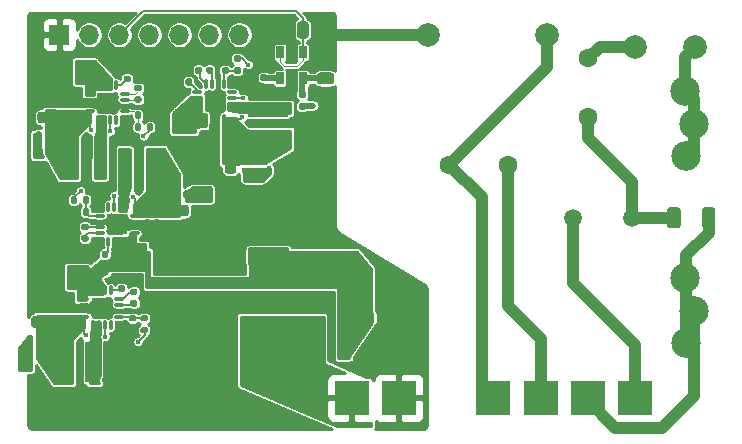
<source format=gbr>
%TF.GenerationSoftware,KiCad,Pcbnew,5.1.10-1.fc33*%
%TF.CreationDate,2021-08-28T17:16:11-07:00*%
%TF.ProjectId,hardware,68617264-7761-4726-952e-6b696361645f,rev?*%
%TF.SameCoordinates,Original*%
%TF.FileFunction,Copper,L1,Top*%
%TF.FilePolarity,Positive*%
%FSLAX46Y46*%
G04 Gerber Fmt 4.6, Leading zero omitted, Abs format (unit mm)*
G04 Created by KiCad (PCBNEW 5.1.10-1.fc33) date 2021-08-28 17:16:11*
%MOMM*%
%LPD*%
G01*
G04 APERTURE LIST*
%TA.AperFunction,ComponentPad*%
%ADD10R,3.000000X3.000000*%
%TD*%
%TA.AperFunction,SMDPad,CuDef*%
%ADD11R,2.300000X2.500000*%
%TD*%
%TA.AperFunction,ComponentPad*%
%ADD12C,2.000000*%
%TD*%
%TA.AperFunction,ComponentPad*%
%ADD13C,2.500000*%
%TD*%
%TA.AperFunction,SMDPad,CuDef*%
%ADD14R,0.980000X3.400000*%
%TD*%
%TA.AperFunction,ComponentPad*%
%ADD15C,1.600000*%
%TD*%
%TA.AperFunction,ComponentPad*%
%ADD16O,1.700000X1.700000*%
%TD*%
%TA.AperFunction,ComponentPad*%
%ADD17R,1.700000X1.700000*%
%TD*%
%TA.AperFunction,ComponentPad*%
%ADD18C,1.500000*%
%TD*%
%TA.AperFunction,SMDPad,CuDef*%
%ADD19R,0.650000X1.060000*%
%TD*%
%TA.AperFunction,ComponentPad*%
%ADD20C,0.450000*%
%TD*%
%TA.AperFunction,SMDPad,CuDef*%
%ADD21R,1.700000X1.700000*%
%TD*%
%TA.AperFunction,SMDPad,CuDef*%
%ADD22O,0.280000X0.850000*%
%TD*%
%TA.AperFunction,SMDPad,CuDef*%
%ADD23O,0.850000X0.280000*%
%TD*%
%TA.AperFunction,SMDPad,CuDef*%
%ADD24R,3.400000X0.980000*%
%TD*%
%TA.AperFunction,ViaPad*%
%ADD25C,0.400000*%
%TD*%
%TA.AperFunction,ViaPad*%
%ADD26C,1.000000*%
%TD*%
%TA.AperFunction,Conductor*%
%ADD27C,0.100000*%
%TD*%
%TA.AperFunction,Conductor*%
%ADD28C,1.000000*%
%TD*%
%TA.AperFunction,Conductor*%
%ADD29C,0.150000*%
%TD*%
%TA.AperFunction,Conductor*%
%ADD30C,0.500000*%
%TD*%
%TA.AperFunction,Conductor*%
%ADD31C,0.254000*%
%TD*%
G04 APERTURE END LIST*
D10*
%TO.P,PS1,5*%
%TO.N,GND*%
X118750000Y-126750000D03*
%TO.P,PS1,4*%
%TO.N,Net-(C2-Pad2)*%
X126750000Y-126750000D03*
%TO.P,PS1,3*%
%TO.N,Net-(C2-Pad1)*%
X130750000Y-126750000D03*
%TO.P,PS1,6*%
%TO.N,Net-(C4-Pad1)*%
X114750000Y-126750000D03*
%TO.P,PS1,2*%
%TO.N,/AC_N*%
X134750000Y-126750000D03*
%TO.P,PS1,1*%
%TO.N,Net-(L5-Pad2)*%
X138750000Y-126750000D03*
%TD*%
D11*
%TO.P,D1,2*%
%TO.N,GND*%
X112000000Y-111350000D03*
%TO.P,D1,1*%
%TO.N,+5V*%
X112000000Y-115650000D03*
%TD*%
D12*
%TO.P,F1,2*%
%TO.N,/AC_L*%
X143830000Y-97010000D03*
%TO.P,F1,1*%
%TO.N,Net-(F1-Pad1)*%
X138750000Y-97000000D03*
%TD*%
D13*
%TO.P,J2,1*%
%TO.N,/AC_L*%
X143700000Y-103540814D03*
X143000000Y-100740814D03*
X143100000Y-106240814D03*
%TD*%
%TO.P,J1,1*%
%TO.N,/AC_N*%
X143700000Y-119354000D03*
X143000000Y-116554000D03*
X143100000Y-122054000D03*
%TD*%
D14*
%TO.P,L6,2*%
%TO.N,+5V*%
X114185000Y-121750000D03*
%TO.P,L6,1*%
%TO.N,Net-(C4-Pad1)*%
X111815000Y-121750000D03*
%TD*%
D12*
%TO.P,CY3,2*%
%TO.N,Net-(C2-Pad2)*%
X131250000Y-96000000D03*
%TO.P,CY3,1*%
%TO.N,GND*%
X121250000Y-96000000D03*
%TD*%
%TO.P,C5,2*%
%TO.N,GND*%
%TA.AperFunction,SMDPad,CuDef*%
G36*
G01*
X104050000Y-114200000D02*
X104050000Y-115300000D01*
G75*
G02*
X103800000Y-115550000I-250000J0D01*
G01*
X100800000Y-115550000D01*
G75*
G02*
X100550000Y-115300000I0J250000D01*
G01*
X100550000Y-114200000D01*
G75*
G02*
X100800000Y-113950000I250000J0D01*
G01*
X103800000Y-113950000D01*
G75*
G02*
X104050000Y-114200000I0J-250000D01*
G01*
G37*
%TD.AperFunction*%
%TO.P,C5,1*%
%TO.N,+5V*%
%TA.AperFunction,SMDPad,CuDef*%
G36*
G01*
X109450000Y-114200000D02*
X109450000Y-115300000D01*
G75*
G02*
X109200000Y-115550000I-250000J0D01*
G01*
X106200000Y-115550000D01*
G75*
G02*
X105950000Y-115300000I0J250000D01*
G01*
X105950000Y-114200000D01*
G75*
G02*
X106200000Y-113950000I250000J0D01*
G01*
X109200000Y-113950000D01*
G75*
G02*
X109450000Y-114200000I0J-250000D01*
G01*
G37*
%TD.AperFunction*%
%TD*%
D15*
%TO.P,C2,2*%
%TO.N,Net-(C2-Pad2)*%
X123000000Y-107000000D03*
%TO.P,C2,1*%
%TO.N,Net-(C2-Pad1)*%
X128000000Y-107000000D03*
%TD*%
D16*
%TO.P,J3,7*%
%TO.N,+1V1*%
X105240000Y-96000000D03*
%TO.P,J3,6*%
%TO.N,+1V35*%
X102700000Y-96000000D03*
%TO.P,J3,5*%
%TO.N,+2V5*%
X100160000Y-96000000D03*
%TO.P,J3,4*%
%TO.N,+3V0*%
X97620000Y-96000000D03*
%TO.P,J3,3*%
%TO.N,+3V3*%
X95080000Y-96000000D03*
%TO.P,J3,2*%
%TO.N,+5V*%
X92540000Y-96000000D03*
D17*
%TO.P,J3,1*%
%TO.N,GND*%
X90000000Y-96000000D03*
%TD*%
D18*
%TO.P,L5,2*%
%TO.N,Net-(L5-Pad2)*%
X133500000Y-111500000D03*
%TO.P,L5,1*%
%TO.N,Net-(C1-Pad1)*%
X138500000Y-111500000D03*
%TD*%
%TO.P,C4,2*%
%TO.N,GND*%
%TA.AperFunction,SMDPad,CuDef*%
G36*
G01*
X101750000Y-122750000D02*
X101750000Y-124750000D01*
G75*
G02*
X101500000Y-125000000I-250000J0D01*
G01*
X97600000Y-125000000D01*
G75*
G02*
X97350000Y-124750000I0J250000D01*
G01*
X97350000Y-122750000D01*
G75*
G02*
X97600000Y-122500000I250000J0D01*
G01*
X101500000Y-122500000D01*
G75*
G02*
X101750000Y-122750000I0J-250000D01*
G01*
G37*
%TD.AperFunction*%
%TO.P,C4,1*%
%TO.N,Net-(C4-Pad1)*%
%TA.AperFunction,SMDPad,CuDef*%
G36*
G01*
X110150000Y-122750000D02*
X110150000Y-124750000D01*
G75*
G02*
X109900000Y-125000000I-250000J0D01*
G01*
X106000000Y-125000000D01*
G75*
G02*
X105750000Y-124750000I0J250000D01*
G01*
X105750000Y-122750000D01*
G75*
G02*
X106000000Y-122500000I250000J0D01*
G01*
X109900000Y-122500000D01*
G75*
G02*
X110150000Y-122750000I0J-250000D01*
G01*
G37*
%TD.AperFunction*%
%TD*%
D15*
%TO.P,NTC1,2*%
%TO.N,Net-(F1-Pad1)*%
X134750000Y-98000000D03*
%TO.P,NTC1,1*%
%TO.N,Net-(C1-Pad1)*%
X134750000Y-103000000D03*
%TD*%
%TO.P,C29,2*%
%TO.N,GND*%
%TA.AperFunction,SMDPad,CuDef*%
G36*
G01*
X117325000Y-120250000D02*
X117325000Y-119750000D01*
G75*
G02*
X117550000Y-119525000I225000J0D01*
G01*
X118000000Y-119525000D01*
G75*
G02*
X118225000Y-119750000I0J-225000D01*
G01*
X118225000Y-120250000D01*
G75*
G02*
X118000000Y-120475000I-225000J0D01*
G01*
X117550000Y-120475000D01*
G75*
G02*
X117325000Y-120250000I0J225000D01*
G01*
G37*
%TD.AperFunction*%
%TO.P,C29,1*%
%TO.N,+5V*%
%TA.AperFunction,SMDPad,CuDef*%
G36*
G01*
X115775000Y-120250000D02*
X115775000Y-119750000D01*
G75*
G02*
X116000000Y-119525000I225000J0D01*
G01*
X116450000Y-119525000D01*
G75*
G02*
X116675000Y-119750000I0J-225000D01*
G01*
X116675000Y-120250000D01*
G75*
G02*
X116450000Y-120475000I-225000J0D01*
G01*
X116000000Y-120475000D01*
G75*
G02*
X115775000Y-120250000I0J225000D01*
G01*
G37*
%TD.AperFunction*%
%TD*%
%TO.P,C1,2*%
%TO.N,/AC_N*%
%TA.AperFunction,SMDPad,CuDef*%
G36*
G01*
X144400000Y-112150001D02*
X144400000Y-110849999D01*
G75*
G02*
X144649999Y-110600000I249999J0D01*
G01*
X145300001Y-110600000D01*
G75*
G02*
X145550000Y-110849999I0J-249999D01*
G01*
X145550000Y-112150001D01*
G75*
G02*
X145300001Y-112400000I-249999J0D01*
G01*
X144649999Y-112400000D01*
G75*
G02*
X144400000Y-112150001I0J249999D01*
G01*
G37*
%TD.AperFunction*%
%TO.P,C1,1*%
%TO.N,Net-(C1-Pad1)*%
%TA.AperFunction,SMDPad,CuDef*%
G36*
G01*
X141450000Y-112150001D02*
X141450000Y-110849999D01*
G75*
G02*
X141699999Y-110600000I249999J0D01*
G01*
X142350001Y-110600000D01*
G75*
G02*
X142600000Y-110849999I0J-249999D01*
G01*
X142600000Y-112150001D01*
G75*
G02*
X142350001Y-112400000I-249999J0D01*
G01*
X141699999Y-112400000D01*
G75*
G02*
X141450000Y-112150001I0J249999D01*
G01*
G37*
%TD.AperFunction*%
%TD*%
%TO.P,C28,2*%
%TO.N,GND*%
%TA.AperFunction,SMDPad,CuDef*%
G36*
G01*
X113010040Y-98289840D02*
X112060040Y-98289840D01*
G75*
G02*
X111810040Y-98039840I0J250000D01*
G01*
X111810040Y-97539840D01*
G75*
G02*
X112060040Y-97289840I250000J0D01*
G01*
X113010040Y-97289840D01*
G75*
G02*
X113260040Y-97539840I0J-250000D01*
G01*
X113260040Y-98039840D01*
G75*
G02*
X113010040Y-98289840I-250000J0D01*
G01*
G37*
%TD.AperFunction*%
%TO.P,C28,1*%
%TO.N,Net-(C28-Pad1)*%
%TA.AperFunction,SMDPad,CuDef*%
G36*
G01*
X113010040Y-100189840D02*
X112060040Y-100189840D01*
G75*
G02*
X111810040Y-99939840I0J250000D01*
G01*
X111810040Y-99439840D01*
G75*
G02*
X112060040Y-99189840I250000J0D01*
G01*
X113010040Y-99189840D01*
G75*
G02*
X113260040Y-99439840I0J-250000D01*
G01*
X113260040Y-99939840D01*
G75*
G02*
X113010040Y-100189840I-250000J0D01*
G01*
G37*
%TD.AperFunction*%
%TD*%
%TO.P,C26,2*%
%TO.N,GND*%
%TA.AperFunction,SMDPad,CuDef*%
G36*
G01*
X109214840Y-95115240D02*
X109214840Y-96065240D01*
G75*
G02*
X108964840Y-96315240I-250000J0D01*
G01*
X108464840Y-96315240D01*
G75*
G02*
X108214840Y-96065240I0J250000D01*
G01*
X108214840Y-95115240D01*
G75*
G02*
X108464840Y-94865240I250000J0D01*
G01*
X108964840Y-94865240D01*
G75*
G02*
X109214840Y-95115240I0J-250000D01*
G01*
G37*
%TD.AperFunction*%
%TO.P,C26,1*%
%TO.N,+3V3*%
%TA.AperFunction,SMDPad,CuDef*%
G36*
G01*
X111114840Y-95115240D02*
X111114840Y-96065240D01*
G75*
G02*
X110864840Y-96315240I-250000J0D01*
G01*
X110364840Y-96315240D01*
G75*
G02*
X110114840Y-96065240I0J250000D01*
G01*
X110114840Y-95115240D01*
G75*
G02*
X110364840Y-94865240I250000J0D01*
G01*
X110864840Y-94865240D01*
G75*
G02*
X111114840Y-95115240I0J-250000D01*
G01*
G37*
%TD.AperFunction*%
%TD*%
%TO.P,C25,2*%
%TO.N,GND*%
%TA.AperFunction,SMDPad,CuDef*%
G36*
G01*
X103097440Y-106577560D02*
X103097440Y-107527560D01*
G75*
G02*
X102847440Y-107777560I-250000J0D01*
G01*
X102347440Y-107777560D01*
G75*
G02*
X102097440Y-107527560I0J250000D01*
G01*
X102097440Y-106577560D01*
G75*
G02*
X102347440Y-106327560I250000J0D01*
G01*
X102847440Y-106327560D01*
G75*
G02*
X103097440Y-106577560I0J-250000D01*
G01*
G37*
%TD.AperFunction*%
%TO.P,C25,1*%
%TO.N,Net-(C23-Pad1)*%
%TA.AperFunction,SMDPad,CuDef*%
G36*
G01*
X104997440Y-106577560D02*
X104997440Y-107527560D01*
G75*
G02*
X104747440Y-107777560I-250000J0D01*
G01*
X104247440Y-107777560D01*
G75*
G02*
X103997440Y-107527560I0J250000D01*
G01*
X103997440Y-106577560D01*
G75*
G02*
X104247440Y-106327560I250000J0D01*
G01*
X104747440Y-106327560D01*
G75*
G02*
X104997440Y-106577560I0J-250000D01*
G01*
G37*
%TD.AperFunction*%
%TD*%
%TO.P,C24,2*%
%TO.N,GND*%
%TA.AperFunction,SMDPad,CuDef*%
G36*
G01*
X97731040Y-112275160D02*
X98681040Y-112275160D01*
G75*
G02*
X98931040Y-112525160I0J-250000D01*
G01*
X98931040Y-113025160D01*
G75*
G02*
X98681040Y-113275160I-250000J0D01*
G01*
X97731040Y-113275160D01*
G75*
G02*
X97481040Y-113025160I0J250000D01*
G01*
X97481040Y-112525160D01*
G75*
G02*
X97731040Y-112275160I250000J0D01*
G01*
G37*
%TD.AperFunction*%
%TO.P,C24,1*%
%TO.N,Net-(C22-Pad1)*%
%TA.AperFunction,SMDPad,CuDef*%
G36*
G01*
X97731040Y-110375160D02*
X98681040Y-110375160D01*
G75*
G02*
X98931040Y-110625160I0J-250000D01*
G01*
X98931040Y-111125160D01*
G75*
G02*
X98681040Y-111375160I-250000J0D01*
G01*
X97731040Y-111375160D01*
G75*
G02*
X97481040Y-111125160I0J250000D01*
G01*
X97481040Y-110625160D01*
G75*
G02*
X97731040Y-110375160I250000J0D01*
G01*
G37*
%TD.AperFunction*%
%TD*%
%TO.P,C23,2*%
%TO.N,GND*%
%TA.AperFunction,SMDPad,CuDef*%
G36*
G01*
X103097440Y-104520160D02*
X103097440Y-105470160D01*
G75*
G02*
X102847440Y-105720160I-250000J0D01*
G01*
X102347440Y-105720160D01*
G75*
G02*
X102097440Y-105470160I0J250000D01*
G01*
X102097440Y-104520160D01*
G75*
G02*
X102347440Y-104270160I250000J0D01*
G01*
X102847440Y-104270160D01*
G75*
G02*
X103097440Y-104520160I0J-250000D01*
G01*
G37*
%TD.AperFunction*%
%TO.P,C23,1*%
%TO.N,Net-(C23-Pad1)*%
%TA.AperFunction,SMDPad,CuDef*%
G36*
G01*
X104997440Y-104520160D02*
X104997440Y-105470160D01*
G75*
G02*
X104747440Y-105720160I-250000J0D01*
G01*
X104247440Y-105720160D01*
G75*
G02*
X103997440Y-105470160I0J250000D01*
G01*
X103997440Y-104520160D01*
G75*
G02*
X104247440Y-104270160I250000J0D01*
G01*
X104747440Y-104270160D01*
G75*
G02*
X104997440Y-104520160I0J-250000D01*
G01*
G37*
%TD.AperFunction*%
%TD*%
%TO.P,C22,2*%
%TO.N,GND*%
%TA.AperFunction,SMDPad,CuDef*%
G36*
G01*
X99763040Y-112270080D02*
X100713040Y-112270080D01*
G75*
G02*
X100963040Y-112520080I0J-250000D01*
G01*
X100963040Y-113020080D01*
G75*
G02*
X100713040Y-113270080I-250000J0D01*
G01*
X99763040Y-113270080D01*
G75*
G02*
X99513040Y-113020080I0J250000D01*
G01*
X99513040Y-112520080D01*
G75*
G02*
X99763040Y-112270080I250000J0D01*
G01*
G37*
%TD.AperFunction*%
%TO.P,C22,1*%
%TO.N,Net-(C22-Pad1)*%
%TA.AperFunction,SMDPad,CuDef*%
G36*
G01*
X99763040Y-110370080D02*
X100713040Y-110370080D01*
G75*
G02*
X100963040Y-110620080I0J-250000D01*
G01*
X100963040Y-111120080D01*
G75*
G02*
X100713040Y-111370080I-250000J0D01*
G01*
X99763040Y-111370080D01*
G75*
G02*
X99513040Y-111120080I0J250000D01*
G01*
X99513040Y-110620080D01*
G75*
G02*
X99763040Y-110370080I250000J0D01*
G01*
G37*
%TD.AperFunction*%
%TD*%
%TO.P,C17,2*%
%TO.N,GND*%
%TA.AperFunction,SMDPad,CuDef*%
G36*
G01*
X99872040Y-105003160D02*
X100822040Y-105003160D01*
G75*
G02*
X101072040Y-105253160I0J-250000D01*
G01*
X101072040Y-105753160D01*
G75*
G02*
X100822040Y-106003160I-250000J0D01*
G01*
X99872040Y-106003160D01*
G75*
G02*
X99622040Y-105753160I0J250000D01*
G01*
X99622040Y-105253160D01*
G75*
G02*
X99872040Y-105003160I250000J0D01*
G01*
G37*
%TD.AperFunction*%
%TO.P,C17,1*%
%TO.N,+5V*%
%TA.AperFunction,SMDPad,CuDef*%
G36*
G01*
X99872040Y-103103160D02*
X100822040Y-103103160D01*
G75*
G02*
X101072040Y-103353160I0J-250000D01*
G01*
X101072040Y-103853160D01*
G75*
G02*
X100822040Y-104103160I-250000J0D01*
G01*
X99872040Y-104103160D01*
G75*
G02*
X99622040Y-103853160I0J250000D01*
G01*
X99622040Y-103353160D01*
G75*
G02*
X99872040Y-103103160I250000J0D01*
G01*
G37*
%TD.AperFunction*%
%TD*%
%TO.P,C16,2*%
%TO.N,GND*%
%TA.AperFunction,SMDPad,CuDef*%
G36*
G01*
X98478240Y-115576760D02*
X98478240Y-114626760D01*
G75*
G02*
X98728240Y-114376760I250000J0D01*
G01*
X99228240Y-114376760D01*
G75*
G02*
X99478240Y-114626760I0J-250000D01*
G01*
X99478240Y-115576760D01*
G75*
G02*
X99228240Y-115826760I-250000J0D01*
G01*
X98728240Y-115826760D01*
G75*
G02*
X98478240Y-115576760I0J250000D01*
G01*
G37*
%TD.AperFunction*%
%TO.P,C16,1*%
%TO.N,+5V*%
%TA.AperFunction,SMDPad,CuDef*%
G36*
G01*
X96578240Y-115576760D02*
X96578240Y-114626760D01*
G75*
G02*
X96828240Y-114376760I250000J0D01*
G01*
X97328240Y-114376760D01*
G75*
G02*
X97578240Y-114626760I0J-250000D01*
G01*
X97578240Y-115576760D01*
G75*
G02*
X97328240Y-115826760I-250000J0D01*
G01*
X96828240Y-115826760D01*
G75*
G02*
X96578240Y-115576760I0J250000D01*
G01*
G37*
%TD.AperFunction*%
%TD*%
%TO.P,C15,2*%
%TO.N,GND*%
%TA.AperFunction,SMDPad,CuDef*%
G36*
G01*
X89351260Y-101596040D02*
X88401260Y-101596040D01*
G75*
G02*
X88151260Y-101346040I0J250000D01*
G01*
X88151260Y-100846040D01*
G75*
G02*
X88401260Y-100596040I250000J0D01*
G01*
X89351260Y-100596040D01*
G75*
G02*
X89601260Y-100846040I0J-250000D01*
G01*
X89601260Y-101346040D01*
G75*
G02*
X89351260Y-101596040I-250000J0D01*
G01*
G37*
%TD.AperFunction*%
%TO.P,C15,1*%
%TO.N,Net-(C14-Pad1)*%
%TA.AperFunction,SMDPad,CuDef*%
G36*
G01*
X89351260Y-103496040D02*
X88401260Y-103496040D01*
G75*
G02*
X88151260Y-103246040I0J250000D01*
G01*
X88151260Y-102746040D01*
G75*
G02*
X88401260Y-102496040I250000J0D01*
G01*
X89351260Y-102496040D01*
G75*
G02*
X89601260Y-102746040I0J-250000D01*
G01*
X89601260Y-103246040D01*
G75*
G02*
X89351260Y-103496040I-250000J0D01*
G01*
G37*
%TD.AperFunction*%
%TD*%
%TO.P,C14,2*%
%TO.N,GND*%
%TA.AperFunction,SMDPad,CuDef*%
G36*
G01*
X91383260Y-101596040D02*
X90433260Y-101596040D01*
G75*
G02*
X90183260Y-101346040I0J250000D01*
G01*
X90183260Y-100846040D01*
G75*
G02*
X90433260Y-100596040I250000J0D01*
G01*
X91383260Y-100596040D01*
G75*
G02*
X91633260Y-100846040I0J-250000D01*
G01*
X91633260Y-101346040D01*
G75*
G02*
X91383260Y-101596040I-250000J0D01*
G01*
G37*
%TD.AperFunction*%
%TO.P,C14,1*%
%TO.N,Net-(C14-Pad1)*%
%TA.AperFunction,SMDPad,CuDef*%
G36*
G01*
X91383260Y-103496040D02*
X90433260Y-103496040D01*
G75*
G02*
X90183260Y-103246040I0J250000D01*
G01*
X90183260Y-102746040D01*
G75*
G02*
X90433260Y-102496040I250000J0D01*
G01*
X91383260Y-102496040D01*
G75*
G02*
X91633260Y-102746040I0J-250000D01*
G01*
X91633260Y-103246040D01*
G75*
G02*
X91383260Y-103496040I-250000J0D01*
G01*
G37*
%TD.AperFunction*%
%TD*%
%TO.P,C11,2*%
%TO.N,GND*%
%TA.AperFunction,SMDPad,CuDef*%
G36*
G01*
X90712260Y-98688140D02*
X90712260Y-99638140D01*
G75*
G02*
X90462260Y-99888140I-250000J0D01*
G01*
X89962260Y-99888140D01*
G75*
G02*
X89712260Y-99638140I0J250000D01*
G01*
X89712260Y-98688140D01*
G75*
G02*
X89962260Y-98438140I250000J0D01*
G01*
X90462260Y-98438140D01*
G75*
G02*
X90712260Y-98688140I0J-250000D01*
G01*
G37*
%TD.AperFunction*%
%TO.P,C11,1*%
%TO.N,+5V*%
%TA.AperFunction,SMDPad,CuDef*%
G36*
G01*
X92612260Y-98688140D02*
X92612260Y-99638140D01*
G75*
G02*
X92362260Y-99888140I-250000J0D01*
G01*
X91862260Y-99888140D01*
G75*
G02*
X91612260Y-99638140I0J250000D01*
G01*
X91612260Y-98688140D01*
G75*
G02*
X91862260Y-98438140I250000J0D01*
G01*
X92362260Y-98438140D01*
G75*
G02*
X92612260Y-98688140I0J-250000D01*
G01*
G37*
%TD.AperFunction*%
%TD*%
%TO.P,C10,2*%
%TO.N,GND*%
%TA.AperFunction,SMDPad,CuDef*%
G36*
G01*
X88801840Y-118913500D02*
X87851840Y-118913500D01*
G75*
G02*
X87601840Y-118663500I0J250000D01*
G01*
X87601840Y-118163500D01*
G75*
G02*
X87851840Y-117913500I250000J0D01*
G01*
X88801840Y-117913500D01*
G75*
G02*
X89051840Y-118163500I0J-250000D01*
G01*
X89051840Y-118663500D01*
G75*
G02*
X88801840Y-118913500I-250000J0D01*
G01*
G37*
%TD.AperFunction*%
%TO.P,C10,1*%
%TO.N,Net-(C10-Pad1)*%
%TA.AperFunction,SMDPad,CuDef*%
G36*
G01*
X88801840Y-120813500D02*
X87851840Y-120813500D01*
G75*
G02*
X87601840Y-120563500I0J250000D01*
G01*
X87601840Y-120063500D01*
G75*
G02*
X87851840Y-119813500I250000J0D01*
G01*
X88801840Y-119813500D01*
G75*
G02*
X89051840Y-120063500I0J-250000D01*
G01*
X89051840Y-120563500D01*
G75*
G02*
X88801840Y-120813500I-250000J0D01*
G01*
G37*
%TD.AperFunction*%
%TD*%
%TO.P,C9,2*%
%TO.N,GND*%
%TA.AperFunction,SMDPad,CuDef*%
G36*
G01*
X90859240Y-118913500D02*
X89909240Y-118913500D01*
G75*
G02*
X89659240Y-118663500I0J250000D01*
G01*
X89659240Y-118163500D01*
G75*
G02*
X89909240Y-117913500I250000J0D01*
G01*
X90859240Y-117913500D01*
G75*
G02*
X91109240Y-118163500I0J-250000D01*
G01*
X91109240Y-118663500D01*
G75*
G02*
X90859240Y-118913500I-250000J0D01*
G01*
G37*
%TD.AperFunction*%
%TO.P,C9,1*%
%TO.N,Net-(C10-Pad1)*%
%TA.AperFunction,SMDPad,CuDef*%
G36*
G01*
X90859240Y-120813500D02*
X89909240Y-120813500D01*
G75*
G02*
X89659240Y-120563500I0J250000D01*
G01*
X89659240Y-120063500D01*
G75*
G02*
X89909240Y-119813500I250000J0D01*
G01*
X90859240Y-119813500D01*
G75*
G02*
X91109240Y-120063500I0J-250000D01*
G01*
X91109240Y-120563500D01*
G75*
G02*
X90859240Y-120813500I-250000J0D01*
G01*
G37*
%TD.AperFunction*%
%TD*%
%TO.P,C6,2*%
%TO.N,GND*%
%TA.AperFunction,SMDPad,CuDef*%
G36*
G01*
X90300000Y-116025000D02*
X90300000Y-116975000D01*
G75*
G02*
X90050000Y-117225000I-250000J0D01*
G01*
X89550000Y-117225000D01*
G75*
G02*
X89300000Y-116975000I0J250000D01*
G01*
X89300000Y-116025000D01*
G75*
G02*
X89550000Y-115775000I250000J0D01*
G01*
X90050000Y-115775000D01*
G75*
G02*
X90300000Y-116025000I0J-250000D01*
G01*
G37*
%TD.AperFunction*%
%TO.P,C6,1*%
%TO.N,+5V*%
%TA.AperFunction,SMDPad,CuDef*%
G36*
G01*
X92200000Y-116025000D02*
X92200000Y-116975000D01*
G75*
G02*
X91950000Y-117225000I-250000J0D01*
G01*
X91450000Y-117225000D01*
G75*
G02*
X91200000Y-116975000I0J250000D01*
G01*
X91200000Y-116025000D01*
G75*
G02*
X91450000Y-115775000I250000J0D01*
G01*
X91950000Y-115775000D01*
G75*
G02*
X92200000Y-116025000I0J-250000D01*
G01*
G37*
%TD.AperFunction*%
%TD*%
%TO.P,C27,2*%
%TO.N,GND*%
%TA.AperFunction,SMDPad,CuDef*%
G36*
G01*
X107472640Y-98946240D02*
X107132640Y-98946240D01*
G75*
G02*
X106992640Y-98806240I0J140000D01*
G01*
X106992640Y-98526240D01*
G75*
G02*
X107132640Y-98386240I140000J0D01*
G01*
X107472640Y-98386240D01*
G75*
G02*
X107612640Y-98526240I0J-140000D01*
G01*
X107612640Y-98806240D01*
G75*
G02*
X107472640Y-98946240I-140000J0D01*
G01*
G37*
%TD.AperFunction*%
%TO.P,C27,1*%
%TO.N,Net-(C27-Pad1)*%
%TA.AperFunction,SMDPad,CuDef*%
G36*
G01*
X107472640Y-99906240D02*
X107132640Y-99906240D01*
G75*
G02*
X106992640Y-99766240I0J140000D01*
G01*
X106992640Y-99486240D01*
G75*
G02*
X107132640Y-99346240I140000J0D01*
G01*
X107472640Y-99346240D01*
G75*
G02*
X107612640Y-99486240I0J-140000D01*
G01*
X107612640Y-99766240D01*
G75*
G02*
X107472640Y-99906240I-140000J0D01*
G01*
G37*
%TD.AperFunction*%
%TD*%
%TO.P,C21,2*%
%TO.N,GND*%
%TA.AperFunction,SMDPad,CuDef*%
G36*
G01*
X100280000Y-99830000D02*
X100280000Y-100170000D01*
G75*
G02*
X100140000Y-100310000I-140000J0D01*
G01*
X99860000Y-100310000D01*
G75*
G02*
X99720000Y-100170000I0J140000D01*
G01*
X99720000Y-99830000D01*
G75*
G02*
X99860000Y-99690000I140000J0D01*
G01*
X100140000Y-99690000D01*
G75*
G02*
X100280000Y-99830000I0J-140000D01*
G01*
G37*
%TD.AperFunction*%
%TO.P,C21,1*%
%TO.N,Net-(C21-Pad1)*%
%TA.AperFunction,SMDPad,CuDef*%
G36*
G01*
X101240000Y-99830000D02*
X101240000Y-100170000D01*
G75*
G02*
X101100000Y-100310000I-140000J0D01*
G01*
X100820000Y-100310000D01*
G75*
G02*
X100680000Y-100170000I0J140000D01*
G01*
X100680000Y-99830000D01*
G75*
G02*
X100820000Y-99690000I140000J0D01*
G01*
X101100000Y-99690000D01*
G75*
G02*
X101240000Y-99830000I0J-140000D01*
G01*
G37*
%TD.AperFunction*%
%TD*%
%TO.P,C20,2*%
%TO.N,Net-(C20-Pad2)*%
%TA.AperFunction,SMDPad,CuDef*%
G36*
G01*
X102050000Y-98830000D02*
X102050000Y-99170000D01*
G75*
G02*
X101910000Y-99310000I-140000J0D01*
G01*
X101630000Y-99310000D01*
G75*
G02*
X101490000Y-99170000I0J140000D01*
G01*
X101490000Y-98830000D01*
G75*
G02*
X101630000Y-98690000I140000J0D01*
G01*
X101910000Y-98690000D01*
G75*
G02*
X102050000Y-98830000I0J-140000D01*
G01*
G37*
%TD.AperFunction*%
%TO.P,C20,1*%
%TO.N,Net-(C20-Pad1)*%
%TA.AperFunction,SMDPad,CuDef*%
G36*
G01*
X103010000Y-98830000D02*
X103010000Y-99170000D01*
G75*
G02*
X102870000Y-99310000I-140000J0D01*
G01*
X102590000Y-99310000D01*
G75*
G02*
X102450000Y-99170000I0J140000D01*
G01*
X102450000Y-98830000D01*
G75*
G02*
X102590000Y-98690000I140000J0D01*
G01*
X102870000Y-98690000D01*
G75*
G02*
X103010000Y-98830000I0J-140000D01*
G01*
G37*
%TD.AperFunction*%
%TD*%
%TO.P,C19,2*%
%TO.N,GND*%
%TA.AperFunction,SMDPad,CuDef*%
G36*
G01*
X93180040Y-114411060D02*
X93180040Y-114751060D01*
G75*
G02*
X93040040Y-114891060I-140000J0D01*
G01*
X92760040Y-114891060D01*
G75*
G02*
X92620040Y-114751060I0J140000D01*
G01*
X92620040Y-114411060D01*
G75*
G02*
X92760040Y-114271060I140000J0D01*
G01*
X93040040Y-114271060D01*
G75*
G02*
X93180040Y-114411060I0J-140000D01*
G01*
G37*
%TD.AperFunction*%
%TO.P,C19,1*%
%TO.N,Net-(C19-Pad1)*%
%TA.AperFunction,SMDPad,CuDef*%
G36*
G01*
X94140040Y-114411060D02*
X94140040Y-114751060D01*
G75*
G02*
X94000040Y-114891060I-140000J0D01*
G01*
X93720040Y-114891060D01*
G75*
G02*
X93580040Y-114751060I0J140000D01*
G01*
X93580040Y-114411060D01*
G75*
G02*
X93720040Y-114271060I140000J0D01*
G01*
X94000040Y-114271060D01*
G75*
G02*
X94140040Y-114411060I0J-140000D01*
G01*
G37*
%TD.AperFunction*%
%TD*%
%TO.P,C18,2*%
%TO.N,Net-(C18-Pad2)*%
%TA.AperFunction,SMDPad,CuDef*%
G36*
G01*
X91990840Y-112950000D02*
X92330840Y-112950000D01*
G75*
G02*
X92470840Y-113090000I0J-140000D01*
G01*
X92470840Y-113370000D01*
G75*
G02*
X92330840Y-113510000I-140000J0D01*
G01*
X91990840Y-113510000D01*
G75*
G02*
X91850840Y-113370000I0J140000D01*
G01*
X91850840Y-113090000D01*
G75*
G02*
X91990840Y-112950000I140000J0D01*
G01*
G37*
%TD.AperFunction*%
%TO.P,C18,1*%
%TO.N,Net-(C18-Pad1)*%
%TA.AperFunction,SMDPad,CuDef*%
G36*
G01*
X91990840Y-111990000D02*
X92330840Y-111990000D01*
G75*
G02*
X92470840Y-112130000I0J-140000D01*
G01*
X92470840Y-112410000D01*
G75*
G02*
X92330840Y-112550000I-140000J0D01*
G01*
X91990840Y-112550000D01*
G75*
G02*
X91850840Y-112410000I0J140000D01*
G01*
X91850840Y-112130000D01*
G75*
G02*
X91990840Y-111990000I140000J0D01*
G01*
G37*
%TD.AperFunction*%
%TD*%
%TO.P,C13,2*%
%TO.N,GND*%
%TA.AperFunction,SMDPad,CuDef*%
G36*
G01*
X95920000Y-99050000D02*
X95580000Y-99050000D01*
G75*
G02*
X95440000Y-98910000I0J140000D01*
G01*
X95440000Y-98630000D01*
G75*
G02*
X95580000Y-98490000I140000J0D01*
G01*
X95920000Y-98490000D01*
G75*
G02*
X96060000Y-98630000I0J-140000D01*
G01*
X96060000Y-98910000D01*
G75*
G02*
X95920000Y-99050000I-140000J0D01*
G01*
G37*
%TD.AperFunction*%
%TO.P,C13,1*%
%TO.N,Net-(C13-Pad1)*%
%TA.AperFunction,SMDPad,CuDef*%
G36*
G01*
X95920000Y-100010000D02*
X95580000Y-100010000D01*
G75*
G02*
X95440000Y-99870000I0J140000D01*
G01*
X95440000Y-99590000D01*
G75*
G02*
X95580000Y-99450000I140000J0D01*
G01*
X95920000Y-99450000D01*
G75*
G02*
X96060000Y-99590000I0J-140000D01*
G01*
X96060000Y-99870000D01*
G75*
G02*
X95920000Y-100010000I-140000J0D01*
G01*
G37*
%TD.AperFunction*%
%TD*%
%TO.P,C12,2*%
%TO.N,Net-(C12-Pad2)*%
%TA.AperFunction,SMDPad,CuDef*%
G36*
G01*
X96831360Y-100800000D02*
X96491360Y-100800000D01*
G75*
G02*
X96351360Y-100660000I0J140000D01*
G01*
X96351360Y-100380000D01*
G75*
G02*
X96491360Y-100240000I140000J0D01*
G01*
X96831360Y-100240000D01*
G75*
G02*
X96971360Y-100380000I0J-140000D01*
G01*
X96971360Y-100660000D01*
G75*
G02*
X96831360Y-100800000I-140000J0D01*
G01*
G37*
%TD.AperFunction*%
%TO.P,C12,1*%
%TO.N,Net-(C12-Pad1)*%
%TA.AperFunction,SMDPad,CuDef*%
G36*
G01*
X96831360Y-101760000D02*
X96491360Y-101760000D01*
G75*
G02*
X96351360Y-101620000I0J140000D01*
G01*
X96351360Y-101340000D01*
G75*
G02*
X96491360Y-101200000I140000J0D01*
G01*
X96831360Y-101200000D01*
G75*
G02*
X96971360Y-101340000I0J-140000D01*
G01*
X96971360Y-101620000D01*
G75*
G02*
X96831360Y-101760000I-140000J0D01*
G01*
G37*
%TD.AperFunction*%
%TD*%
%TO.P,C8,2*%
%TO.N,GND*%
%TA.AperFunction,SMDPad,CuDef*%
G36*
G01*
X95420000Y-116800000D02*
X95080000Y-116800000D01*
G75*
G02*
X94940000Y-116660000I0J140000D01*
G01*
X94940000Y-116380000D01*
G75*
G02*
X95080000Y-116240000I140000J0D01*
G01*
X95420000Y-116240000D01*
G75*
G02*
X95560000Y-116380000I0J-140000D01*
G01*
X95560000Y-116660000D01*
G75*
G02*
X95420000Y-116800000I-140000J0D01*
G01*
G37*
%TD.AperFunction*%
%TO.P,C8,1*%
%TO.N,Net-(C8-Pad1)*%
%TA.AperFunction,SMDPad,CuDef*%
G36*
G01*
X95420000Y-117760000D02*
X95080000Y-117760000D01*
G75*
G02*
X94940000Y-117620000I0J140000D01*
G01*
X94940000Y-117340000D01*
G75*
G02*
X95080000Y-117200000I140000J0D01*
G01*
X95420000Y-117200000D01*
G75*
G02*
X95560000Y-117340000I0J-140000D01*
G01*
X95560000Y-117620000D01*
G75*
G02*
X95420000Y-117760000I-140000J0D01*
G01*
G37*
%TD.AperFunction*%
%TD*%
%TO.P,C7,2*%
%TO.N,Net-(C7-Pad2)*%
%TA.AperFunction,SMDPad,CuDef*%
G36*
G01*
X96472440Y-118050000D02*
X96132440Y-118050000D01*
G75*
G02*
X95992440Y-117910000I0J140000D01*
G01*
X95992440Y-117630000D01*
G75*
G02*
X96132440Y-117490000I140000J0D01*
G01*
X96472440Y-117490000D01*
G75*
G02*
X96612440Y-117630000I0J-140000D01*
G01*
X96612440Y-117910000D01*
G75*
G02*
X96472440Y-118050000I-140000J0D01*
G01*
G37*
%TD.AperFunction*%
%TO.P,C7,1*%
%TO.N,Net-(C7-Pad1)*%
%TA.AperFunction,SMDPad,CuDef*%
G36*
G01*
X96472440Y-119010000D02*
X96132440Y-119010000D01*
G75*
G02*
X95992440Y-118870000I0J140000D01*
G01*
X95992440Y-118590000D01*
G75*
G02*
X96132440Y-118450000I140000J0D01*
G01*
X96472440Y-118450000D01*
G75*
G02*
X96612440Y-118590000I0J-140000D01*
G01*
X96612440Y-118870000D01*
G75*
G02*
X96472440Y-119010000I-140000J0D01*
G01*
G37*
%TD.AperFunction*%
%TD*%
%TO.P,R19,2*%
%TO.N,Net-(C28-Pad1)*%
%TA.AperFunction,SMDPad,CuDef*%
G36*
G01*
X110764240Y-101319240D02*
X110394240Y-101319240D01*
G75*
G02*
X110259240Y-101184240I0J135000D01*
G01*
X110259240Y-100914240D01*
G75*
G02*
X110394240Y-100779240I135000J0D01*
G01*
X110764240Y-100779240D01*
G75*
G02*
X110899240Y-100914240I0J-135000D01*
G01*
X110899240Y-101184240D01*
G75*
G02*
X110764240Y-101319240I-135000J0D01*
G01*
G37*
%TD.AperFunction*%
%TO.P,R19,1*%
%TO.N,+2V5*%
%TA.AperFunction,SMDPad,CuDef*%
G36*
G01*
X110764240Y-102339240D02*
X110394240Y-102339240D01*
G75*
G02*
X110259240Y-102204240I0J135000D01*
G01*
X110259240Y-101934240D01*
G75*
G02*
X110394240Y-101799240I135000J0D01*
G01*
X110764240Y-101799240D01*
G75*
G02*
X110899240Y-101934240I0J-135000D01*
G01*
X110899240Y-102204240D01*
G75*
G02*
X110764240Y-102339240I-135000J0D01*
G01*
G37*
%TD.AperFunction*%
%TD*%
D19*
%TO.P,U7,5*%
%TO.N,Net-(C28-Pad1)*%
X110604680Y-99697600D03*
%TO.P,U7,4*%
%TO.N,Net-(C27-Pad1)*%
X108704680Y-99697600D03*
%TO.P,U7,3*%
%TO.N,+3V3*%
X108704680Y-97497600D03*
%TO.P,U7,2*%
%TO.N,GND*%
X109654680Y-97497600D03*
%TO.P,U7,1*%
%TO.N,+3V3*%
X110604680Y-97497600D03*
%TD*%
D20*
%TO.P,U6,17*%
%TO.N,GND*%
X102651200Y-101111880D03*
X103651200Y-101111880D03*
X103151200Y-101611880D03*
X102651200Y-102111880D03*
X103651200Y-102111880D03*
D21*
X103151200Y-101611880D03*
D22*
%TO.P,U6,16*%
%TO.N,Net-(C23-Pad1)*%
X103901200Y-103087620D03*
%TO.P,U6,15*%
%TO.N,GND*%
X103401200Y-103087620D03*
%TO.P,U6,14*%
X102901200Y-103087620D03*
%TO.P,U6,13*%
%TO.N,+5V*%
X102401200Y-103087620D03*
D23*
%TO.P,U6,12*%
X101675460Y-102361880D03*
%TO.P,U6,11*%
X101675460Y-101861880D03*
%TO.P,U6,10*%
X101675460Y-101361880D03*
%TO.P,U6,9*%
%TO.N,Net-(C21-Pad1)*%
X101675460Y-100861880D03*
D22*
%TO.P,U6,8*%
%TO.N,Net-(C20-Pad2)*%
X102401200Y-100136140D03*
%TO.P,U6,7*%
%TO.N,Net-(C20-Pad1)*%
X102901200Y-100136140D03*
%TO.P,U6,6*%
%TO.N,GND*%
X103401200Y-100136140D03*
%TO.P,U6,5*%
%TO.N,Net-(R13-Pad2)*%
X103901200Y-100136140D03*
D23*
%TO.P,U6,4*%
%TO.N,Net-(U6-Pad4)*%
X104626940Y-100861880D03*
%TO.P,U6,3*%
%TO.N,+5V*%
X104626940Y-101361880D03*
%TO.P,U6,2*%
%TO.N,Net-(L4-Pad1)*%
X104626940Y-101861880D03*
%TO.P,U6,1*%
X104626940Y-102361880D03*
%TD*%
D20*
%TO.P,U5,17*%
%TO.N,GND*%
X94389880Y-112561380D03*
X94389880Y-111561380D03*
X94889880Y-112061380D03*
X95389880Y-112561380D03*
X95389880Y-111561380D03*
D21*
X94889880Y-112061380D03*
D23*
%TO.P,U5,16*%
%TO.N,Net-(C22-Pad1)*%
X96365620Y-111311380D03*
%TO.P,U5,15*%
%TO.N,GND*%
X96365620Y-111811380D03*
%TO.P,U5,14*%
X96365620Y-112311380D03*
%TO.P,U5,13*%
%TO.N,+5V*%
X96365620Y-112811380D03*
D22*
%TO.P,U5,12*%
X95639880Y-113537120D03*
%TO.P,U5,11*%
X95139880Y-113537120D03*
%TO.P,U5,10*%
X94639880Y-113537120D03*
%TO.P,U5,9*%
%TO.N,Net-(C19-Pad1)*%
X94139880Y-113537120D03*
D23*
%TO.P,U5,8*%
%TO.N,Net-(C18-Pad2)*%
X93414140Y-112811380D03*
%TO.P,U5,7*%
%TO.N,Net-(C18-Pad1)*%
X93414140Y-112311380D03*
%TO.P,U5,6*%
%TO.N,GND*%
X93414140Y-111811380D03*
%TO.P,U5,5*%
%TO.N,Net-(R11-Pad2)*%
X93414140Y-111311380D03*
D22*
%TO.P,U5,4*%
%TO.N,Net-(U5-Pad4)*%
X94139880Y-110585640D03*
%TO.P,U5,3*%
%TO.N,+5V*%
X94639880Y-110585640D03*
%TO.P,U5,2*%
%TO.N,Net-(L3-Pad1)*%
X95139880Y-110585640D03*
%TO.P,U5,1*%
X95639880Y-110585640D03*
%TD*%
D20*
%TO.P,U4,17*%
%TO.N,GND*%
X94557860Y-101241240D03*
X94557860Y-102241240D03*
X94057860Y-101741240D03*
X93557860Y-101241240D03*
X93557860Y-102241240D03*
D21*
X94057860Y-101741240D03*
D23*
%TO.P,U4,16*%
%TO.N,Net-(C14-Pad1)*%
X92582120Y-102491240D03*
%TO.P,U4,15*%
%TO.N,GND*%
X92582120Y-101991240D03*
%TO.P,U4,14*%
X92582120Y-101491240D03*
%TO.P,U4,13*%
%TO.N,+5V*%
X92582120Y-100991240D03*
D22*
%TO.P,U4,12*%
X93307860Y-100265500D03*
%TO.P,U4,11*%
X93807860Y-100265500D03*
%TO.P,U4,10*%
X94307860Y-100265500D03*
%TO.P,U4,9*%
%TO.N,Net-(C13-Pad1)*%
X94807860Y-100265500D03*
D23*
%TO.P,U4,8*%
%TO.N,Net-(C12-Pad2)*%
X95533600Y-100991240D03*
%TO.P,U4,7*%
%TO.N,Net-(C12-Pad1)*%
X95533600Y-101491240D03*
%TO.P,U4,6*%
%TO.N,GND*%
X95533600Y-101991240D03*
%TO.P,U4,5*%
%TO.N,Net-(R10-Pad1)*%
X95533600Y-102491240D03*
D22*
%TO.P,U4,4*%
%TO.N,Net-(U4-Pad4)*%
X94807860Y-103216980D03*
%TO.P,U4,3*%
%TO.N,+5V*%
X94307860Y-103216980D03*
%TO.P,U4,2*%
%TO.N,Net-(L2-Pad1)*%
X93807860Y-103216980D03*
%TO.P,U4,1*%
X93307860Y-103216980D03*
%TD*%
%TO.P,R18,2*%
%TO.N,Net-(C23-Pad1)*%
%TA.AperFunction,SMDPad,CuDef*%
G36*
G01*
X105935000Y-106760000D02*
X105565000Y-106760000D01*
G75*
G02*
X105430000Y-106625000I0J135000D01*
G01*
X105430000Y-106355000D01*
G75*
G02*
X105565000Y-106220000I135000J0D01*
G01*
X105935000Y-106220000D01*
G75*
G02*
X106070000Y-106355000I0J-135000D01*
G01*
X106070000Y-106625000D01*
G75*
G02*
X105935000Y-106760000I-135000J0D01*
G01*
G37*
%TD.AperFunction*%
%TO.P,R18,1*%
%TO.N,+1V1*%
%TA.AperFunction,SMDPad,CuDef*%
G36*
G01*
X105935000Y-107780000D02*
X105565000Y-107780000D01*
G75*
G02*
X105430000Y-107645000I0J135000D01*
G01*
X105430000Y-107375000D01*
G75*
G02*
X105565000Y-107240000I135000J0D01*
G01*
X105935000Y-107240000D01*
G75*
G02*
X106070000Y-107375000I0J-135000D01*
G01*
X106070000Y-107645000D01*
G75*
G02*
X105935000Y-107780000I-135000J0D01*
G01*
G37*
%TD.AperFunction*%
%TD*%
%TO.P,R17,2*%
%TO.N,Net-(C22-Pad1)*%
%TA.AperFunction,SMDPad,CuDef*%
G36*
G01*
X100010000Y-109315000D02*
X100010000Y-109685000D01*
G75*
G02*
X99875000Y-109820000I-135000J0D01*
G01*
X99605000Y-109820000D01*
G75*
G02*
X99470000Y-109685000I0J135000D01*
G01*
X99470000Y-109315000D01*
G75*
G02*
X99605000Y-109180000I135000J0D01*
G01*
X99875000Y-109180000D01*
G75*
G02*
X100010000Y-109315000I0J-135000D01*
G01*
G37*
%TD.AperFunction*%
%TO.P,R17,1*%
%TO.N,+1V35*%
%TA.AperFunction,SMDPad,CuDef*%
G36*
G01*
X101030000Y-109315000D02*
X101030000Y-109685000D01*
G75*
G02*
X100895000Y-109820000I-135000J0D01*
G01*
X100625000Y-109820000D01*
G75*
G02*
X100490000Y-109685000I0J135000D01*
G01*
X100490000Y-109315000D01*
G75*
G02*
X100625000Y-109180000I135000J0D01*
G01*
X100895000Y-109180000D01*
G75*
G02*
X101030000Y-109315000I0J-135000D01*
G01*
G37*
%TD.AperFunction*%
%TD*%
%TO.P,R16,2*%
%TO.N,Net-(C14-Pad1)*%
%TA.AperFunction,SMDPad,CuDef*%
G36*
G01*
X88990000Y-104685000D02*
X88990000Y-104315000D01*
G75*
G02*
X89125000Y-104180000I135000J0D01*
G01*
X89395000Y-104180000D01*
G75*
G02*
X89530000Y-104315000I0J-135000D01*
G01*
X89530000Y-104685000D01*
G75*
G02*
X89395000Y-104820000I-135000J0D01*
G01*
X89125000Y-104820000D01*
G75*
G02*
X88990000Y-104685000I0J135000D01*
G01*
G37*
%TD.AperFunction*%
%TO.P,R16,1*%
%TO.N,+3V0*%
%TA.AperFunction,SMDPad,CuDef*%
G36*
G01*
X87970000Y-104685000D02*
X87970000Y-104315000D01*
G75*
G02*
X88105000Y-104180000I135000J0D01*
G01*
X88375000Y-104180000D01*
G75*
G02*
X88510000Y-104315000I0J-135000D01*
G01*
X88510000Y-104685000D01*
G75*
G02*
X88375000Y-104820000I-135000J0D01*
G01*
X88105000Y-104820000D01*
G75*
G02*
X87970000Y-104685000I0J135000D01*
G01*
G37*
%TD.AperFunction*%
%TD*%
%TO.P,R15,2*%
%TO.N,Net-(C10-Pad1)*%
%TA.AperFunction,SMDPad,CuDef*%
G36*
G01*
X88240000Y-121935000D02*
X88240000Y-121565000D01*
G75*
G02*
X88375000Y-121430000I135000J0D01*
G01*
X88645000Y-121430000D01*
G75*
G02*
X88780000Y-121565000I0J-135000D01*
G01*
X88780000Y-121935000D01*
G75*
G02*
X88645000Y-122070000I-135000J0D01*
G01*
X88375000Y-122070000D01*
G75*
G02*
X88240000Y-121935000I0J135000D01*
G01*
G37*
%TD.AperFunction*%
%TO.P,R15,1*%
%TO.N,+3V3*%
%TA.AperFunction,SMDPad,CuDef*%
G36*
G01*
X87220000Y-121935000D02*
X87220000Y-121565000D01*
G75*
G02*
X87355000Y-121430000I135000J0D01*
G01*
X87625000Y-121430000D01*
G75*
G02*
X87760000Y-121565000I0J-135000D01*
G01*
X87760000Y-121935000D01*
G75*
G02*
X87625000Y-122070000I-135000J0D01*
G01*
X87355000Y-122070000D01*
G75*
G02*
X87220000Y-121935000I0J135000D01*
G01*
G37*
%TD.AperFunction*%
%TD*%
%TO.P,R14,2*%
%TO.N,GND*%
%TA.AperFunction,SMDPad,CuDef*%
G36*
G01*
X104240440Y-98278160D02*
X103870440Y-98278160D01*
G75*
G02*
X103735440Y-98143160I0J135000D01*
G01*
X103735440Y-97873160D01*
G75*
G02*
X103870440Y-97738160I135000J0D01*
G01*
X104240440Y-97738160D01*
G75*
G02*
X104375440Y-97873160I0J-135000D01*
G01*
X104375440Y-98143160D01*
G75*
G02*
X104240440Y-98278160I-135000J0D01*
G01*
G37*
%TD.AperFunction*%
%TO.P,R14,1*%
%TO.N,Net-(R13-Pad2)*%
%TA.AperFunction,SMDPad,CuDef*%
G36*
G01*
X104240440Y-99298160D02*
X103870440Y-99298160D01*
G75*
G02*
X103735440Y-99163160I0J135000D01*
G01*
X103735440Y-98893160D01*
G75*
G02*
X103870440Y-98758160I135000J0D01*
G01*
X104240440Y-98758160D01*
G75*
G02*
X104375440Y-98893160I0J-135000D01*
G01*
X104375440Y-99163160D01*
G75*
G02*
X104240440Y-99298160I-135000J0D01*
G01*
G37*
%TD.AperFunction*%
%TD*%
%TO.P,R13,2*%
%TO.N,Net-(R13-Pad2)*%
%TA.AperFunction,SMDPad,CuDef*%
G36*
G01*
X104886440Y-98758160D02*
X105256440Y-98758160D01*
G75*
G02*
X105391440Y-98893160I0J-135000D01*
G01*
X105391440Y-99163160D01*
G75*
G02*
X105256440Y-99298160I-135000J0D01*
G01*
X104886440Y-99298160D01*
G75*
G02*
X104751440Y-99163160I0J135000D01*
G01*
X104751440Y-98893160D01*
G75*
G02*
X104886440Y-98758160I135000J0D01*
G01*
G37*
%TD.AperFunction*%
%TO.P,R13,1*%
%TO.N,Net-(C23-Pad1)*%
%TA.AperFunction,SMDPad,CuDef*%
G36*
G01*
X104886440Y-97738160D02*
X105256440Y-97738160D01*
G75*
G02*
X105391440Y-97873160I0J-135000D01*
G01*
X105391440Y-98143160D01*
G75*
G02*
X105256440Y-98278160I-135000J0D01*
G01*
X104886440Y-98278160D01*
G75*
G02*
X104751440Y-98143160I0J135000D01*
G01*
X104751440Y-97873160D01*
G75*
G02*
X104886440Y-97738160I135000J0D01*
G01*
G37*
%TD.AperFunction*%
%TD*%
%TO.P,R12,2*%
%TO.N,GND*%
%TA.AperFunction,SMDPad,CuDef*%
G36*
G01*
X91489040Y-110827360D02*
X91489040Y-111197360D01*
G75*
G02*
X91354040Y-111332360I-135000J0D01*
G01*
X91084040Y-111332360D01*
G75*
G02*
X90949040Y-111197360I0J135000D01*
G01*
X90949040Y-110827360D01*
G75*
G02*
X91084040Y-110692360I135000J0D01*
G01*
X91354040Y-110692360D01*
G75*
G02*
X91489040Y-110827360I0J-135000D01*
G01*
G37*
%TD.AperFunction*%
%TO.P,R12,1*%
%TO.N,Net-(R11-Pad2)*%
%TA.AperFunction,SMDPad,CuDef*%
G36*
G01*
X92509040Y-110827360D02*
X92509040Y-111197360D01*
G75*
G02*
X92374040Y-111332360I-135000J0D01*
G01*
X92104040Y-111332360D01*
G75*
G02*
X91969040Y-111197360I0J135000D01*
G01*
X91969040Y-110827360D01*
G75*
G02*
X92104040Y-110692360I135000J0D01*
G01*
X92374040Y-110692360D01*
G75*
G02*
X92509040Y-110827360I0J-135000D01*
G01*
G37*
%TD.AperFunction*%
%TD*%
%TO.P,R11,2*%
%TO.N,Net-(R11-Pad2)*%
%TA.AperFunction,SMDPad,CuDef*%
G36*
G01*
X91969040Y-110181360D02*
X91969040Y-109811360D01*
G75*
G02*
X92104040Y-109676360I135000J0D01*
G01*
X92374040Y-109676360D01*
G75*
G02*
X92509040Y-109811360I0J-135000D01*
G01*
X92509040Y-110181360D01*
G75*
G02*
X92374040Y-110316360I-135000J0D01*
G01*
X92104040Y-110316360D01*
G75*
G02*
X91969040Y-110181360I0J135000D01*
G01*
G37*
%TD.AperFunction*%
%TO.P,R11,1*%
%TO.N,Net-(C22-Pad1)*%
%TA.AperFunction,SMDPad,CuDef*%
G36*
G01*
X90949040Y-110181360D02*
X90949040Y-109811360D01*
G75*
G02*
X91084040Y-109676360I135000J0D01*
G01*
X91354040Y-109676360D01*
G75*
G02*
X91489040Y-109811360I0J-135000D01*
G01*
X91489040Y-110181360D01*
G75*
G02*
X91354040Y-110316360I-135000J0D01*
G01*
X91084040Y-110316360D01*
G75*
G02*
X90949040Y-110181360I0J135000D01*
G01*
G37*
%TD.AperFunction*%
%TD*%
%TO.P,R10,2*%
%TO.N,GND*%
%TA.AperFunction,SMDPad,CuDef*%
G36*
G01*
X97409360Y-102993040D02*
X97409360Y-102623040D01*
G75*
G02*
X97544360Y-102488040I135000J0D01*
G01*
X97814360Y-102488040D01*
G75*
G02*
X97949360Y-102623040I0J-135000D01*
G01*
X97949360Y-102993040D01*
G75*
G02*
X97814360Y-103128040I-135000J0D01*
G01*
X97544360Y-103128040D01*
G75*
G02*
X97409360Y-102993040I0J135000D01*
G01*
G37*
%TD.AperFunction*%
%TO.P,R10,1*%
%TO.N,Net-(R10-Pad1)*%
%TA.AperFunction,SMDPad,CuDef*%
G36*
G01*
X96389360Y-102993040D02*
X96389360Y-102623040D01*
G75*
G02*
X96524360Y-102488040I135000J0D01*
G01*
X96794360Y-102488040D01*
G75*
G02*
X96929360Y-102623040I0J-135000D01*
G01*
X96929360Y-102993040D01*
G75*
G02*
X96794360Y-103128040I-135000J0D01*
G01*
X96524360Y-103128040D01*
G75*
G02*
X96389360Y-102993040I0J135000D01*
G01*
G37*
%TD.AperFunction*%
%TD*%
%TO.P,R9,2*%
%TO.N,Net-(R10-Pad1)*%
%TA.AperFunction,SMDPad,CuDef*%
G36*
G01*
X96929360Y-103639040D02*
X96929360Y-104009040D01*
G75*
G02*
X96794360Y-104144040I-135000J0D01*
G01*
X96524360Y-104144040D01*
G75*
G02*
X96389360Y-104009040I0J135000D01*
G01*
X96389360Y-103639040D01*
G75*
G02*
X96524360Y-103504040I135000J0D01*
G01*
X96794360Y-103504040D01*
G75*
G02*
X96929360Y-103639040I0J-135000D01*
G01*
G37*
%TD.AperFunction*%
%TO.P,R9,1*%
%TO.N,Net-(C14-Pad1)*%
%TA.AperFunction,SMDPad,CuDef*%
G36*
G01*
X97949360Y-103639040D02*
X97949360Y-104009040D01*
G75*
G02*
X97814360Y-104144040I-135000J0D01*
G01*
X97544360Y-104144040D01*
G75*
G02*
X97409360Y-104009040I0J135000D01*
G01*
X97409360Y-103639040D01*
G75*
G02*
X97544360Y-103504040I135000J0D01*
G01*
X97814360Y-103504040D01*
G75*
G02*
X97949360Y-103639040I0J-135000D01*
G01*
G37*
%TD.AperFunction*%
%TD*%
%TO.P,R8,2*%
%TO.N,GND*%
%TA.AperFunction,SMDPad,CuDef*%
G36*
G01*
X96015840Y-120746500D02*
X96385840Y-120746500D01*
G75*
G02*
X96520840Y-120881500I0J-135000D01*
G01*
X96520840Y-121151500D01*
G75*
G02*
X96385840Y-121286500I-135000J0D01*
G01*
X96015840Y-121286500D01*
G75*
G02*
X95880840Y-121151500I0J135000D01*
G01*
X95880840Y-120881500D01*
G75*
G02*
X96015840Y-120746500I135000J0D01*
G01*
G37*
%TD.AperFunction*%
%TO.P,R8,1*%
%TO.N,Net-(R7-Pad2)*%
%TA.AperFunction,SMDPad,CuDef*%
G36*
G01*
X96015840Y-119726500D02*
X96385840Y-119726500D01*
G75*
G02*
X96520840Y-119861500I0J-135000D01*
G01*
X96520840Y-120131500D01*
G75*
G02*
X96385840Y-120266500I-135000J0D01*
G01*
X96015840Y-120266500D01*
G75*
G02*
X95880840Y-120131500I0J135000D01*
G01*
X95880840Y-119861500D01*
G75*
G02*
X96015840Y-119726500I135000J0D01*
G01*
G37*
%TD.AperFunction*%
%TD*%
%TO.P,R7,2*%
%TO.N,Net-(R7-Pad2)*%
%TA.AperFunction,SMDPad,CuDef*%
G36*
G01*
X97376440Y-120266500D02*
X97006440Y-120266500D01*
G75*
G02*
X96871440Y-120131500I0J135000D01*
G01*
X96871440Y-119861500D01*
G75*
G02*
X97006440Y-119726500I135000J0D01*
G01*
X97376440Y-119726500D01*
G75*
G02*
X97511440Y-119861500I0J-135000D01*
G01*
X97511440Y-120131500D01*
G75*
G02*
X97376440Y-120266500I-135000J0D01*
G01*
G37*
%TD.AperFunction*%
%TO.P,R7,1*%
%TO.N,Net-(C10-Pad1)*%
%TA.AperFunction,SMDPad,CuDef*%
G36*
G01*
X97376440Y-121286500D02*
X97006440Y-121286500D01*
G75*
G02*
X96871440Y-121151500I0J135000D01*
G01*
X96871440Y-120881500D01*
G75*
G02*
X97006440Y-120746500I135000J0D01*
G01*
X97376440Y-120746500D01*
G75*
G02*
X97511440Y-120881500I0J-135000D01*
G01*
X97511440Y-121151500D01*
G75*
G02*
X97376440Y-121286500I-135000J0D01*
G01*
G37*
%TD.AperFunction*%
%TD*%
D24*
%TO.P,L4,2*%
%TO.N,Net-(C23-Pad1)*%
X107636840Y-104808560D03*
%TO.P,L4,1*%
%TO.N,Net-(L4-Pad1)*%
X107636840Y-102438560D03*
%TD*%
D14*
%TO.P,L3,2*%
%TO.N,Net-(C22-Pad1)*%
X98044840Y-107380160D03*
%TO.P,L3,1*%
%TO.N,Net-(L3-Pad1)*%
X95674840Y-107380160D03*
%TD*%
%TO.P,L2,2*%
%TO.N,Net-(C14-Pad1)*%
X91065560Y-106503740D03*
%TO.P,L2,1*%
%TO.N,Net-(L2-Pad1)*%
X93435560Y-106503740D03*
%TD*%
%TO.P,L1,2*%
%TO.N,Net-(C10-Pad1)*%
X90316840Y-123681500D03*
%TO.P,L1,1*%
%TO.N,Net-(L1-Pad1)*%
X92686840Y-123681500D03*
%TD*%
D20*
%TO.P,U3,17*%
%TO.N,GND*%
X94099880Y-118609500D03*
X94099880Y-119609500D03*
X93599880Y-119109500D03*
X93099880Y-118609500D03*
X93099880Y-119609500D03*
D21*
X93599880Y-119109500D03*
D23*
%TO.P,U3,16*%
%TO.N,Net-(C10-Pad1)*%
X92124140Y-119859500D03*
%TO.P,U3,15*%
%TO.N,GND*%
X92124140Y-119359500D03*
%TO.P,U3,14*%
X92124140Y-118859500D03*
%TO.P,U3,13*%
%TO.N,+5V*%
X92124140Y-118359500D03*
D22*
%TO.P,U3,12*%
X92849880Y-117633760D03*
%TO.P,U3,11*%
X93349880Y-117633760D03*
%TO.P,U3,10*%
X93849880Y-117633760D03*
%TO.P,U3,9*%
%TO.N,Net-(C8-Pad1)*%
X94349880Y-117633760D03*
D23*
%TO.P,U3,8*%
%TO.N,Net-(C7-Pad2)*%
X95075620Y-118359500D03*
%TO.P,U3,7*%
%TO.N,Net-(C7-Pad1)*%
X95075620Y-118859500D03*
%TO.P,U3,6*%
%TO.N,GND*%
X95075620Y-119359500D03*
%TO.P,U3,5*%
%TO.N,Net-(R7-Pad2)*%
X95075620Y-119859500D03*
D22*
%TO.P,U3,4*%
%TO.N,Net-(U3-Pad4)*%
X94349880Y-120585240D03*
%TO.P,U3,3*%
%TO.N,+5V*%
X93849880Y-120585240D03*
%TO.P,U3,2*%
%TO.N,Net-(L1-Pad1)*%
X93349880Y-120585240D03*
%TO.P,U3,1*%
X92849880Y-120585240D03*
%TD*%
D25*
%TO.N,+1V35*%
X102600000Y-109400000D03*
X102000000Y-109400000D03*
X101438889Y-109161111D03*
%TO.N,GND*%
X94907980Y-120404900D03*
X94907980Y-121192300D03*
X90539180Y-119363500D03*
X91047180Y-119363500D03*
X88326840Y-117382300D03*
X104446600Y-100303780D03*
X105249240Y-100308860D03*
X103420440Y-105134860D03*
X103405200Y-104164580D03*
X100651840Y-106501380D03*
X101426540Y-107890760D03*
X101426540Y-106989060D03*
X93583240Y-109996360D03*
X101530960Y-112552220D03*
X98231440Y-111807380D03*
X93581780Y-110765980D03*
X99882440Y-115558960D03*
X99880980Y-114575980D03*
X97442580Y-111807380D03*
X101530960Y-113312760D03*
X95365960Y-103036640D03*
X95365960Y-103925640D03*
X90679660Y-101995240D03*
X91505160Y-101995240D03*
X89168360Y-99175840D03*
X89168360Y-98337640D03*
X87999960Y-100014040D03*
X89054060Y-100014040D03*
X88710380Y-115705900D03*
X88710380Y-116467900D03*
X107078040Y-101083560D03*
X99966040Y-101591560D03*
X93750000Y-125250000D03*
X109600000Y-95200000D03*
X109600000Y-96000000D03*
X111800000Y-96600000D03*
X112400000Y-96600000D03*
D26*
X96200000Y-123000000D03*
X96200000Y-124600000D03*
X111750000Y-108500000D03*
X117800000Y-121400000D03*
D25*
X96500000Y-116750000D03*
X96500000Y-98000000D03*
X91250000Y-112000000D03*
X104000000Y-97000000D03*
X106500000Y-99250000D03*
%TO.N,+1V1*%
X107000000Y-108000000D03*
X107375000Y-107625000D03*
X107750000Y-107250000D03*
%TO.N,+3V3*%
X87250000Y-124000000D03*
X86875000Y-123625000D03*
X86675010Y-123074990D03*
X86675010Y-122574990D03*
%TO.N,+5V*%
X93876740Y-121547900D03*
X92276540Y-117737900D03*
X105589600Y-101345180D03*
X101779600Y-102945380D03*
X92723580Y-115934500D03*
X93434780Y-116747300D03*
X94623180Y-109622980D03*
X96223380Y-113432980D03*
X95766180Y-115236380D03*
X95054980Y-114423580D03*
X93181560Y-98566240D03*
X93892760Y-99379040D03*
X94324560Y-104179640D03*
X92724360Y-100369640D03*
X101782140Y-103801360D03*
X99958439Y-102441561D03*
X95091040Y-115091040D03*
X94591040Y-115591040D03*
X93991040Y-116191040D03*
%TO.N,Net-(C10-Pad1)*%
X92240980Y-121446300D03*
X96667379Y-121972901D03*
%TO.N,Net-(C14-Pad1)*%
X92698960Y-104078040D03*
X97125359Y-104604641D03*
%TO.N,Net-(C22-Pad1)*%
X96248780Y-109724580D03*
X91822381Y-109197979D03*
%TO.N,Net-(C23-Pad1)*%
X105488000Y-102970780D03*
X106014601Y-98544381D03*
%TO.N,Net-(L1-Pad1)*%
X93000000Y-125250000D03*
%TO.N,+3V0*%
X88250000Y-106000000D03*
X88250000Y-105500000D03*
%TO.N,+2V5*%
X111500000Y-102000000D03*
%TD*%
D27*
%TO.N,GND*%
X92124140Y-118859500D02*
X92124140Y-119359500D01*
D28*
X121250000Y-96000000D02*
X112250000Y-96000000D01*
D29*
%TO.N,+3V3*%
X110604680Y-95600400D02*
X110614840Y-95590240D01*
X110604680Y-97497600D02*
X110604680Y-95600400D01*
X110302038Y-95590240D02*
X110614840Y-95590240D01*
X108704680Y-97497600D02*
X108704680Y-97187598D01*
D30*
X110604680Y-97497600D02*
X110604680Y-97292000D01*
D27*
X110604680Y-97497600D02*
X110604680Y-98130200D01*
X110604680Y-98130200D02*
X110096640Y-98638240D01*
X110096640Y-98638240D02*
X109055240Y-98638240D01*
X108704680Y-98287680D02*
X108704680Y-97497600D01*
X109055240Y-98638240D02*
X108704680Y-98287680D01*
D29*
X95080000Y-96000000D02*
X97080000Y-94000000D01*
X97080000Y-94000000D02*
X110000000Y-94000000D01*
X110614840Y-94614840D02*
X110614840Y-95590240D01*
X110000000Y-94000000D02*
X110614840Y-94614840D01*
%TO.N,+5V*%
X93860040Y-120585240D02*
X93860040Y-121531200D01*
X104626940Y-101361880D02*
X105572900Y-101361880D01*
X94639880Y-110585640D02*
X94639880Y-109639680D01*
X94307860Y-104162940D02*
X94324560Y-104179640D01*
X94307860Y-103216980D02*
X94307860Y-104162940D01*
X102258960Y-102945380D02*
X102401200Y-103087620D01*
X101779600Y-102945380D02*
X102258960Y-102945380D01*
D27*
X96365620Y-113290740D02*
X96223380Y-113432980D01*
X96365620Y-112811380D02*
X96365620Y-113290740D01*
D29*
X93849880Y-117633760D02*
X93349880Y-117633760D01*
%TO.N,Net-(C7-Pad2)*%
X96302440Y-117770000D02*
X95980000Y-117770000D01*
X95390500Y-118359500D02*
X95075620Y-118359500D01*
X95980000Y-117770000D02*
X95390500Y-118359500D01*
%TO.N,Net-(C7-Pad1)*%
X95075620Y-118859500D02*
X96156640Y-118859500D01*
%TO.N,Net-(C8-Pad1)*%
X94349880Y-117633760D02*
X94386240Y-117633760D01*
X95116240Y-117633760D02*
X94349880Y-117633760D01*
X95250000Y-117500000D02*
X95116240Y-117633760D01*
%TO.N,Net-(C10-Pad1)*%
X92124140Y-119859500D02*
X92124140Y-121329460D01*
X97221380Y-121418900D02*
X96667379Y-121972901D01*
X97221380Y-121046440D02*
X97191440Y-121016500D01*
X97221380Y-121418900D02*
X97221380Y-121046440D01*
D27*
%TO.N,Net-(C12-Pad2)*%
X96448760Y-100991240D02*
X96661360Y-100778640D01*
X95533600Y-100991240D02*
X96448760Y-100991240D01*
%TO.N,Net-(C12-Pad1)*%
X95533600Y-101491240D02*
X96413960Y-101491240D01*
D29*
%TO.N,Net-(C13-Pad1)*%
X95254500Y-100265500D02*
X95770000Y-99750000D01*
X94807860Y-100265500D02*
X95254500Y-100265500D01*
%TO.N,Net-(C14-Pad1)*%
X92582120Y-102491240D02*
X92582120Y-103961200D01*
X92582120Y-103961200D02*
X92698960Y-104078040D01*
X97679360Y-104050640D02*
X97125359Y-104604641D01*
X97679360Y-103824040D02*
X97679360Y-104050640D01*
%TO.N,Net-(C18-Pad2)*%
X92391220Y-112811380D02*
X92160840Y-113041760D01*
X93414140Y-112811380D02*
X92391220Y-112811380D01*
%TO.N,Net-(C18-Pad1)*%
X92390460Y-112311380D02*
X92160840Y-112081760D01*
X93414140Y-112311380D02*
X92390460Y-112311380D01*
%TO.N,Net-(C19-Pad1)*%
X94139880Y-114390120D02*
X93885440Y-114644560D01*
X94139880Y-113537120D02*
X94139880Y-114390120D01*
%TO.N,Net-(C20-Pad2)*%
X101924440Y-99659380D02*
X102401200Y-100136140D01*
X101924440Y-98975360D02*
X101924440Y-99659380D01*
%TO.N,Net-(C20-Pad1)*%
X102901200Y-100136140D02*
X102901200Y-99161800D01*
%TO.N,Net-(C21-Pad1)*%
X101675460Y-100655460D02*
X101000000Y-99980000D01*
X101675460Y-100861880D02*
X101675460Y-100655460D01*
%TO.N,Net-(C22-Pad1)*%
X91268380Y-109751980D02*
X91822381Y-109197979D01*
X96365620Y-111311380D02*
X96365620Y-109841420D01*
X100502160Y-110605960D02*
X100238040Y-110870080D01*
%TO.N,Net-(C23-Pad1)*%
X103901200Y-103087620D02*
X105371160Y-103087620D01*
X105460600Y-97990380D02*
X106014601Y-98544381D01*
X105089220Y-97990380D02*
X105071440Y-98008160D01*
X105460600Y-97990380D02*
X105089220Y-97990380D01*
D27*
X105187440Y-107052560D02*
X105750000Y-106490000D01*
X104497440Y-107052560D02*
X105187440Y-107052560D01*
D29*
%TO.N,Net-(R7-Pad2)*%
X96063840Y-119859500D02*
X96200840Y-119996500D01*
X95075620Y-119859500D02*
X96063840Y-119859500D01*
X96200840Y-119996500D02*
X97191440Y-119996500D01*
D27*
%TO.N,Net-(R10-Pad1)*%
X96342560Y-102491240D02*
X96659360Y-102808040D01*
X95533600Y-102491240D02*
X96342560Y-102491240D01*
X96659360Y-103824040D02*
X96659360Y-102808040D01*
D29*
%TO.N,Net-(R11-Pad2)*%
X92538060Y-111311380D02*
X92239040Y-111012360D01*
X93414140Y-111311380D02*
X92538060Y-111311380D01*
X92239040Y-109996360D02*
X92239040Y-111012360D01*
%TO.N,Net-(R13-Pad2)*%
X103901200Y-99182400D02*
X104055440Y-99028160D01*
X103901200Y-100136140D02*
X103901200Y-99182400D01*
X104055440Y-99028160D02*
X105071440Y-99028160D01*
D30*
%TO.N,Net-(C27-Pad1)*%
X108704680Y-99697600D02*
X107374000Y-99697600D01*
%TO.N,Net-(C28-Pad1)*%
X110612440Y-99689840D02*
X110604680Y-99697600D01*
X112535040Y-99689840D02*
X110612440Y-99689840D01*
X110579240Y-99723040D02*
X110604680Y-99697600D01*
X110579240Y-101049240D02*
X110579240Y-99723040D01*
D28*
%TO.N,/AC_N*%
X144975000Y-111500000D02*
X144975000Y-112775000D01*
X143100000Y-114650000D02*
X143100000Y-122054000D01*
X144975000Y-112775000D02*
X143100000Y-114650000D01*
X134750000Y-126920002D02*
X137079998Y-129250000D01*
X134750000Y-126750000D02*
X134750000Y-126920002D01*
X137079998Y-129250000D02*
X141000000Y-129250000D01*
X143700000Y-126550000D02*
X143700000Y-119354000D01*
X141000000Y-129250000D02*
X143700000Y-126550000D01*
X143700000Y-121454000D02*
X143100000Y-122054000D01*
X143700000Y-119354000D02*
X143700000Y-121454000D01*
%TO.N,Net-(C1-Pad1)*%
X134750000Y-103000000D02*
X134750000Y-104750000D01*
X138500000Y-108500000D02*
X138500000Y-111500000D01*
X134750000Y-104750000D02*
X138500000Y-108500000D01*
X138500000Y-111500000D02*
X142025000Y-111500000D01*
%TO.N,Net-(C2-Pad2)*%
X123000000Y-107000000D02*
X125750000Y-109750000D01*
X125750000Y-125750000D02*
X126750000Y-126750000D01*
X125750000Y-109750000D02*
X125750000Y-125750000D01*
X131250000Y-96000000D02*
X131250000Y-98750000D01*
X123000000Y-107000000D02*
X131250000Y-98750000D01*
%TO.N,Net-(C2-Pad1)*%
X128000000Y-107000000D02*
X128000000Y-119000000D01*
X130750000Y-121750000D02*
X130750000Y-126750000D01*
X128000000Y-119000000D02*
X130750000Y-121750000D01*
%TO.N,/AC_L*%
X143700000Y-103540814D02*
X143700000Y-105800000D01*
X143700000Y-101440814D02*
X143000000Y-100740814D01*
X143700000Y-103540814D02*
X143700000Y-101440814D01*
X143000000Y-97840000D02*
X143830000Y-97010000D01*
X143000000Y-100740814D02*
X143000000Y-97840000D01*
%TO.N,Net-(F1-Pad1)*%
X135750000Y-97000000D02*
X134750000Y-98000000D01*
X138750000Y-97000000D02*
X135750000Y-97000000D01*
%TO.N,Net-(L5-Pad2)*%
X133500000Y-111500000D02*
X133500000Y-117000000D01*
X138750000Y-122250000D02*
X138750000Y-126750000D01*
X133500000Y-117000000D02*
X138750000Y-122250000D01*
D30*
%TO.N,+2V5*%
X110648480Y-102000000D02*
X110579240Y-102069240D01*
X111500000Y-102000000D02*
X110648480Y-102000000D01*
%TD*%
D31*
%TO.N,Net-(L2-Pad1)*%
X93867360Y-104036958D02*
X93865891Y-104040504D01*
X93847560Y-104132660D01*
X93847560Y-104226620D01*
X93865891Y-104318776D01*
X93867360Y-104322322D01*
X93867360Y-108116640D01*
X93030091Y-108116640D01*
X93054505Y-104771887D01*
X93108241Y-104324084D01*
X93121672Y-104303984D01*
X93157629Y-104217176D01*
X93175960Y-104125020D01*
X93175960Y-104031060D01*
X93157629Y-103938904D01*
X93155174Y-103932978D01*
X93277975Y-102909640D01*
X93867360Y-102909640D01*
X93867360Y-104036958D01*
%TA.AperFunction,Conductor*%
D27*
G36*
X93867360Y-104036958D02*
G01*
X93865891Y-104040504D01*
X93847560Y-104132660D01*
X93847560Y-104226620D01*
X93865891Y-104318776D01*
X93867360Y-104322322D01*
X93867360Y-108116640D01*
X93030091Y-108116640D01*
X93054505Y-104771887D01*
X93108241Y-104324084D01*
X93121672Y-104303984D01*
X93157629Y-104217176D01*
X93175960Y-104125020D01*
X93175960Y-104031060D01*
X93157629Y-103938904D01*
X93155174Y-103932978D01*
X93277975Y-102909640D01*
X93867360Y-102909640D01*
X93867360Y-104036958D01*
G37*
%TD.AperFunction*%
%TD*%
D31*
%TO.N,Net-(C14-Pad1)*%
X90448275Y-102414316D02*
X90453716Y-102417952D01*
X90540524Y-102453909D01*
X90632680Y-102472240D01*
X90726640Y-102472240D01*
X90818796Y-102453909D01*
X90905604Y-102417952D01*
X90909018Y-102415671D01*
X91277424Y-102416754D01*
X91279216Y-102417952D01*
X91366024Y-102453909D01*
X91458180Y-102472240D01*
X91552140Y-102472240D01*
X91644296Y-102453909D01*
X91730777Y-102418087D01*
X92568921Y-102420552D01*
X92570058Y-103489285D01*
X91571146Y-104416772D01*
X91554650Y-104435419D01*
X91542109Y-104456925D01*
X91534004Y-104480465D01*
X91530560Y-104509840D01*
X91530560Y-108142040D01*
X90025666Y-108142040D01*
X88885189Y-106000328D01*
X88869237Y-102409673D01*
X90448275Y-102414316D01*
%TA.AperFunction,Conductor*%
D27*
G36*
X90448275Y-102414316D02*
G01*
X90453716Y-102417952D01*
X90540524Y-102453909D01*
X90632680Y-102472240D01*
X90726640Y-102472240D01*
X90818796Y-102453909D01*
X90905604Y-102417952D01*
X90909018Y-102415671D01*
X91277424Y-102416754D01*
X91279216Y-102417952D01*
X91366024Y-102453909D01*
X91458180Y-102472240D01*
X91552140Y-102472240D01*
X91644296Y-102453909D01*
X91730777Y-102418087D01*
X92568921Y-102420552D01*
X92570058Y-103489285D01*
X91571146Y-104416772D01*
X91554650Y-104435419D01*
X91542109Y-104456925D01*
X91534004Y-104480465D01*
X91530560Y-104509840D01*
X91530560Y-108142040D01*
X90025666Y-108142040D01*
X88885189Y-106000328D01*
X88869237Y-102409673D01*
X90448275Y-102414316D01*
G37*
%TD.AperFunction*%
%TD*%
D31*
%TO.N,Net-(C22-Pad1)*%
X100123000Y-107819920D02*
X100123000Y-111362231D01*
X98415749Y-111367422D01*
X98370576Y-111348711D01*
X98278420Y-111330380D01*
X98184460Y-111330380D01*
X98092304Y-111348711D01*
X98044405Y-111368552D01*
X97632638Y-111369804D01*
X97581716Y-111348711D01*
X97489560Y-111330380D01*
X97395600Y-111330380D01*
X97303444Y-111348711D01*
X97249711Y-111370968D01*
X96354879Y-111373689D01*
X96353742Y-110305715D01*
X97352654Y-109378228D01*
X97369150Y-109359581D01*
X97381691Y-109338075D01*
X97389796Y-109314535D01*
X97393240Y-109285160D01*
X97393240Y-105652960D01*
X98900229Y-105652960D01*
X100123000Y-107819920D01*
%TA.AperFunction,Conductor*%
D27*
G36*
X100123000Y-107819920D02*
G01*
X100123000Y-111362231D01*
X98415749Y-111367422D01*
X98370576Y-111348711D01*
X98278420Y-111330380D01*
X98184460Y-111330380D01*
X98092304Y-111348711D01*
X98044405Y-111368552D01*
X97632638Y-111369804D01*
X97581716Y-111348711D01*
X97489560Y-111330380D01*
X97395600Y-111330380D01*
X97303444Y-111348711D01*
X97249711Y-111370968D01*
X96354879Y-111373689D01*
X96353742Y-110305715D01*
X97352654Y-109378228D01*
X97369150Y-109359581D01*
X97381691Y-109338075D01*
X97389796Y-109314535D01*
X97393240Y-109285160D01*
X97393240Y-105652960D01*
X98900229Y-105652960D01*
X100123000Y-107819920D01*
G37*
%TD.AperFunction*%
%TD*%
D31*
%TO.N,Net-(C23-Pad1)*%
X105841972Y-104065574D02*
X105860619Y-104082070D01*
X105882125Y-104094611D01*
X105905665Y-104102716D01*
X105935040Y-104106160D01*
X109567240Y-104106160D01*
X109567240Y-105614047D01*
X107390240Y-106873000D01*
X103867005Y-106873000D01*
X103858775Y-105323086D01*
X103879109Y-105273996D01*
X103897440Y-105181840D01*
X103897440Y-105087880D01*
X103879109Y-104995724D01*
X103856750Y-104941745D01*
X103853496Y-104328760D01*
X103863869Y-104303716D01*
X103882200Y-104211560D01*
X103882200Y-104117600D01*
X103863869Y-104025444D01*
X103851729Y-103996136D01*
X103846800Y-103067798D01*
X104914485Y-103066662D01*
X105841972Y-104065574D01*
%TA.AperFunction,Conductor*%
D27*
G36*
X105841972Y-104065574D02*
G01*
X105860619Y-104082070D01*
X105882125Y-104094611D01*
X105905665Y-104102716D01*
X105935040Y-104106160D01*
X109567240Y-104106160D01*
X109567240Y-105614047D01*
X107390240Y-106873000D01*
X103867005Y-106873000D01*
X103858775Y-105323086D01*
X103879109Y-105273996D01*
X103897440Y-105181840D01*
X103897440Y-105087880D01*
X103879109Y-104995724D01*
X103856750Y-104941745D01*
X103853496Y-104328760D01*
X103863869Y-104303716D01*
X103882200Y-104211560D01*
X103882200Y-104117600D01*
X103863869Y-104025444D01*
X103851729Y-103996136D01*
X103846800Y-103067798D01*
X104914485Y-103066662D01*
X105841972Y-104065574D01*
G37*
%TD.AperFunction*%
%TD*%
D31*
%TO.N,+5V*%
X94400760Y-99758166D02*
X94400760Y-99886013D01*
X94396895Y-99898754D01*
X94390861Y-99960020D01*
X94390860Y-100570979D01*
X94393545Y-100598240D01*
X93079960Y-100598240D01*
X93055184Y-100600680D01*
X93031359Y-100607907D01*
X93009403Y-100619643D01*
X92990157Y-100635437D01*
X92974363Y-100654683D01*
X92962627Y-100676639D01*
X92955400Y-100700464D01*
X92952989Y-100722550D01*
X92951711Y-100782845D01*
X92950707Y-100784724D01*
X92934868Y-100836939D01*
X92929520Y-100891240D01*
X92929520Y-101073000D01*
X92258374Y-101073000D01*
X92267154Y-100193107D01*
X92264961Y-100168308D01*
X92257972Y-100144412D01*
X92246455Y-100122340D01*
X92230854Y-100102938D01*
X92211768Y-100086953D01*
X92189929Y-100074998D01*
X92166178Y-100067534D01*
X92140160Y-100064840D01*
X91428960Y-100064840D01*
X91428960Y-98236040D01*
X93023599Y-98236040D01*
X94400760Y-99758166D01*
%TA.AperFunction,Conductor*%
D27*
G36*
X94400760Y-99758166D02*
G01*
X94400760Y-99886013D01*
X94396895Y-99898754D01*
X94390861Y-99960020D01*
X94390860Y-100570979D01*
X94393545Y-100598240D01*
X93079960Y-100598240D01*
X93055184Y-100600680D01*
X93031359Y-100607907D01*
X93009403Y-100619643D01*
X92990157Y-100635437D01*
X92974363Y-100654683D01*
X92962627Y-100676639D01*
X92955400Y-100700464D01*
X92952989Y-100722550D01*
X92951711Y-100782845D01*
X92950707Y-100784724D01*
X92934868Y-100836939D01*
X92929520Y-100891240D01*
X92929520Y-101073000D01*
X92258374Y-101073000D01*
X92267154Y-100193107D01*
X92264961Y-100168308D01*
X92257972Y-100144412D01*
X92246455Y-100122340D01*
X92230854Y-100102938D01*
X92211768Y-100086953D01*
X92189929Y-100074998D01*
X92166178Y-100067534D01*
X92140160Y-100064840D01*
X91428960Y-100064840D01*
X91428960Y-98236040D01*
X93023599Y-98236040D01*
X94400760Y-99758166D01*
G37*
%TD.AperFunction*%
%TD*%
D31*
%TO.N,+5V*%
X96430580Y-113610780D02*
X96433020Y-113635556D01*
X96440247Y-113659381D01*
X96451983Y-113681337D01*
X96467777Y-113700583D01*
X96487023Y-113716377D01*
X96508979Y-113728113D01*
X96532804Y-113735340D01*
X96557580Y-113737780D01*
X97268780Y-113737780D01*
X97268780Y-114250000D01*
X97271220Y-114274776D01*
X97278447Y-114298601D01*
X97290183Y-114320557D01*
X97305977Y-114339803D01*
X97325223Y-114355597D01*
X97347179Y-114367333D01*
X97371004Y-114374560D01*
X97395780Y-114377000D01*
X97623000Y-114377000D01*
X97623000Y-116500000D01*
X97625440Y-116524776D01*
X97632667Y-116548601D01*
X97644403Y-116570557D01*
X97660197Y-116589803D01*
X97679443Y-116605597D01*
X97701399Y-116617333D01*
X97725224Y-116624560D01*
X97750000Y-116627000D01*
X106000000Y-116627000D01*
X106024776Y-116624560D01*
X106048601Y-116617333D01*
X106070557Y-116605597D01*
X106089803Y-116589803D01*
X106105597Y-116570557D01*
X106117333Y-116548601D01*
X106124560Y-116524776D01*
X106127000Y-116500000D01*
X106127000Y-114377000D01*
X115190517Y-114377000D01*
X116373000Y-115795980D01*
X116373000Y-120461548D01*
X114432032Y-123373000D01*
X113627000Y-123373000D01*
X113627000Y-117500000D01*
X113624560Y-117475224D01*
X113617333Y-117451399D01*
X113605597Y-117429443D01*
X113589803Y-117410197D01*
X113570557Y-117394403D01*
X113548601Y-117382667D01*
X113524776Y-117375440D01*
X113500000Y-117373000D01*
X97377000Y-117373000D01*
X97377000Y-116000000D01*
X97374560Y-115975224D01*
X97367333Y-115951399D01*
X97355597Y-115929443D01*
X97339803Y-115910197D01*
X97320557Y-115894403D01*
X97298601Y-115882667D01*
X97274776Y-115875440D01*
X97250000Y-115873000D01*
X94250000Y-115873000D01*
X94225224Y-115875440D01*
X94201399Y-115882667D01*
X94170664Y-115900830D01*
X93355550Y-116552921D01*
X93337727Y-116570304D01*
X93323638Y-116590830D01*
X93313824Y-116613711D01*
X93308663Y-116638066D01*
X93308352Y-116662961D01*
X93312904Y-116687437D01*
X93322143Y-116710556D01*
X93340711Y-116737297D01*
X93692780Y-117126426D01*
X93692780Y-117966500D01*
X92371980Y-117966500D01*
X92347204Y-117968940D01*
X92323379Y-117976167D01*
X92301423Y-117987903D01*
X92282177Y-118003697D01*
X92266383Y-118022943D01*
X92254647Y-118044899D01*
X92247420Y-118068724D01*
X92244980Y-118093500D01*
X92244980Y-118442500D01*
X91818660Y-118442500D01*
X91757394Y-118448534D01*
X91678789Y-118472379D01*
X91677627Y-118473000D01*
X91559180Y-118473000D01*
X91559180Y-117560100D01*
X91556740Y-117535324D01*
X91549513Y-117511499D01*
X91537777Y-117489543D01*
X91521983Y-117470297D01*
X91502737Y-117454503D01*
X91480781Y-117442767D01*
X91456956Y-117435540D01*
X91432180Y-117433100D01*
X90720980Y-117433100D01*
X90720980Y-115604300D01*
X92315619Y-115604300D01*
X92505005Y-115813622D01*
X92523437Y-115830357D01*
X92544780Y-115843175D01*
X92568214Y-115851583D01*
X92592838Y-115855258D01*
X92617705Y-115854058D01*
X92641861Y-115848029D01*
X92664376Y-115837404D01*
X92677150Y-115828664D01*
X93564098Y-115138815D01*
X93638426Y-115161362D01*
X93720040Y-115169400D01*
X94000040Y-115169400D01*
X94081654Y-115161362D01*
X94160132Y-115137556D01*
X94232457Y-115098897D01*
X94295851Y-115046871D01*
X94347877Y-114983477D01*
X94386536Y-114911152D01*
X94410342Y-114832674D01*
X94418380Y-114751060D01*
X94418380Y-114605628D01*
X94433973Y-114586628D01*
X94466658Y-114525477D01*
X94466659Y-114525476D01*
X94486787Y-114459124D01*
X94491578Y-114410475D01*
X94499865Y-114398749D01*
X94509992Y-114376005D01*
X94515486Y-114351722D01*
X94516138Y-114326835D01*
X94511922Y-114302298D01*
X94503000Y-114279055D01*
X94491880Y-114262804D01*
X94491880Y-114048178D01*
X94527001Y-113982471D01*
X94550846Y-113903866D01*
X94556880Y-113842600D01*
X94556880Y-113231640D01*
X94554195Y-113204380D01*
X95617780Y-113204380D01*
X95642556Y-113201940D01*
X95666381Y-113194713D01*
X95675722Y-113189720D01*
X95739880Y-113189720D01*
X95794181Y-113184372D01*
X95846396Y-113168533D01*
X95894517Y-113142811D01*
X95936696Y-113108196D01*
X95971311Y-113066017D01*
X95997033Y-113017896D01*
X96012872Y-112965681D01*
X96018220Y-112911380D01*
X96018220Y-112823380D01*
X96430580Y-112823380D01*
X96430580Y-113610780D01*
%TA.AperFunction,Conductor*%
D27*
G36*
X96430580Y-113610780D02*
G01*
X96433020Y-113635556D01*
X96440247Y-113659381D01*
X96451983Y-113681337D01*
X96467777Y-113700583D01*
X96487023Y-113716377D01*
X96508979Y-113728113D01*
X96532804Y-113735340D01*
X96557580Y-113737780D01*
X97268780Y-113737780D01*
X97268780Y-114250000D01*
X97271220Y-114274776D01*
X97278447Y-114298601D01*
X97290183Y-114320557D01*
X97305977Y-114339803D01*
X97325223Y-114355597D01*
X97347179Y-114367333D01*
X97371004Y-114374560D01*
X97395780Y-114377000D01*
X97623000Y-114377000D01*
X97623000Y-116500000D01*
X97625440Y-116524776D01*
X97632667Y-116548601D01*
X97644403Y-116570557D01*
X97660197Y-116589803D01*
X97679443Y-116605597D01*
X97701399Y-116617333D01*
X97725224Y-116624560D01*
X97750000Y-116627000D01*
X106000000Y-116627000D01*
X106024776Y-116624560D01*
X106048601Y-116617333D01*
X106070557Y-116605597D01*
X106089803Y-116589803D01*
X106105597Y-116570557D01*
X106117333Y-116548601D01*
X106124560Y-116524776D01*
X106127000Y-116500000D01*
X106127000Y-114377000D01*
X115190517Y-114377000D01*
X116373000Y-115795980D01*
X116373000Y-120461548D01*
X114432032Y-123373000D01*
X113627000Y-123373000D01*
X113627000Y-117500000D01*
X113624560Y-117475224D01*
X113617333Y-117451399D01*
X113605597Y-117429443D01*
X113589803Y-117410197D01*
X113570557Y-117394403D01*
X113548601Y-117382667D01*
X113524776Y-117375440D01*
X113500000Y-117373000D01*
X97377000Y-117373000D01*
X97377000Y-116000000D01*
X97374560Y-115975224D01*
X97367333Y-115951399D01*
X97355597Y-115929443D01*
X97339803Y-115910197D01*
X97320557Y-115894403D01*
X97298601Y-115882667D01*
X97274776Y-115875440D01*
X97250000Y-115873000D01*
X94250000Y-115873000D01*
X94225224Y-115875440D01*
X94201399Y-115882667D01*
X94170664Y-115900830D01*
X93355550Y-116552921D01*
X93337727Y-116570304D01*
X93323638Y-116590830D01*
X93313824Y-116613711D01*
X93308663Y-116638066D01*
X93308352Y-116662961D01*
X93312904Y-116687437D01*
X93322143Y-116710556D01*
X93340711Y-116737297D01*
X93692780Y-117126426D01*
X93692780Y-117966500D01*
X92371980Y-117966500D01*
X92347204Y-117968940D01*
X92323379Y-117976167D01*
X92301423Y-117987903D01*
X92282177Y-118003697D01*
X92266383Y-118022943D01*
X92254647Y-118044899D01*
X92247420Y-118068724D01*
X92244980Y-118093500D01*
X92244980Y-118442500D01*
X91818660Y-118442500D01*
X91757394Y-118448534D01*
X91678789Y-118472379D01*
X91677627Y-118473000D01*
X91559180Y-118473000D01*
X91559180Y-117560100D01*
X91556740Y-117535324D01*
X91549513Y-117511499D01*
X91537777Y-117489543D01*
X91521983Y-117470297D01*
X91502737Y-117454503D01*
X91480781Y-117442767D01*
X91456956Y-117435540D01*
X91432180Y-117433100D01*
X90720980Y-117433100D01*
X90720980Y-115604300D01*
X92315619Y-115604300D01*
X92505005Y-115813622D01*
X92523437Y-115830357D01*
X92544780Y-115843175D01*
X92568214Y-115851583D01*
X92592838Y-115855258D01*
X92617705Y-115854058D01*
X92641861Y-115848029D01*
X92664376Y-115837404D01*
X92677150Y-115828664D01*
X93564098Y-115138815D01*
X93638426Y-115161362D01*
X93720040Y-115169400D01*
X94000040Y-115169400D01*
X94081654Y-115161362D01*
X94160132Y-115137556D01*
X94232457Y-115098897D01*
X94295851Y-115046871D01*
X94347877Y-114983477D01*
X94386536Y-114911152D01*
X94410342Y-114832674D01*
X94418380Y-114751060D01*
X94418380Y-114605628D01*
X94433973Y-114586628D01*
X94466658Y-114525477D01*
X94466659Y-114525476D01*
X94486787Y-114459124D01*
X94491578Y-114410475D01*
X94499865Y-114398749D01*
X94509992Y-114376005D01*
X94515486Y-114351722D01*
X94516138Y-114326835D01*
X94511922Y-114302298D01*
X94503000Y-114279055D01*
X94491880Y-114262804D01*
X94491880Y-114048178D01*
X94527001Y-113982471D01*
X94550846Y-113903866D01*
X94556880Y-113842600D01*
X94556880Y-113231640D01*
X94554195Y-113204380D01*
X95617780Y-113204380D01*
X95642556Y-113201940D01*
X95666381Y-113194713D01*
X95675722Y-113189720D01*
X95739880Y-113189720D01*
X95794181Y-113184372D01*
X95846396Y-113168533D01*
X95894517Y-113142811D01*
X95936696Y-113108196D01*
X95971311Y-113066017D01*
X95997033Y-113017896D01*
X96012872Y-112965681D01*
X96018220Y-112911380D01*
X96018220Y-112823380D01*
X96430580Y-112823380D01*
X96430580Y-113610780D01*
G37*
%TD.AperFunction*%
%TD*%
D31*
%TO.N,Net-(L3-Pad1)*%
X95893235Y-109030733D02*
X95839499Y-109478536D01*
X95826068Y-109498636D01*
X95790111Y-109585444D01*
X95771780Y-109677600D01*
X95771780Y-109771560D01*
X95790111Y-109863716D01*
X95792566Y-109869642D01*
X95669765Y-110892980D01*
X95080380Y-110892980D01*
X95080380Y-109765662D01*
X95081849Y-109762116D01*
X95100180Y-109669960D01*
X95100180Y-109576000D01*
X95081849Y-109483844D01*
X95080380Y-109480298D01*
X95080380Y-105685980D01*
X95917649Y-105685980D01*
X95893235Y-109030733D01*
%TA.AperFunction,Conductor*%
D27*
G36*
X95893235Y-109030733D02*
G01*
X95839499Y-109478536D01*
X95826068Y-109498636D01*
X95790111Y-109585444D01*
X95771780Y-109677600D01*
X95771780Y-109771560D01*
X95790111Y-109863716D01*
X95792566Y-109869642D01*
X95669765Y-110892980D01*
X95080380Y-110892980D01*
X95080380Y-109765662D01*
X95081849Y-109762116D01*
X95100180Y-109669960D01*
X95100180Y-109576000D01*
X95081849Y-109483844D01*
X95080380Y-109480298D01*
X95080380Y-105685980D01*
X95917649Y-105685980D01*
X95893235Y-109030733D01*
G37*
%TD.AperFunction*%
%TD*%
D31*
%TO.N,Net-(C10-Pad1)*%
X92112078Y-120857545D02*
X91113166Y-121785032D01*
X91096670Y-121803679D01*
X91084129Y-121825185D01*
X91076024Y-121848725D01*
X91072580Y-121878100D01*
X91072580Y-125510300D01*
X89559791Y-125510300D01*
X88127000Y-123338580D01*
X88127000Y-119801049D01*
X90333680Y-119794680D01*
X90400044Y-119822169D01*
X90492200Y-119840500D01*
X90586160Y-119840500D01*
X90678316Y-119822169D01*
X90747563Y-119793486D01*
X90838165Y-119793224D01*
X90908044Y-119822169D01*
X91000200Y-119840500D01*
X91094160Y-119840500D01*
X91186316Y-119822169D01*
X91259128Y-119792009D01*
X92110941Y-119789551D01*
X92112078Y-120857545D01*
%TA.AperFunction,Conductor*%
D27*
G36*
X92112078Y-120857545D02*
G01*
X91113166Y-121785032D01*
X91096670Y-121803679D01*
X91084129Y-121825185D01*
X91076024Y-121848725D01*
X91072580Y-121878100D01*
X91072580Y-125510300D01*
X89559791Y-125510300D01*
X88127000Y-123338580D01*
X88127000Y-119801049D01*
X90333680Y-119794680D01*
X90400044Y-119822169D01*
X90492200Y-119840500D01*
X90586160Y-119840500D01*
X90678316Y-119822169D01*
X90747563Y-119793486D01*
X90838165Y-119793224D01*
X90908044Y-119822169D01*
X91000200Y-119840500D01*
X91094160Y-119840500D01*
X91186316Y-119822169D01*
X91259128Y-119792009D01*
X92110941Y-119789551D01*
X92112078Y-120857545D01*
G37*
%TD.AperFunction*%
%TD*%
D31*
%TO.N,Net-(L4-Pad1)*%
X105450464Y-101803849D02*
X105542620Y-101822180D01*
X105636580Y-101822180D01*
X105728736Y-101803849D01*
X105732282Y-101802380D01*
X109526600Y-101802380D01*
X109526600Y-102639649D01*
X106181847Y-102615235D01*
X105734044Y-102561499D01*
X105713944Y-102548068D01*
X105627136Y-102512111D01*
X105534980Y-102493780D01*
X105441020Y-102493780D01*
X105348864Y-102512111D01*
X105342938Y-102514566D01*
X104319600Y-102391765D01*
X104319600Y-101802380D01*
X105446918Y-101802380D01*
X105450464Y-101803849D01*
%TA.AperFunction,Conductor*%
D27*
G36*
X105450464Y-101803849D02*
G01*
X105542620Y-101822180D01*
X105636580Y-101822180D01*
X105728736Y-101803849D01*
X105732282Y-101802380D01*
X109526600Y-101802380D01*
X109526600Y-102639649D01*
X106181847Y-102615235D01*
X105734044Y-102561499D01*
X105713944Y-102548068D01*
X105627136Y-102512111D01*
X105534980Y-102493780D01*
X105441020Y-102493780D01*
X105348864Y-102512111D01*
X105342938Y-102514566D01*
X104319600Y-102391765D01*
X104319600Y-101802380D01*
X105446918Y-101802380D01*
X105450464Y-101803849D01*
G37*
%TD.AperFunction*%
%TD*%
D31*
%TO.N,+5V*%
X101308714Y-101272846D02*
X101369980Y-101278880D01*
X101980940Y-101278880D01*
X102008200Y-101276195D01*
X102008200Y-102607560D01*
X102010640Y-102632336D01*
X102017867Y-102656161D01*
X102029603Y-102678117D01*
X102045397Y-102697363D01*
X102064643Y-102713157D01*
X102086599Y-102724893D01*
X102110424Y-102732120D01*
X102135200Y-102734560D01*
X102245870Y-102734560D01*
X102246899Y-102734872D01*
X102301200Y-102740220D01*
X102379040Y-102740220D01*
X102379040Y-103750560D01*
X101619414Y-103750560D01*
X101594638Y-103753000D01*
X101570813Y-103760227D01*
X101548857Y-103771963D01*
X101529611Y-103787757D01*
X101513817Y-103807003D01*
X101502081Y-103828959D01*
X101494854Y-103852784D01*
X101492416Y-103876935D01*
X101490664Y-104233160D01*
X99646000Y-104233160D01*
X99646000Y-102646141D01*
X101168126Y-101268980D01*
X101295970Y-101268980D01*
X101308714Y-101272846D01*
%TA.AperFunction,Conductor*%
D27*
G36*
X101308714Y-101272846D02*
G01*
X101369980Y-101278880D01*
X101980940Y-101278880D01*
X102008200Y-101276195D01*
X102008200Y-102607560D01*
X102010640Y-102632336D01*
X102017867Y-102656161D01*
X102029603Y-102678117D01*
X102045397Y-102697363D01*
X102064643Y-102713157D01*
X102086599Y-102724893D01*
X102110424Y-102732120D01*
X102135200Y-102734560D01*
X102245870Y-102734560D01*
X102246899Y-102734872D01*
X102301200Y-102740220D01*
X102379040Y-102740220D01*
X102379040Y-103750560D01*
X101619414Y-103750560D01*
X101594638Y-103753000D01*
X101570813Y-103760227D01*
X101548857Y-103771963D01*
X101529611Y-103787757D01*
X101513817Y-103807003D01*
X101502081Y-103828959D01*
X101494854Y-103852784D01*
X101492416Y-103876935D01*
X101490664Y-104233160D01*
X99646000Y-104233160D01*
X99646000Y-102646141D01*
X101168126Y-101268980D01*
X101295970Y-101268980D01*
X101308714Y-101272846D01*
G37*
%TD.AperFunction*%
%TD*%
D31*
%TO.N,Net-(L1-Pad1)*%
X93409380Y-121452457D02*
X93399740Y-121500920D01*
X93399740Y-121594880D01*
X93409380Y-121643343D01*
X93409380Y-124916040D01*
X93379490Y-124945930D01*
X93327288Y-125024056D01*
X93291331Y-125110864D01*
X93273000Y-125203020D01*
X93273000Y-125296980D01*
X93291331Y-125389136D01*
X93327288Y-125475944D01*
X93333272Y-125484900D01*
X92572111Y-125484900D01*
X92596525Y-122140147D01*
X92650261Y-121692344D01*
X92663692Y-121672244D01*
X92699649Y-121585436D01*
X92717980Y-121493280D01*
X92717980Y-121399320D01*
X92699649Y-121307164D01*
X92697194Y-121301238D01*
X92819995Y-120277900D01*
X93409380Y-120277900D01*
X93409380Y-121452457D01*
%TA.AperFunction,Conductor*%
D27*
G36*
X93409380Y-121452457D02*
G01*
X93399740Y-121500920D01*
X93399740Y-121594880D01*
X93409380Y-121643343D01*
X93409380Y-124916040D01*
X93379490Y-124945930D01*
X93327288Y-125024056D01*
X93291331Y-125110864D01*
X93273000Y-125203020D01*
X93273000Y-125296980D01*
X93291331Y-125389136D01*
X93327288Y-125475944D01*
X93333272Y-125484900D01*
X92572111Y-125484900D01*
X92596525Y-122140147D01*
X92650261Y-121692344D01*
X92663692Y-121672244D01*
X92699649Y-121585436D01*
X92717980Y-121493280D01*
X92717980Y-121399320D01*
X92699649Y-121307164D01*
X92697194Y-121301238D01*
X92819995Y-120277900D01*
X93409380Y-120277900D01*
X93409380Y-121452457D01*
G37*
%TD.AperFunction*%
%TD*%
D31*
%TO.N,GND*%
X95590569Y-94991629D02*
X95408734Y-94916310D01*
X95191000Y-94873000D01*
X94969000Y-94873000D01*
X94751266Y-94916310D01*
X94546165Y-95001266D01*
X94361579Y-95124602D01*
X94204602Y-95281579D01*
X94081266Y-95466165D01*
X93996310Y-95671266D01*
X93953000Y-95889000D01*
X93953000Y-96111000D01*
X93996310Y-96328734D01*
X94081266Y-96533835D01*
X94204602Y-96718421D01*
X94361579Y-96875398D01*
X94546165Y-96998734D01*
X94751266Y-97083690D01*
X94969000Y-97127000D01*
X95191000Y-97127000D01*
X95408734Y-97083690D01*
X95613835Y-96998734D01*
X95798421Y-96875398D01*
X95955398Y-96718421D01*
X96078734Y-96533835D01*
X96163690Y-96328734D01*
X96207000Y-96111000D01*
X96207000Y-95889000D01*
X96493000Y-95889000D01*
X96493000Y-96111000D01*
X96536310Y-96328734D01*
X96621266Y-96533835D01*
X96744602Y-96718421D01*
X96901579Y-96875398D01*
X97086165Y-96998734D01*
X97291266Y-97083690D01*
X97509000Y-97127000D01*
X97731000Y-97127000D01*
X97948734Y-97083690D01*
X98153835Y-96998734D01*
X98338421Y-96875398D01*
X98495398Y-96718421D01*
X98618734Y-96533835D01*
X98703690Y-96328734D01*
X98747000Y-96111000D01*
X98747000Y-95889000D01*
X99033000Y-95889000D01*
X99033000Y-96111000D01*
X99076310Y-96328734D01*
X99161266Y-96533835D01*
X99284602Y-96718421D01*
X99441579Y-96875398D01*
X99626165Y-96998734D01*
X99831266Y-97083690D01*
X100049000Y-97127000D01*
X100271000Y-97127000D01*
X100488734Y-97083690D01*
X100693835Y-96998734D01*
X100878421Y-96875398D01*
X101035398Y-96718421D01*
X101158734Y-96533835D01*
X101243690Y-96328734D01*
X101287000Y-96111000D01*
X101287000Y-95889000D01*
X101573000Y-95889000D01*
X101573000Y-96111000D01*
X101616310Y-96328734D01*
X101701266Y-96533835D01*
X101824602Y-96718421D01*
X101981579Y-96875398D01*
X102166165Y-96998734D01*
X102371266Y-97083690D01*
X102589000Y-97127000D01*
X102811000Y-97127000D01*
X103028734Y-97083690D01*
X103233835Y-96998734D01*
X103418421Y-96875398D01*
X103575398Y-96718421D01*
X103698734Y-96533835D01*
X103783690Y-96328734D01*
X103827000Y-96111000D01*
X103827000Y-95889000D01*
X104113000Y-95889000D01*
X104113000Y-96111000D01*
X104156310Y-96328734D01*
X104241266Y-96533835D01*
X104364602Y-96718421D01*
X104521579Y-96875398D01*
X104706165Y-96998734D01*
X104911266Y-97083690D01*
X105129000Y-97127000D01*
X105351000Y-97127000D01*
X105568734Y-97083690D01*
X105773835Y-96998734D01*
X105958421Y-96875398D01*
X106115398Y-96718421D01*
X106238734Y-96533835D01*
X106323690Y-96328734D01*
X106367000Y-96111000D01*
X106367000Y-95889000D01*
X106323690Y-95671266D01*
X106238734Y-95466165D01*
X106115398Y-95281579D01*
X105958421Y-95124602D01*
X105773835Y-95001266D01*
X105568734Y-94916310D01*
X105351000Y-94873000D01*
X105129000Y-94873000D01*
X104911266Y-94916310D01*
X104706165Y-95001266D01*
X104521579Y-95124602D01*
X104364602Y-95281579D01*
X104241266Y-95466165D01*
X104156310Y-95671266D01*
X104113000Y-95889000D01*
X103827000Y-95889000D01*
X103783690Y-95671266D01*
X103698734Y-95466165D01*
X103575398Y-95281579D01*
X103418421Y-95124602D01*
X103233835Y-95001266D01*
X103028734Y-94916310D01*
X102811000Y-94873000D01*
X102589000Y-94873000D01*
X102371266Y-94916310D01*
X102166165Y-95001266D01*
X101981579Y-95124602D01*
X101824602Y-95281579D01*
X101701266Y-95466165D01*
X101616310Y-95671266D01*
X101573000Y-95889000D01*
X101287000Y-95889000D01*
X101243690Y-95671266D01*
X101158734Y-95466165D01*
X101035398Y-95281579D01*
X100878421Y-95124602D01*
X100693835Y-95001266D01*
X100488734Y-94916310D01*
X100271000Y-94873000D01*
X100049000Y-94873000D01*
X99831266Y-94916310D01*
X99626165Y-95001266D01*
X99441579Y-95124602D01*
X99284602Y-95281579D01*
X99161266Y-95466165D01*
X99076310Y-95671266D01*
X99033000Y-95889000D01*
X98747000Y-95889000D01*
X98703690Y-95671266D01*
X98618734Y-95466165D01*
X98495398Y-95281579D01*
X98338421Y-95124602D01*
X98153835Y-95001266D01*
X97948734Y-94916310D01*
X97731000Y-94873000D01*
X97509000Y-94873000D01*
X97291266Y-94916310D01*
X97086165Y-95001266D01*
X96901579Y-95124602D01*
X96744602Y-95281579D01*
X96621266Y-95466165D01*
X96536310Y-95671266D01*
X96493000Y-95889000D01*
X96207000Y-95889000D01*
X96163690Y-95671266D01*
X96088371Y-95489431D01*
X97225803Y-94352000D01*
X109854198Y-94352000D01*
X110140927Y-94638730D01*
X110071310Y-94675941D01*
X109991247Y-94741647D01*
X109925541Y-94821710D01*
X109876717Y-94913053D01*
X109846652Y-95012166D01*
X109836500Y-95115240D01*
X109836500Y-96065240D01*
X109846652Y-96168314D01*
X109876717Y-96267427D01*
X109925541Y-96358770D01*
X109991247Y-96438833D01*
X110071310Y-96504539D01*
X110162653Y-96553363D01*
X110252680Y-96580672D01*
X110252680Y-96691919D01*
X110225379Y-96694608D01*
X110173164Y-96710447D01*
X110125043Y-96736169D01*
X110082864Y-96770784D01*
X110048249Y-96812963D01*
X110022527Y-96861084D01*
X110006688Y-96913299D01*
X110001340Y-96967600D01*
X110001340Y-98027600D01*
X110006688Y-98081901D01*
X110022527Y-98134116D01*
X110048249Y-98182237D01*
X110067156Y-98205276D01*
X109961193Y-98311240D01*
X109190687Y-98311240D01*
X109154445Y-98274998D01*
X109184317Y-98259031D01*
X109226496Y-98224416D01*
X109261111Y-98182237D01*
X109286833Y-98134116D01*
X109302672Y-98081901D01*
X109308020Y-98027600D01*
X109308020Y-96967600D01*
X109302672Y-96913299D01*
X109286833Y-96861084D01*
X109261111Y-96812963D01*
X109226496Y-96770784D01*
X109184317Y-96736169D01*
X109136196Y-96710447D01*
X109083981Y-96694608D01*
X109029680Y-96689260D01*
X108379680Y-96689260D01*
X108325379Y-96694608D01*
X108273164Y-96710447D01*
X108225043Y-96736169D01*
X108182864Y-96770784D01*
X108148249Y-96812963D01*
X108122527Y-96861084D01*
X108106688Y-96913299D01*
X108101340Y-96967600D01*
X108101340Y-98027600D01*
X108106688Y-98081901D01*
X108122527Y-98134116D01*
X108148249Y-98182237D01*
X108182864Y-98224416D01*
X108225043Y-98259031D01*
X108273164Y-98284753D01*
X108325379Y-98300592D01*
X108377879Y-98305763D01*
X108382412Y-98351783D01*
X108398072Y-98403406D01*
X108401110Y-98413422D01*
X108431474Y-98470229D01*
X108472337Y-98520023D01*
X108484821Y-98530268D01*
X108812652Y-98858099D01*
X108822897Y-98870583D01*
X108845656Y-98889260D01*
X108379680Y-98889260D01*
X108325379Y-98894608D01*
X108273164Y-98910447D01*
X108225043Y-98936169D01*
X108182864Y-98970784D01*
X108148249Y-99012963D01*
X108122527Y-99061084D01*
X108106688Y-99113299D01*
X108101340Y-99167600D01*
X108101340Y-99170600D01*
X107744289Y-99170600D01*
X107705057Y-99138403D01*
X107632732Y-99099744D01*
X107554254Y-99075938D01*
X107472640Y-99067900D01*
X107132640Y-99067900D01*
X107051026Y-99075938D01*
X106972548Y-99099744D01*
X106900223Y-99138403D01*
X106836829Y-99190429D01*
X106784803Y-99253823D01*
X106746144Y-99326148D01*
X106722338Y-99404626D01*
X106714300Y-99486240D01*
X106714300Y-99766240D01*
X106722338Y-99847854D01*
X106746144Y-99926332D01*
X106784803Y-99998657D01*
X106836829Y-100062051D01*
X106900223Y-100114077D01*
X106972548Y-100152736D01*
X107051026Y-100176542D01*
X107132640Y-100184580D01*
X107167124Y-100184580D01*
X107171350Y-100186839D01*
X107270690Y-100216974D01*
X107348119Y-100224600D01*
X108101340Y-100224600D01*
X108101340Y-100227600D01*
X108106688Y-100281901D01*
X108122527Y-100334116D01*
X108148249Y-100382237D01*
X108182864Y-100424416D01*
X108225043Y-100459031D01*
X108273164Y-100484753D01*
X108325379Y-100500592D01*
X108379680Y-100505940D01*
X109029680Y-100505940D01*
X109083981Y-100500592D01*
X109136196Y-100484753D01*
X109184317Y-100459031D01*
X109226496Y-100424416D01*
X109261111Y-100382237D01*
X109286833Y-100334116D01*
X109302672Y-100281901D01*
X109308020Y-100227600D01*
X109308020Y-99167600D01*
X109302672Y-99113299D01*
X109286833Y-99061084D01*
X109261111Y-99012963D01*
X109226496Y-98970784D01*
X109219741Y-98965240D01*
X110080579Y-98965240D01*
X110088651Y-98966035D01*
X110082864Y-98970784D01*
X110048249Y-99012963D01*
X110022527Y-99061084D01*
X110006688Y-99113299D01*
X110001340Y-99167600D01*
X110001340Y-100227600D01*
X110006688Y-100281901D01*
X110022527Y-100334116D01*
X110048249Y-100382237D01*
X110052240Y-100387101D01*
X110052240Y-100682554D01*
X110050560Y-100684601D01*
X110012364Y-100756062D01*
X109988842Y-100833601D01*
X109980900Y-100914240D01*
X109980900Y-101184240D01*
X109988842Y-101264879D01*
X110012364Y-101342418D01*
X110050560Y-101413879D01*
X110101964Y-101476516D01*
X110164601Y-101527920D01*
X110223198Y-101559240D01*
X110164601Y-101590560D01*
X110101964Y-101641964D01*
X110050560Y-101704601D01*
X110012364Y-101776062D01*
X109988842Y-101853601D01*
X109980900Y-101934240D01*
X109980900Y-102204240D01*
X109988842Y-102284879D01*
X110012364Y-102362418D01*
X110050560Y-102433879D01*
X110101964Y-102496516D01*
X110164601Y-102547920D01*
X110236062Y-102586116D01*
X110313601Y-102609638D01*
X110394240Y-102617580D01*
X110764240Y-102617580D01*
X110844879Y-102609638D01*
X110922418Y-102586116D01*
X110993879Y-102547920D01*
X111019371Y-102527000D01*
X111525881Y-102527000D01*
X111603310Y-102519374D01*
X111702650Y-102489239D01*
X111794202Y-102440304D01*
X111874448Y-102374448D01*
X111940304Y-102294202D01*
X111989239Y-102202650D01*
X112019374Y-102103310D01*
X112029549Y-102000000D01*
X112019374Y-101896690D01*
X111989239Y-101797350D01*
X111940304Y-101705798D01*
X111874448Y-101625552D01*
X111794202Y-101559696D01*
X111702650Y-101510761D01*
X111603310Y-101480626D01*
X111525881Y-101473000D01*
X111059401Y-101473000D01*
X111107920Y-101413879D01*
X111146116Y-101342418D01*
X111169638Y-101264879D01*
X111177580Y-101184240D01*
X111177580Y-100914240D01*
X111169638Y-100833601D01*
X111146116Y-100756062D01*
X111107920Y-100684601D01*
X111106240Y-100682554D01*
X111106240Y-100441039D01*
X111126496Y-100424416D01*
X111161111Y-100382237D01*
X111186833Y-100334116D01*
X111202672Y-100281901D01*
X111208020Y-100227600D01*
X111208020Y-100216840D01*
X111611906Y-100216840D01*
X111620741Y-100233370D01*
X111686447Y-100313433D01*
X111766510Y-100379139D01*
X111857853Y-100427963D01*
X111956966Y-100458028D01*
X112060040Y-100468180D01*
X113010040Y-100468180D01*
X113113114Y-100458028D01*
X113212227Y-100427963D01*
X113303570Y-100379139D01*
X113373000Y-100322159D01*
X113373000Y-112220011D01*
X113374033Y-112236174D01*
X113390231Y-112362411D01*
X113398393Y-112393692D01*
X113445938Y-112511749D01*
X113461732Y-112539954D01*
X113537543Y-112642184D01*
X113559947Y-112665488D01*
X113659112Y-112745265D01*
X113672354Y-112754592D01*
X120937995Y-117207726D01*
X121018141Y-117272203D01*
X121074540Y-117348255D01*
X121109909Y-117436079D01*
X121123000Y-117538101D01*
X121123000Y-128991672D01*
X121109231Y-129096257D01*
X121072077Y-129185955D01*
X121012976Y-129262976D01*
X120935955Y-129322077D01*
X120846257Y-129359231D01*
X120741672Y-129373000D01*
X116746830Y-129373000D01*
X116755915Y-129356003D01*
X116771678Y-129304040D01*
X116777000Y-129250000D01*
X116777000Y-128674603D01*
X116798815Y-128701185D01*
X116895506Y-128780537D01*
X117005820Y-128839502D01*
X117125518Y-128875812D01*
X117250000Y-128888072D01*
X118464250Y-128885000D01*
X118623000Y-128726250D01*
X118623000Y-126877000D01*
X118877000Y-126877000D01*
X118877000Y-128726250D01*
X119035750Y-128885000D01*
X120250000Y-128888072D01*
X120374482Y-128875812D01*
X120494180Y-128839502D01*
X120604494Y-128780537D01*
X120701185Y-128701185D01*
X120780537Y-128604494D01*
X120839502Y-128494180D01*
X120875812Y-128374482D01*
X120888072Y-128250000D01*
X120885000Y-127035750D01*
X120726250Y-126877000D01*
X118877000Y-126877000D01*
X118623000Y-126877000D01*
X118603000Y-126877000D01*
X118603000Y-126623000D01*
X118623000Y-126623000D01*
X118623000Y-124773750D01*
X118877000Y-124773750D01*
X118877000Y-126623000D01*
X120726250Y-126623000D01*
X120885000Y-126464250D01*
X120888072Y-125250000D01*
X120875812Y-125125518D01*
X120839502Y-125005820D01*
X120780537Y-124895506D01*
X120701185Y-124798815D01*
X120604494Y-124719463D01*
X120494180Y-124660498D01*
X120374482Y-124624188D01*
X120250000Y-124611928D01*
X119035750Y-124615000D01*
X118877000Y-124773750D01*
X118623000Y-124773750D01*
X118464250Y-124615000D01*
X117250000Y-124611928D01*
X117125518Y-124624188D01*
X117005820Y-124660498D01*
X116895506Y-124719463D01*
X116798815Y-124798815D01*
X116719463Y-124895506D01*
X116660498Y-125005820D01*
X116624188Y-125125518D01*
X116612233Y-125246900D01*
X116611027Y-125246224D01*
X116524228Y-125208249D01*
X116522992Y-125195699D01*
X116507153Y-125143484D01*
X116481431Y-125095363D01*
X116446816Y-125053184D01*
X116404637Y-125018569D01*
X116356516Y-124992847D01*
X116304301Y-124977008D01*
X116250000Y-124971660D01*
X115983452Y-124971660D01*
X112777000Y-123568837D01*
X112777000Y-119750000D01*
X112771678Y-119695960D01*
X112755915Y-119643997D01*
X112730317Y-119596107D01*
X112695869Y-119554131D01*
X112653893Y-119519683D01*
X112606003Y-119494085D01*
X112554040Y-119478322D01*
X112500000Y-119473000D01*
X105250000Y-119473000D01*
X105195960Y-119478322D01*
X105143997Y-119494085D01*
X105096107Y-119519683D01*
X105054131Y-119554131D01*
X105019683Y-119596107D01*
X104994085Y-119643997D01*
X104978322Y-119695960D01*
X104973000Y-119750000D01*
X104973000Y-125750000D01*
X104977871Y-125801721D01*
X104993191Y-125853817D01*
X105018379Y-125901923D01*
X105052468Y-125944191D01*
X105094148Y-125978996D01*
X105141818Y-126005001D01*
X113080673Y-129373000D01*
X87757609Y-129373000D01*
X87653126Y-129359257D01*
X87563495Y-129322167D01*
X87486505Y-129263163D01*
X87427391Y-129186254D01*
X87390176Y-129096678D01*
X87376285Y-128992209D01*
X87370348Y-124777000D01*
X87750000Y-124777000D01*
X87804040Y-124771678D01*
X87856003Y-124755915D01*
X87903893Y-124730317D01*
X87945869Y-124695869D01*
X87980317Y-124653893D01*
X88005915Y-124606003D01*
X88021678Y-124554040D01*
X88027000Y-124500000D01*
X88027000Y-123920623D01*
X89260217Y-125789843D01*
X89295561Y-125833169D01*
X89337537Y-125867617D01*
X89385427Y-125893215D01*
X89437390Y-125908978D01*
X89491430Y-125914300D01*
X91199580Y-125914300D01*
X91253620Y-125908978D01*
X91305583Y-125893215D01*
X91353473Y-125867617D01*
X91395449Y-125833169D01*
X91429897Y-125791193D01*
X91455495Y-125743303D01*
X91471258Y-125691340D01*
X91476580Y-125637300D01*
X91476580Y-121998898D01*
X91822143Y-121678043D01*
X91870470Y-121750370D01*
X91936910Y-121816810D01*
X91961868Y-121833487D01*
X91939687Y-121874984D01*
X91923848Y-121927199D01*
X91918500Y-121981500D01*
X91918500Y-125381500D01*
X91923848Y-125435801D01*
X91939687Y-125488016D01*
X91965409Y-125536137D01*
X92000024Y-125578316D01*
X92042203Y-125612931D01*
X92090324Y-125638653D01*
X92142539Y-125654492D01*
X92171689Y-125657363D01*
X92172502Y-125665940D01*
X92188265Y-125717903D01*
X92213863Y-125765793D01*
X92248311Y-125807769D01*
X92290287Y-125842217D01*
X92338177Y-125867815D01*
X92390140Y-125883578D01*
X92444180Y-125888900D01*
X93536380Y-125888900D01*
X93590420Y-125883578D01*
X93642383Y-125867815D01*
X93690273Y-125842217D01*
X93732249Y-125807769D01*
X93766697Y-125765793D01*
X93792295Y-125717903D01*
X93808058Y-125665940D01*
X93813380Y-125611900D01*
X93813380Y-122021642D01*
X93829760Y-122024900D01*
X93923720Y-122024900D01*
X94015876Y-122006569D01*
X94102684Y-121970612D01*
X94180810Y-121918410D01*
X94247250Y-121851970D01*
X94299452Y-121773844D01*
X94335409Y-121687036D01*
X94353740Y-121594880D01*
X94353740Y-121500920D01*
X94335409Y-121408764D01*
X94299452Y-121321956D01*
X94272512Y-121281637D01*
X94349880Y-121289257D01*
X94431626Y-121281206D01*
X94510231Y-121257361D01*
X94582673Y-121218640D01*
X94646170Y-121166530D01*
X94698280Y-121103033D01*
X94737001Y-121030591D01*
X94760846Y-120951986D01*
X94766880Y-120890720D01*
X94766880Y-120279760D01*
X94766524Y-120276144D01*
X94770140Y-120276500D01*
X95381100Y-120276500D01*
X95442366Y-120270466D01*
X95520971Y-120246621D01*
X95586678Y-120211500D01*
X95610379Y-120211500D01*
X95610442Y-120212139D01*
X95633964Y-120289678D01*
X95672160Y-120361139D01*
X95723564Y-120423776D01*
X95786201Y-120475180D01*
X95857662Y-120513376D01*
X95935201Y-120536898D01*
X96015840Y-120544840D01*
X96385840Y-120544840D01*
X96466479Y-120536898D01*
X96544018Y-120513376D01*
X96615479Y-120475180D01*
X96678116Y-120423776D01*
X96696140Y-120401813D01*
X96714164Y-120423776D01*
X96776801Y-120475180D01*
X96835398Y-120506500D01*
X96776801Y-120537820D01*
X96714164Y-120589224D01*
X96662760Y-120651861D01*
X96624564Y-120723322D01*
X96601042Y-120800861D01*
X96593100Y-120881500D01*
X96593100Y-121151500D01*
X96601042Y-121232139D01*
X96624564Y-121309678D01*
X96662760Y-121381139D01*
X96707194Y-121435283D01*
X96646576Y-121495901D01*
X96620399Y-121495901D01*
X96528243Y-121514232D01*
X96441435Y-121550189D01*
X96363309Y-121602391D01*
X96296869Y-121668831D01*
X96244667Y-121746957D01*
X96208710Y-121833765D01*
X96190379Y-121925921D01*
X96190379Y-122019881D01*
X96208710Y-122112037D01*
X96244667Y-122198845D01*
X96296869Y-122276971D01*
X96363309Y-122343411D01*
X96441435Y-122395613D01*
X96528243Y-122431570D01*
X96620399Y-122449901D01*
X96714359Y-122449901D01*
X96806515Y-122431570D01*
X96893323Y-122395613D01*
X96971449Y-122343411D01*
X97037889Y-122276971D01*
X97090091Y-122198845D01*
X97126048Y-122112037D01*
X97144379Y-122019881D01*
X97144379Y-121993704D01*
X97458062Y-121680021D01*
X97471485Y-121669006D01*
X97482501Y-121655583D01*
X97482509Y-121655575D01*
X97515473Y-121615407D01*
X97542416Y-121565000D01*
X97548159Y-121554256D01*
X97558339Y-121520697D01*
X97606079Y-121495180D01*
X97668716Y-121443776D01*
X97720120Y-121381139D01*
X97758316Y-121309678D01*
X97781838Y-121232139D01*
X97789780Y-121151500D01*
X97789780Y-120881500D01*
X97781838Y-120800861D01*
X97758316Y-120723322D01*
X97720120Y-120651861D01*
X97668716Y-120589224D01*
X97606079Y-120537820D01*
X97547482Y-120506500D01*
X97606079Y-120475180D01*
X97668716Y-120423776D01*
X97720120Y-120361139D01*
X97758316Y-120289678D01*
X97781838Y-120212139D01*
X97789780Y-120131500D01*
X97789780Y-119861500D01*
X97781838Y-119780861D01*
X97758316Y-119703322D01*
X97720120Y-119631861D01*
X97668716Y-119569224D01*
X97606079Y-119517820D01*
X97534618Y-119479624D01*
X97457079Y-119456102D01*
X97376440Y-119448160D01*
X97006440Y-119448160D01*
X96925801Y-119456102D01*
X96848262Y-119479624D01*
X96776801Y-119517820D01*
X96714164Y-119569224D01*
X96696140Y-119591187D01*
X96678116Y-119569224D01*
X96615479Y-119517820D01*
X96544018Y-119479624D01*
X96466479Y-119456102D01*
X96385840Y-119448160D01*
X96015840Y-119448160D01*
X95935201Y-119456102D01*
X95857662Y-119479624D01*
X95805509Y-119507500D01*
X95586678Y-119507500D01*
X95520971Y-119472379D01*
X95442366Y-119448534D01*
X95381100Y-119442500D01*
X94770140Y-119442500D01*
X94708874Y-119448534D01*
X94630269Y-119472379D01*
X94557827Y-119511100D01*
X94494330Y-119563210D01*
X94442220Y-119626707D01*
X94403499Y-119699149D01*
X94379654Y-119777754D01*
X94371603Y-119859500D01*
X94373976Y-119883596D01*
X94349880Y-119881223D01*
X94268134Y-119889274D01*
X94189529Y-119913119D01*
X94117087Y-119951840D01*
X94099880Y-119965962D01*
X94082672Y-119951840D01*
X94010230Y-119913119D01*
X93931625Y-119889274D01*
X93849880Y-119881223D01*
X93768134Y-119889274D01*
X93689529Y-119913119D01*
X93682919Y-119916652D01*
X93642383Y-119894985D01*
X93590420Y-119879222D01*
X93536380Y-119873900D01*
X92826739Y-119873900D01*
X92828157Y-119859500D01*
X92820106Y-119777754D01*
X92796261Y-119699149D01*
X92757540Y-119626707D01*
X92705430Y-119563210D01*
X92641933Y-119511100D01*
X92569491Y-119472379D01*
X92490886Y-119448534D01*
X92429620Y-119442500D01*
X92404609Y-119442500D01*
X92391034Y-119431425D01*
X92343070Y-119405966D01*
X92291062Y-119390353D01*
X92237007Y-119385186D01*
X87999201Y-119397416D01*
X87945960Y-119402737D01*
X87893997Y-119418500D01*
X87846107Y-119444098D01*
X87804131Y-119478546D01*
X87769683Y-119520522D01*
X87756858Y-119544515D01*
X87748766Y-119545312D01*
X87649653Y-119575377D01*
X87558310Y-119624201D01*
X87478247Y-119689907D01*
X87412541Y-119769970D01*
X87363717Y-119861313D01*
X87363426Y-119862272D01*
X87357251Y-115477300D01*
X90316980Y-115477300D01*
X90316980Y-117560100D01*
X90322302Y-117614140D01*
X90338065Y-117666103D01*
X90363663Y-117713993D01*
X90398111Y-117755969D01*
X90440087Y-117790417D01*
X90487977Y-117816015D01*
X90539940Y-117831778D01*
X90593980Y-117837100D01*
X91155180Y-117837100D01*
X91155180Y-118600000D01*
X91160502Y-118654040D01*
X91176265Y-118706003D01*
X91201863Y-118753893D01*
X91236311Y-118795869D01*
X91278287Y-118830317D01*
X91326177Y-118855915D01*
X91378140Y-118871678D01*
X91432180Y-118877000D01*
X92371980Y-118877000D01*
X92426020Y-118871678D01*
X92477983Y-118855915D01*
X92525873Y-118830317D01*
X92567849Y-118795869D01*
X92602297Y-118753893D01*
X92620861Y-118719163D01*
X92641933Y-118707900D01*
X92705430Y-118655790D01*
X92757540Y-118592293D01*
X92796261Y-118519851D01*
X92820106Y-118441246D01*
X92827074Y-118370500D01*
X93819780Y-118370500D01*
X93873820Y-118365178D01*
X93925783Y-118349415D01*
X93973673Y-118323817D01*
X93986908Y-118312956D01*
X94010230Y-118305881D01*
X94082672Y-118267160D01*
X94099880Y-118253038D01*
X94117087Y-118267160D01*
X94189529Y-118305881D01*
X94268134Y-118329726D01*
X94349880Y-118337777D01*
X94373976Y-118335404D01*
X94371603Y-118359500D01*
X94379654Y-118441246D01*
X94403499Y-118519851D01*
X94442220Y-118592293D01*
X94456341Y-118609500D01*
X94442220Y-118626707D01*
X94403499Y-118699149D01*
X94379654Y-118777754D01*
X94371603Y-118859500D01*
X94379654Y-118941246D01*
X94403499Y-119019851D01*
X94442220Y-119092293D01*
X94494330Y-119155790D01*
X94557827Y-119207900D01*
X94630269Y-119246621D01*
X94708874Y-119270466D01*
X94770140Y-119276500D01*
X95381100Y-119276500D01*
X95442366Y-119270466D01*
X95520971Y-119246621D01*
X95586678Y-119211500D01*
X95892301Y-119211500D01*
X95900023Y-119217837D01*
X95972348Y-119256496D01*
X96050826Y-119280302D01*
X96132440Y-119288340D01*
X96472440Y-119288340D01*
X96554054Y-119280302D01*
X96632532Y-119256496D01*
X96704857Y-119217837D01*
X96768251Y-119165811D01*
X96820277Y-119102417D01*
X96858936Y-119030092D01*
X96882742Y-118951614D01*
X96890780Y-118870000D01*
X96890780Y-118590000D01*
X96882742Y-118508386D01*
X96858936Y-118429908D01*
X96820277Y-118357583D01*
X96768251Y-118294189D01*
X96714406Y-118250000D01*
X96768251Y-118205811D01*
X96820277Y-118142417D01*
X96858936Y-118070092D01*
X96882742Y-117991614D01*
X96890780Y-117910000D01*
X96890780Y-117630000D01*
X96882742Y-117548386D01*
X96858936Y-117469908D01*
X96820277Y-117397583D01*
X96768251Y-117334189D01*
X96704857Y-117282163D01*
X96632532Y-117243504D01*
X96554054Y-117219698D01*
X96472440Y-117211660D01*
X96132440Y-117211660D01*
X96050826Y-117219698D01*
X95972348Y-117243504D01*
X95900023Y-117282163D01*
X95837683Y-117333324D01*
X95830302Y-117258386D01*
X95806496Y-117179908D01*
X95767837Y-117107583D01*
X95715811Y-117044189D01*
X95652417Y-116992163D01*
X95580092Y-116953504D01*
X95501614Y-116929698D01*
X95420000Y-116921660D01*
X95080000Y-116921660D01*
X94998386Y-116929698D01*
X94919908Y-116953504D01*
X94847583Y-116992163D01*
X94784189Y-117044189D01*
X94732163Y-117107583D01*
X94712981Y-117143470D01*
X94698280Y-117115967D01*
X94646170Y-117052470D01*
X94582673Y-117000360D01*
X94510231Y-116961639D01*
X94431626Y-116937794D01*
X94349880Y-116929743D01*
X94268135Y-116937794D01*
X94189530Y-116961639D01*
X94117088Y-117000360D01*
X94099881Y-117014482D01*
X94085159Y-117002400D01*
X94080669Y-116984409D01*
X94057495Y-116935300D01*
X94025185Y-116891657D01*
X93911780Y-116766315D01*
X93911780Y-116700320D01*
X93903765Y-116660025D01*
X93944060Y-116668040D01*
X94038020Y-116668040D01*
X94130176Y-116649709D01*
X94216984Y-116613752D01*
X94295110Y-116561550D01*
X94361550Y-116495110D01*
X94413752Y-116416984D01*
X94449709Y-116330176D01*
X94460286Y-116277000D01*
X96973000Y-116277000D01*
X96973000Y-117500000D01*
X96978322Y-117554040D01*
X96994085Y-117606003D01*
X97019683Y-117653893D01*
X97054131Y-117695869D01*
X97096107Y-117730317D01*
X97143997Y-117755915D01*
X97195960Y-117771678D01*
X97250000Y-117777000D01*
X113223000Y-117777000D01*
X113223000Y-123500000D01*
X113228322Y-123554040D01*
X113244085Y-123606003D01*
X113269683Y-123653893D01*
X113304131Y-123695869D01*
X113346107Y-123730317D01*
X113393997Y-123755915D01*
X113445960Y-123771678D01*
X113500000Y-123777000D01*
X114500000Y-123777000D01*
X114554324Y-123771621D01*
X114606271Y-123755804D01*
X114654134Y-123730156D01*
X114656342Y-123728340D01*
X114675000Y-123728340D01*
X114729301Y-123722992D01*
X114781516Y-123707153D01*
X114829637Y-123681431D01*
X114871816Y-123646816D01*
X114906431Y-123604637D01*
X114932153Y-123556516D01*
X114947992Y-123504301D01*
X114953340Y-123450000D01*
X114953340Y-123319359D01*
X116715550Y-120676044D01*
X116729641Y-120668512D01*
X116805915Y-120605915D01*
X116868512Y-120529641D01*
X116915026Y-120442620D01*
X116943668Y-120348197D01*
X116953340Y-120250000D01*
X116953340Y-119750000D01*
X116943668Y-119651803D01*
X116915026Y-119557380D01*
X116868512Y-119470359D01*
X116805915Y-119394085D01*
X116777000Y-119370355D01*
X116777000Y-115750000D01*
X116775454Y-115720778D01*
X116764461Y-115667601D01*
X116743304Y-115617591D01*
X116712797Y-115572669D01*
X115462797Y-114072669D01*
X115403893Y-114019683D01*
X115356003Y-113994085D01*
X115304040Y-113978322D01*
X115250000Y-113973000D01*
X109674860Y-113973000D01*
X109639299Y-113906470D01*
X109573593Y-113826407D01*
X109493530Y-113760701D01*
X109402187Y-113711877D01*
X109303074Y-113681812D01*
X109200000Y-113671660D01*
X106200000Y-113671660D01*
X106096926Y-113681812D01*
X105997813Y-113711877D01*
X105906470Y-113760701D01*
X105826407Y-113826407D01*
X105760701Y-113906470D01*
X105711877Y-113997813D01*
X105681812Y-114096926D01*
X105671660Y-114200000D01*
X105671660Y-115300000D01*
X105681812Y-115403074D01*
X105711877Y-115502187D01*
X105723000Y-115522997D01*
X105723000Y-116223000D01*
X98027000Y-116223000D01*
X98027000Y-114250000D01*
X98021678Y-114195960D01*
X98005915Y-114143997D01*
X97980317Y-114096107D01*
X97945869Y-114054131D01*
X97903893Y-114019683D01*
X97856003Y-113994085D01*
X97804040Y-113978322D01*
X97750000Y-113973000D01*
X97672780Y-113973000D01*
X97672780Y-113610780D01*
X97667458Y-113556740D01*
X97651695Y-113504777D01*
X97626097Y-113456887D01*
X97591649Y-113414911D01*
X97549673Y-113380463D01*
X97501783Y-113354865D01*
X97449820Y-113339102D01*
X97395780Y-113333780D01*
X96834580Y-113333780D01*
X96834580Y-113185882D01*
X96883413Y-113159780D01*
X96946910Y-113107670D01*
X96999020Y-113044173D01*
X97037741Y-112971731D01*
X97061586Y-112893126D01*
X97069637Y-112811380D01*
X97061586Y-112729634D01*
X97037741Y-112651029D01*
X96999020Y-112578587D01*
X96946910Y-112515090D01*
X96883413Y-112462980D01*
X96810971Y-112424259D01*
X96732366Y-112400414D01*
X96671100Y-112394380D01*
X96060140Y-112394380D01*
X95998874Y-112400414D01*
X95936353Y-112419380D01*
X95617780Y-112419380D01*
X95563740Y-112424702D01*
X95511777Y-112440465D01*
X95463887Y-112466063D01*
X95421911Y-112500511D01*
X95387463Y-112542487D01*
X95361865Y-112590377D01*
X95346102Y-112642340D01*
X95340780Y-112696380D01*
X95340780Y-112800380D01*
X94169980Y-112800380D01*
X94117582Y-112805540D01*
X94110106Y-112729634D01*
X94086261Y-112651029D01*
X94047540Y-112578587D01*
X94033419Y-112561380D01*
X94047540Y-112544173D01*
X94086261Y-112471731D01*
X94110106Y-112393126D01*
X94118157Y-112311380D01*
X94110106Y-112229634D01*
X94086261Y-112151029D01*
X94047540Y-112078587D01*
X93995430Y-112015090D01*
X93931933Y-111962980D01*
X93859491Y-111924259D01*
X93780886Y-111900414D01*
X93719620Y-111894380D01*
X93108660Y-111894380D01*
X93047394Y-111900414D01*
X92968789Y-111924259D01*
X92903082Y-111959380D01*
X92711709Y-111959380D01*
X92678677Y-111897583D01*
X92626651Y-111834189D01*
X92563257Y-111782163D01*
X92490932Y-111743504D01*
X92412454Y-111719698D01*
X92330840Y-111711660D01*
X91990840Y-111711660D01*
X91909226Y-111719698D01*
X91830748Y-111743504D01*
X91758423Y-111782163D01*
X91695029Y-111834189D01*
X91643003Y-111897583D01*
X91604344Y-111969908D01*
X91580538Y-112048386D01*
X91572500Y-112130000D01*
X91572500Y-112410000D01*
X91580538Y-112491614D01*
X91604344Y-112570092D01*
X91643003Y-112642417D01*
X91695029Y-112705811D01*
X91748874Y-112750000D01*
X91695029Y-112794189D01*
X91643003Y-112857583D01*
X91604344Y-112929908D01*
X91580538Y-113008386D01*
X91572500Y-113090000D01*
X91572500Y-113370000D01*
X91580538Y-113451614D01*
X91604344Y-113530092D01*
X91643003Y-113602417D01*
X91695029Y-113665811D01*
X91758423Y-113717837D01*
X91830748Y-113756496D01*
X91909226Y-113780302D01*
X91990840Y-113788340D01*
X92330840Y-113788340D01*
X92412454Y-113780302D01*
X92490932Y-113756496D01*
X92563257Y-113717837D01*
X92626651Y-113665811D01*
X92678677Y-113602417D01*
X92717336Y-113530092D01*
X92741142Y-113451614D01*
X92749180Y-113370000D01*
X92749180Y-113163380D01*
X92903082Y-113163380D01*
X92968789Y-113198501D01*
X93047394Y-113222346D01*
X93108660Y-113228380D01*
X93719620Y-113228380D01*
X93723236Y-113228024D01*
X93722880Y-113231641D01*
X93722881Y-113842600D01*
X93728915Y-113903866D01*
X93752760Y-113982471D01*
X93758238Y-113992720D01*
X93720040Y-113992720D01*
X93638426Y-114000758D01*
X93559948Y-114024564D01*
X93487623Y-114063223D01*
X93424229Y-114115249D01*
X93372203Y-114178643D01*
X93333544Y-114250968D01*
X93309738Y-114329446D01*
X93301700Y-114411060D01*
X93301700Y-114751060D01*
X93309021Y-114825396D01*
X92632078Y-115351907D01*
X92577385Y-115291457D01*
X92525873Y-115246983D01*
X92477983Y-115221385D01*
X92426020Y-115205622D01*
X92371980Y-115200300D01*
X90593980Y-115200300D01*
X90539940Y-115205622D01*
X90487977Y-115221385D01*
X90440087Y-115246983D01*
X90398111Y-115281431D01*
X90363663Y-115323407D01*
X90338065Y-115371297D01*
X90322302Y-115423260D01*
X90316980Y-115477300D01*
X87357251Y-115477300D01*
X87349271Y-109811360D01*
X90670700Y-109811360D01*
X90670700Y-110181360D01*
X90678642Y-110261999D01*
X90702164Y-110339538D01*
X90740360Y-110410999D01*
X90791764Y-110473636D01*
X90854401Y-110525040D01*
X90925862Y-110563236D01*
X91003401Y-110586758D01*
X91084040Y-110594700D01*
X91354040Y-110594700D01*
X91434679Y-110586758D01*
X91512218Y-110563236D01*
X91583679Y-110525040D01*
X91646316Y-110473636D01*
X91697720Y-110410999D01*
X91729040Y-110352402D01*
X91760360Y-110410999D01*
X91811764Y-110473636D01*
X91849202Y-110504360D01*
X91811764Y-110535084D01*
X91760360Y-110597721D01*
X91722164Y-110669182D01*
X91698642Y-110746721D01*
X91690700Y-110827360D01*
X91690700Y-111197360D01*
X91698642Y-111277999D01*
X91722164Y-111355538D01*
X91760360Y-111426999D01*
X91811764Y-111489636D01*
X91874401Y-111541040D01*
X91945862Y-111579236D01*
X92023401Y-111602758D01*
X92104040Y-111610700D01*
X92351331Y-111610700D01*
X92356164Y-111613283D01*
X92402704Y-111638159D01*
X92469056Y-111658287D01*
X92520768Y-111663380D01*
X92520770Y-111663380D01*
X92538059Y-111665083D01*
X92555348Y-111663380D01*
X92903082Y-111663380D01*
X92968789Y-111698501D01*
X93047394Y-111722346D01*
X93108660Y-111728380D01*
X93719620Y-111728380D01*
X93780886Y-111722346D01*
X93859491Y-111698501D01*
X93931933Y-111659780D01*
X93995430Y-111607670D01*
X94047540Y-111544173D01*
X94086261Y-111471731D01*
X94110106Y-111393126D01*
X94118157Y-111311380D01*
X94115784Y-111287284D01*
X94139880Y-111289657D01*
X94221625Y-111281606D01*
X94300230Y-111257761D01*
X94372672Y-111219040D01*
X94389880Y-111204918D01*
X94407087Y-111219040D01*
X94479529Y-111257761D01*
X94558134Y-111281606D01*
X94639880Y-111289657D01*
X94721625Y-111281606D01*
X94800230Y-111257761D01*
X94806841Y-111254228D01*
X94847377Y-111275895D01*
X94899340Y-111291658D01*
X94953380Y-111296980D01*
X95663021Y-111296980D01*
X95661603Y-111311380D01*
X95669654Y-111393126D01*
X95693499Y-111471731D01*
X95732220Y-111544173D01*
X95784330Y-111607670D01*
X95847827Y-111659780D01*
X95920269Y-111698501D01*
X95998874Y-111722346D01*
X96060140Y-111728380D01*
X96070556Y-111728380D01*
X96074822Y-111731859D01*
X96122789Y-111757311D01*
X96174800Y-111772916D01*
X96228856Y-111778074D01*
X100250842Y-111765844D01*
X100304040Y-111760523D01*
X100356003Y-111744760D01*
X100403893Y-111719162D01*
X100445869Y-111684714D01*
X100475654Y-111648420D01*
X100713040Y-111648420D01*
X100816114Y-111638268D01*
X100915227Y-111608203D01*
X101006570Y-111559379D01*
X101086633Y-111493673D01*
X101152339Y-111413610D01*
X101201163Y-111322267D01*
X101231228Y-111223154D01*
X101241380Y-111120080D01*
X101241380Y-110620080D01*
X101231228Y-110517006D01*
X101219093Y-110477000D01*
X102800000Y-110477000D01*
X102854039Y-110471678D01*
X102930576Y-110456454D01*
X102982543Y-110440690D01*
X103030432Y-110415092D01*
X103095316Y-110371737D01*
X103137288Y-110337291D01*
X103171737Y-110295316D01*
X103215092Y-110230432D01*
X103240691Y-110182540D01*
X103256454Y-110130576D01*
X103271678Y-110054039D01*
X103277000Y-110000000D01*
X103277000Y-109000000D01*
X103271678Y-108945961D01*
X103256454Y-108869424D01*
X103240690Y-108817457D01*
X103215092Y-108769568D01*
X103171737Y-108704684D01*
X103137291Y-108662712D01*
X103095316Y-108628263D01*
X103030432Y-108584908D01*
X102982540Y-108559309D01*
X102930576Y-108543546D01*
X102854039Y-108528322D01*
X102800000Y-108523000D01*
X101260555Y-108523000D01*
X101180285Y-108534886D01*
X101069345Y-108568476D01*
X100995963Y-108603112D01*
X100535408Y-108910149D01*
X100531518Y-108913498D01*
X100527000Y-108914869D01*
X100527000Y-107786560D01*
X100524973Y-107753113D01*
X100513165Y-107700111D01*
X100491243Y-107650432D01*
X99215633Y-105389832D01*
X99170259Y-105330091D01*
X99128283Y-105295643D01*
X99080393Y-105270045D01*
X99028430Y-105254282D01*
X98974390Y-105248960D01*
X97266240Y-105248960D01*
X97212200Y-105254282D01*
X97160237Y-105270045D01*
X97112347Y-105295643D01*
X97070371Y-105330091D01*
X97035923Y-105372067D01*
X97010325Y-105419957D01*
X96994562Y-105471920D01*
X96989240Y-105525960D01*
X96989240Y-109164362D01*
X96655309Y-109474416D01*
X96619290Y-109420510D01*
X96552850Y-109354070D01*
X96474724Y-109301868D01*
X96387916Y-109265911D01*
X96373148Y-109262973D01*
X96396271Y-109234797D01*
X96421993Y-109186676D01*
X96437832Y-109134461D01*
X96443180Y-109080160D01*
X96443180Y-105680160D01*
X96437832Y-105625859D01*
X96421993Y-105573644D01*
X96396271Y-105525523D01*
X96361656Y-105483344D01*
X96319477Y-105448729D01*
X96291123Y-105433573D01*
X96275897Y-105405087D01*
X96241449Y-105363111D01*
X96199473Y-105328663D01*
X96151583Y-105303065D01*
X96099620Y-105287302D01*
X96045580Y-105281980D01*
X94953380Y-105281980D01*
X94899340Y-105287302D01*
X94847377Y-105303065D01*
X94799487Y-105328663D01*
X94757511Y-105363111D01*
X94723063Y-105405087D01*
X94697465Y-105452977D01*
X94681702Y-105504940D01*
X94676380Y-105558980D01*
X94676380Y-109147217D01*
X94670160Y-109145980D01*
X94576200Y-109145980D01*
X94484044Y-109164311D01*
X94397236Y-109200268D01*
X94319110Y-109252470D01*
X94252670Y-109318910D01*
X94200468Y-109397036D01*
X94164511Y-109483844D01*
X94146180Y-109576000D01*
X94146180Y-109669960D01*
X94164511Y-109762116D01*
X94200468Y-109848924D01*
X94229239Y-109891984D01*
X94221626Y-109889674D01*
X94139880Y-109881623D01*
X94058135Y-109889674D01*
X93979530Y-109913519D01*
X93907088Y-109952240D01*
X93843591Y-110004350D01*
X93791481Y-110067847D01*
X93752760Y-110140289D01*
X93728915Y-110218894D01*
X93722881Y-110280160D01*
X93722880Y-110891119D01*
X93723236Y-110894736D01*
X93719620Y-110894380D01*
X93108660Y-110894380D01*
X93047394Y-110900414D01*
X92968789Y-110924259D01*
X92903082Y-110959380D01*
X92787380Y-110959380D01*
X92787380Y-110827360D01*
X92779438Y-110746721D01*
X92755916Y-110669182D01*
X92717720Y-110597721D01*
X92666316Y-110535084D01*
X92628878Y-110504360D01*
X92666316Y-110473636D01*
X92717720Y-110410999D01*
X92755916Y-110339538D01*
X92779438Y-110261999D01*
X92787380Y-110181360D01*
X92787380Y-109811360D01*
X92779438Y-109730721D01*
X92755916Y-109653182D01*
X92717720Y-109581721D01*
X92666316Y-109519084D01*
X92603679Y-109467680D01*
X92532218Y-109429484D01*
X92454679Y-109405962D01*
X92374040Y-109398020D01*
X92255822Y-109398020D01*
X92281050Y-109337115D01*
X92299381Y-109244959D01*
X92299381Y-109150999D01*
X92281050Y-109058843D01*
X92245093Y-108972035D01*
X92192891Y-108893909D01*
X92126451Y-108827469D01*
X92048325Y-108775267D01*
X91961517Y-108739310D01*
X91869361Y-108720979D01*
X91775401Y-108720979D01*
X91683245Y-108739310D01*
X91596437Y-108775267D01*
X91518311Y-108827469D01*
X91451871Y-108893909D01*
X91399669Y-108972035D01*
X91363712Y-109058843D01*
X91345381Y-109150999D01*
X91345381Y-109177176D01*
X91124538Y-109398020D01*
X91084040Y-109398020D01*
X91003401Y-109405962D01*
X90925862Y-109429484D01*
X90854401Y-109467680D01*
X90791764Y-109519084D01*
X90740360Y-109581721D01*
X90702164Y-109653182D01*
X90678642Y-109730721D01*
X90670700Y-109811360D01*
X87349271Y-109811360D01*
X87341437Y-104250000D01*
X87473000Y-104250000D01*
X87473000Y-106500000D01*
X87478322Y-106554040D01*
X87494085Y-106606003D01*
X87519683Y-106653893D01*
X87554131Y-106695869D01*
X87596107Y-106730317D01*
X87643997Y-106755915D01*
X87695960Y-106771678D01*
X87750000Y-106777000D01*
X88841063Y-106777000D01*
X89704914Y-108399236D01*
X89719093Y-108422933D01*
X89753541Y-108464909D01*
X89795517Y-108499357D01*
X89843407Y-108524955D01*
X89895370Y-108540718D01*
X89949410Y-108546040D01*
X91657560Y-108546040D01*
X91711600Y-108540718D01*
X91763563Y-108524955D01*
X91811453Y-108499357D01*
X91853429Y-108464909D01*
X91887877Y-108422933D01*
X91913475Y-108375043D01*
X91929238Y-108323080D01*
X91934560Y-108269040D01*
X91934560Y-104630638D01*
X92280123Y-104309783D01*
X92328450Y-104382110D01*
X92394890Y-104448550D01*
X92473016Y-104500752D01*
X92559824Y-104536709D01*
X92651980Y-104555040D01*
X92673629Y-104555040D01*
X92652533Y-104730837D01*
X92650567Y-104761818D01*
X92625167Y-108241618D01*
X92630482Y-108297680D01*
X92646245Y-108349643D01*
X92671843Y-108397533D01*
X92706291Y-108439509D01*
X92748267Y-108473957D01*
X92796157Y-108499555D01*
X92848120Y-108515318D01*
X92902160Y-108520640D01*
X93994360Y-108520640D01*
X94048400Y-108515318D01*
X94100363Y-108499555D01*
X94148253Y-108473957D01*
X94190229Y-108439509D01*
X94224677Y-108397533D01*
X94250275Y-108349643D01*
X94266038Y-108297680D01*
X94271360Y-108243640D01*
X94271360Y-104655403D01*
X94277580Y-104656640D01*
X94371540Y-104656640D01*
X94463696Y-104638309D01*
X94550504Y-104602352D01*
X94628630Y-104550150D01*
X94695070Y-104483710D01*
X94747272Y-104405584D01*
X94783229Y-104318776D01*
X94801560Y-104226620D01*
X94801560Y-104132660D01*
X94783229Y-104040504D01*
X94747272Y-103953696D01*
X94718500Y-103910636D01*
X94726115Y-103912946D01*
X94807860Y-103920997D01*
X94889606Y-103912946D01*
X94968211Y-103889101D01*
X95040653Y-103850380D01*
X95104150Y-103798270D01*
X95156260Y-103734773D01*
X95194981Y-103662331D01*
X95218826Y-103583726D01*
X95224860Y-103522460D01*
X95224860Y-102911500D01*
X95224504Y-102907884D01*
X95228120Y-102908240D01*
X95839080Y-102908240D01*
X95900346Y-102902206D01*
X95978951Y-102878361D01*
X96051393Y-102839640D01*
X96077469Y-102818240D01*
X96111020Y-102818240D01*
X96111020Y-102993040D01*
X96118962Y-103073679D01*
X96142484Y-103151218D01*
X96180680Y-103222679D01*
X96232084Y-103285316D01*
X96269522Y-103316040D01*
X96232084Y-103346764D01*
X96180680Y-103409401D01*
X96142484Y-103480862D01*
X96118962Y-103558401D01*
X96111020Y-103639040D01*
X96111020Y-104009040D01*
X96118962Y-104089679D01*
X96142484Y-104167218D01*
X96180680Y-104238679D01*
X96232084Y-104301316D01*
X96294721Y-104352720D01*
X96366182Y-104390916D01*
X96443721Y-104414438D01*
X96524360Y-104422380D01*
X96684553Y-104422380D01*
X96666690Y-104465505D01*
X96648359Y-104557661D01*
X96648359Y-104651621D01*
X96666690Y-104743777D01*
X96702647Y-104830585D01*
X96754849Y-104908711D01*
X96821289Y-104975151D01*
X96899415Y-105027353D01*
X96986223Y-105063310D01*
X97078379Y-105081641D01*
X97172339Y-105081641D01*
X97264495Y-105063310D01*
X97351303Y-105027353D01*
X97429429Y-104975151D01*
X97495869Y-104908711D01*
X97548071Y-104830585D01*
X97584028Y-104743777D01*
X97602359Y-104651621D01*
X97602359Y-104625444D01*
X97805424Y-104422380D01*
X97814360Y-104422380D01*
X97894999Y-104414438D01*
X97972538Y-104390916D01*
X98043999Y-104352720D01*
X98106636Y-104301316D01*
X98158040Y-104238679D01*
X98196236Y-104167218D01*
X98219758Y-104089679D01*
X98227700Y-104009040D01*
X98227700Y-103639040D01*
X98219758Y-103558401D01*
X98196236Y-103480862D01*
X98158040Y-103409401D01*
X98106636Y-103346764D01*
X98043999Y-103295360D01*
X97972538Y-103257164D01*
X97894999Y-103233642D01*
X97814360Y-103225700D01*
X97544360Y-103225700D01*
X97463721Y-103233642D01*
X97386182Y-103257164D01*
X97314721Y-103295360D01*
X97252084Y-103346764D01*
X97200680Y-103409401D01*
X97169360Y-103467998D01*
X97138040Y-103409401D01*
X97086636Y-103346764D01*
X97049198Y-103316040D01*
X97086636Y-103285316D01*
X97138040Y-103222679D01*
X97176236Y-103151218D01*
X97199758Y-103073679D01*
X97207700Y-102993040D01*
X97207700Y-102623040D01*
X97204425Y-102589780D01*
X99242000Y-102589780D01*
X99242000Y-104360160D01*
X99247322Y-104414200D01*
X99263085Y-104466163D01*
X99288683Y-104514053D01*
X99323131Y-104556029D01*
X99365107Y-104590477D01*
X99412997Y-104616075D01*
X99464960Y-104631838D01*
X99519000Y-104637160D01*
X101617040Y-104637160D01*
X101669743Y-104632100D01*
X101721783Y-104616593D01*
X101769798Y-104591231D01*
X101811943Y-104556990D01*
X101846597Y-104515184D01*
X101872430Y-104467421D01*
X101888448Y-104415536D01*
X101894037Y-104361523D01*
X101894510Y-104265353D01*
X101921276Y-104260029D01*
X102008084Y-104224072D01*
X102086210Y-104171870D01*
X102103520Y-104154560D01*
X102506040Y-104154560D01*
X102560080Y-104149238D01*
X102612043Y-104133475D01*
X102659933Y-104107877D01*
X102701909Y-104073429D01*
X102736357Y-104031453D01*
X102761955Y-103983563D01*
X102777718Y-103931600D01*
X102783040Y-103877560D01*
X102783040Y-103542851D01*
X102788321Y-103532971D01*
X102812166Y-103454366D01*
X102818200Y-103393100D01*
X102818200Y-102942405D01*
X103442129Y-102942405D01*
X103463682Y-107001471D01*
X103469000Y-107054040D01*
X103484763Y-107106003D01*
X103510361Y-107153893D01*
X103544809Y-107195869D01*
X103586785Y-107230317D01*
X103634675Y-107255915D01*
X103686638Y-107271678D01*
X103719100Y-107274875D01*
X103719100Y-107527560D01*
X103729252Y-107630634D01*
X103759317Y-107729747D01*
X103808141Y-107821090D01*
X103873847Y-107901153D01*
X103953910Y-107966859D01*
X104045253Y-108015683D01*
X104144366Y-108045748D01*
X104247440Y-108055900D01*
X104747440Y-108055900D01*
X104850514Y-108045748D01*
X104949627Y-108015683D01*
X105040970Y-107966859D01*
X105121033Y-107901153D01*
X105186739Y-107821090D01*
X105189719Y-107815516D01*
X105221320Y-107874639D01*
X105223000Y-107876686D01*
X105223000Y-108300000D01*
X105228322Y-108354039D01*
X105243546Y-108430576D01*
X105259310Y-108482543D01*
X105284908Y-108530432D01*
X105328263Y-108595316D01*
X105362709Y-108637288D01*
X105404684Y-108671737D01*
X105469568Y-108715092D01*
X105517460Y-108740691D01*
X105569424Y-108756454D01*
X105645961Y-108771678D01*
X105700000Y-108777000D01*
X107167157Y-108777000D01*
X107221196Y-108771678D01*
X107297733Y-108756454D01*
X107349698Y-108740690D01*
X107397588Y-108715093D01*
X107462473Y-108671738D01*
X107504448Y-108637290D01*
X108137290Y-108004448D01*
X108171738Y-107962473D01*
X108215093Y-107897588D01*
X108240691Y-107849697D01*
X108256454Y-107797733D01*
X108271678Y-107721196D01*
X108277000Y-107667157D01*
X108277000Y-107279508D01*
X108268091Y-107209822D01*
X108246225Y-107125701D01*
X108236367Y-107095163D01*
X108211852Y-107046710D01*
X108178356Y-107003971D01*
X108118294Y-106941146D01*
X108103399Y-106927273D01*
X109832910Y-105927101D01*
X109890109Y-105883179D01*
X109924557Y-105841203D01*
X109950155Y-105793313D01*
X109965918Y-105741350D01*
X109971240Y-105687310D01*
X109971240Y-103979160D01*
X109965918Y-103925120D01*
X109950155Y-103873157D01*
X109924557Y-103825267D01*
X109890109Y-103783291D01*
X109848133Y-103748843D01*
X109800243Y-103723245D01*
X109748280Y-103707482D01*
X109694240Y-103702160D01*
X106055838Y-103702160D01*
X105748069Y-103370690D01*
X105792070Y-103341290D01*
X105858510Y-103274850D01*
X105905946Y-103203857D01*
X105936840Y-103206900D01*
X109336840Y-103206900D01*
X109391141Y-103201552D01*
X109443356Y-103185713D01*
X109491477Y-103159991D01*
X109533656Y-103125376D01*
X109568271Y-103083197D01*
X109589160Y-103044117D01*
X109651578Y-103044573D01*
X109707640Y-103039258D01*
X109759603Y-103023495D01*
X109807493Y-102997897D01*
X109849469Y-102963449D01*
X109883917Y-102921473D01*
X109909515Y-102873583D01*
X109925278Y-102821620D01*
X109930600Y-102767580D01*
X109930600Y-101675380D01*
X109925278Y-101621340D01*
X109909515Y-101569377D01*
X109883917Y-101521487D01*
X109849469Y-101479511D01*
X109807493Y-101445063D01*
X109759603Y-101419465D01*
X109707640Y-101403702D01*
X109653600Y-101398380D01*
X106065363Y-101398380D01*
X106066600Y-101392160D01*
X106066600Y-101298200D01*
X106048269Y-101206044D01*
X106012312Y-101119236D01*
X105960110Y-101041110D01*
X105893670Y-100974670D01*
X105815544Y-100922468D01*
X105728736Y-100886511D01*
X105636580Y-100868180D01*
X105542620Y-100868180D01*
X105450464Y-100886511D01*
X105363656Y-100922468D01*
X105320596Y-100951239D01*
X105322906Y-100943626D01*
X105330957Y-100861880D01*
X105322906Y-100780134D01*
X105299061Y-100701529D01*
X105260340Y-100629087D01*
X105208230Y-100565590D01*
X105144733Y-100513480D01*
X105072291Y-100474759D01*
X104993686Y-100450914D01*
X104932420Y-100444880D01*
X104321460Y-100444880D01*
X104317844Y-100445236D01*
X104318200Y-100441620D01*
X104318200Y-99830660D01*
X104312166Y-99769394D01*
X104288321Y-99690789D01*
X104253200Y-99625082D01*
X104253200Y-99575243D01*
X104321079Y-99568558D01*
X104398618Y-99545036D01*
X104470079Y-99506840D01*
X104532716Y-99455436D01*
X104563440Y-99417998D01*
X104594164Y-99455436D01*
X104656801Y-99506840D01*
X104728262Y-99545036D01*
X104805801Y-99568558D01*
X104886440Y-99576500D01*
X105256440Y-99576500D01*
X105337079Y-99568558D01*
X105414618Y-99545036D01*
X105486079Y-99506840D01*
X105548716Y-99455436D01*
X105600120Y-99392799D01*
X105638316Y-99321338D01*
X105661838Y-99243799D01*
X105669780Y-99163160D01*
X105669780Y-98893160D01*
X105667702Y-98872062D01*
X105710531Y-98914891D01*
X105788657Y-98967093D01*
X105875465Y-99003050D01*
X105967621Y-99021381D01*
X106061581Y-99021381D01*
X106153737Y-99003050D01*
X106240545Y-98967093D01*
X106318671Y-98914891D01*
X106385111Y-98848451D01*
X106437313Y-98770325D01*
X106473270Y-98683517D01*
X106491601Y-98591361D01*
X106491601Y-98497401D01*
X106473270Y-98405245D01*
X106437313Y-98318437D01*
X106385111Y-98240311D01*
X106318671Y-98173871D01*
X106240545Y-98121669D01*
X106153737Y-98085712D01*
X106061581Y-98067381D01*
X106035404Y-98067381D01*
X105721734Y-97753712D01*
X105710706Y-97740274D01*
X105657107Y-97696287D01*
X105616811Y-97674748D01*
X105600120Y-97643521D01*
X105548716Y-97580884D01*
X105486079Y-97529480D01*
X105414618Y-97491284D01*
X105337079Y-97467762D01*
X105256440Y-97459820D01*
X104886440Y-97459820D01*
X104805801Y-97467762D01*
X104728262Y-97491284D01*
X104656801Y-97529480D01*
X104594164Y-97580884D01*
X104542760Y-97643521D01*
X104504564Y-97714982D01*
X104481042Y-97792521D01*
X104473100Y-97873160D01*
X104473100Y-98143160D01*
X104481042Y-98223799D01*
X104504564Y-98301338D01*
X104542760Y-98372799D01*
X104594164Y-98435436D01*
X104656801Y-98486840D01*
X104715398Y-98518160D01*
X104656801Y-98549480D01*
X104594164Y-98600884D01*
X104563440Y-98638322D01*
X104532716Y-98600884D01*
X104470079Y-98549480D01*
X104398618Y-98511284D01*
X104321079Y-98487762D01*
X104240440Y-98479820D01*
X103870440Y-98479820D01*
X103789801Y-98487762D01*
X103712262Y-98511284D01*
X103640801Y-98549480D01*
X103578164Y-98600884D01*
X103526760Y-98663521D01*
X103488564Y-98734982D01*
X103465042Y-98812521D01*
X103457100Y-98893160D01*
X103457100Y-99163160D01*
X103465042Y-99243799D01*
X103488564Y-99321338D01*
X103526760Y-99392799D01*
X103549201Y-99420144D01*
X103549201Y-99625083D01*
X103514080Y-99690789D01*
X103490235Y-99769394D01*
X103484201Y-99830660D01*
X103484200Y-100441619D01*
X103490234Y-100502885D01*
X103514079Y-100581490D01*
X103552800Y-100653932D01*
X103604910Y-100717430D01*
X103668407Y-100769540D01*
X103740849Y-100808261D01*
X103819454Y-100832106D01*
X103901200Y-100840157D01*
X103925296Y-100837784D01*
X103922923Y-100861880D01*
X103930974Y-100943626D01*
X103954819Y-101022231D01*
X103993540Y-101094673D01*
X104007661Y-101111880D01*
X103993540Y-101129087D01*
X103954819Y-101201529D01*
X103930974Y-101280134D01*
X103922923Y-101361880D01*
X103930974Y-101443626D01*
X103954819Y-101522231D01*
X103958352Y-101528841D01*
X103936685Y-101569377D01*
X103920922Y-101621340D01*
X103915600Y-101675380D01*
X103915600Y-102385021D01*
X103901200Y-102383603D01*
X103819454Y-102391654D01*
X103740849Y-102415499D01*
X103668407Y-102454220D01*
X103604910Y-102506330D01*
X103552800Y-102569828D01*
X103514079Y-102642270D01*
X103490234Y-102720875D01*
X103484200Y-102782141D01*
X103484200Y-102795456D01*
X103462651Y-102836291D01*
X103447164Y-102888337D01*
X103442129Y-102942405D01*
X102818200Y-102942405D01*
X102818200Y-102782140D01*
X102812166Y-102720874D01*
X102788321Y-102642269D01*
X102783040Y-102632389D01*
X102783040Y-102607560D01*
X102777718Y-102553520D01*
X102761955Y-102501557D01*
X102736357Y-102453667D01*
X102701909Y-102411691D01*
X102659933Y-102377243D01*
X102612043Y-102351645D01*
X102560080Y-102335882D01*
X102506040Y-102330560D01*
X102412200Y-102330560D01*
X102412200Y-101141980D01*
X102406878Y-101087940D01*
X102391115Y-101035977D01*
X102365517Y-100988087D01*
X102359984Y-100981345D01*
X102371426Y-100943626D01*
X102379477Y-100861880D01*
X102377104Y-100837784D01*
X102401200Y-100840157D01*
X102482945Y-100832106D01*
X102561550Y-100808261D01*
X102633992Y-100769540D01*
X102651200Y-100755418D01*
X102668407Y-100769540D01*
X102740849Y-100808261D01*
X102819454Y-100832106D01*
X102901200Y-100840157D01*
X102982945Y-100832106D01*
X103061550Y-100808261D01*
X103133992Y-100769540D01*
X103197490Y-100717430D01*
X103249600Y-100653933D01*
X103288321Y-100581491D01*
X103312166Y-100502886D01*
X103318200Y-100441620D01*
X103318200Y-99830660D01*
X103312166Y-99769394D01*
X103288321Y-99690789D01*
X103253200Y-99625082D01*
X103253200Y-99336258D01*
X103256496Y-99330092D01*
X103280302Y-99251614D01*
X103288340Y-99170000D01*
X103288340Y-98830000D01*
X103280302Y-98748386D01*
X103256496Y-98669908D01*
X103217837Y-98597583D01*
X103165811Y-98534189D01*
X103102417Y-98482163D01*
X103030092Y-98443504D01*
X102951614Y-98419698D01*
X102870000Y-98411660D01*
X102590000Y-98411660D01*
X102508386Y-98419698D01*
X102429908Y-98443504D01*
X102357583Y-98482163D01*
X102294189Y-98534189D01*
X102250000Y-98588034D01*
X102205811Y-98534189D01*
X102142417Y-98482163D01*
X102070092Y-98443504D01*
X101991614Y-98419698D01*
X101910000Y-98411660D01*
X101630000Y-98411660D01*
X101548386Y-98419698D01*
X101469908Y-98443504D01*
X101397583Y-98482163D01*
X101334189Y-98534189D01*
X101282163Y-98597583D01*
X101243504Y-98669908D01*
X101219698Y-98748386D01*
X101211660Y-98830000D01*
X101211660Y-99170000D01*
X101219698Y-99251614D01*
X101243504Y-99330092D01*
X101282163Y-99402417D01*
X101334189Y-99465811D01*
X101397583Y-99517837D01*
X101469908Y-99556496D01*
X101548386Y-99580302D01*
X101572441Y-99582671D01*
X101572441Y-99642082D01*
X101570737Y-99659380D01*
X101576597Y-99718872D01*
X101577534Y-99728384D01*
X101594251Y-99783493D01*
X101597662Y-99794736D01*
X101630347Y-99855887D01*
X101641930Y-99870000D01*
X101674335Y-99909486D01*
X101687768Y-99920510D01*
X101984200Y-100216943D01*
X101984200Y-100441619D01*
X101984556Y-100445236D01*
X101980940Y-100444880D01*
X101958004Y-100444880D01*
X101936589Y-100418785D01*
X101936586Y-100418782D01*
X101925566Y-100405354D01*
X101912138Y-100394334D01*
X101518340Y-100000537D01*
X101518340Y-99830000D01*
X101510302Y-99748386D01*
X101486496Y-99669908D01*
X101447837Y-99597583D01*
X101395811Y-99534189D01*
X101332417Y-99482163D01*
X101260092Y-99443504D01*
X101181614Y-99419698D01*
X101100000Y-99411660D01*
X100820000Y-99411660D01*
X100738386Y-99419698D01*
X100659908Y-99443504D01*
X100587583Y-99482163D01*
X100524189Y-99534189D01*
X100472163Y-99597583D01*
X100433504Y-99669908D01*
X100409698Y-99748386D01*
X100401660Y-99830000D01*
X100401660Y-100170000D01*
X100409698Y-100251614D01*
X100433504Y-100330092D01*
X100472163Y-100402417D01*
X100524189Y-100465811D01*
X100587583Y-100517837D01*
X100659908Y-100556496D01*
X100738386Y-100580302D01*
X100820000Y-100588340D01*
X101075500Y-100588340D01*
X101042060Y-100629087D01*
X101003339Y-100701529D01*
X100979494Y-100780134D01*
X100971443Y-100861880D01*
X100975711Y-100905220D01*
X100933357Y-100936575D01*
X99741098Y-102015286D01*
X99732495Y-102018849D01*
X99654369Y-102071051D01*
X99587929Y-102137491D01*
X99560260Y-102178901D01*
X99333157Y-102384375D01*
X99288683Y-102435887D01*
X99263085Y-102483777D01*
X99247322Y-102535740D01*
X99242000Y-102589780D01*
X97204425Y-102589780D01*
X97199758Y-102542401D01*
X97176236Y-102464862D01*
X97138040Y-102393401D01*
X97086636Y-102330764D01*
X97023999Y-102279360D01*
X96952538Y-102241164D01*
X96874999Y-102217642D01*
X96794360Y-102209700D01*
X96524360Y-102209700D01*
X96511827Y-102210934D01*
X96468303Y-102187670D01*
X96406663Y-102168972D01*
X96358621Y-102164240D01*
X96342560Y-102162658D01*
X96326499Y-102164240D01*
X96077469Y-102164240D01*
X96051393Y-102142840D01*
X95978951Y-102104119D01*
X95900346Y-102080274D01*
X95839080Y-102074240D01*
X95228120Y-102074240D01*
X95166854Y-102080274D01*
X95088249Y-102104119D01*
X95015807Y-102142840D01*
X94952310Y-102194950D01*
X94900200Y-102258447D01*
X94861479Y-102330889D01*
X94837634Y-102409494D01*
X94829583Y-102491240D01*
X94831956Y-102515336D01*
X94807860Y-102512963D01*
X94726114Y-102521014D01*
X94647509Y-102544859D01*
X94575067Y-102583580D01*
X94557860Y-102597702D01*
X94540652Y-102583580D01*
X94468210Y-102544859D01*
X94389605Y-102521014D01*
X94307860Y-102512963D01*
X94226114Y-102521014D01*
X94147509Y-102544859D01*
X94140899Y-102548392D01*
X94100363Y-102526725D01*
X94048400Y-102510962D01*
X93994360Y-102505640D01*
X93284719Y-102505640D01*
X93286137Y-102491240D01*
X93278086Y-102409494D01*
X93254241Y-102330889D01*
X93215520Y-102258447D01*
X93163410Y-102194950D01*
X93099913Y-102142840D01*
X93027471Y-102104119D01*
X92948866Y-102080274D01*
X92887600Y-102074240D01*
X92862685Y-102074240D01*
X92850356Y-102064061D01*
X92802541Y-102038323D01*
X92750625Y-102022408D01*
X92696601Y-102016926D01*
X88742485Y-102005299D01*
X88686424Y-102010863D01*
X88634531Y-102026857D01*
X88586755Y-102052667D01*
X88544933Y-102087302D01*
X88510672Y-102129430D01*
X88485287Y-102177433D01*
X88473267Y-102217700D01*
X88401260Y-102217700D01*
X88298186Y-102227852D01*
X88199073Y-102257917D01*
X88107730Y-102306741D01*
X88027667Y-102372447D01*
X87961961Y-102452510D01*
X87913137Y-102543853D01*
X87883072Y-102642966D01*
X87872920Y-102746040D01*
X87872920Y-103246040D01*
X87883072Y-103349114D01*
X87913137Y-103448227D01*
X87961961Y-103539570D01*
X88027667Y-103619633D01*
X88107730Y-103685339D01*
X88199073Y-103734163D01*
X88298186Y-103764228D01*
X88401260Y-103774380D01*
X88471296Y-103774380D01*
X88471919Y-103914541D01*
X88455639Y-103909602D01*
X88375000Y-103901660D01*
X88105000Y-103901660D01*
X88024361Y-103909602D01*
X87946822Y-103933124D01*
X87875361Y-103971320D01*
X87873314Y-103973000D01*
X87750000Y-103973000D01*
X87695960Y-103978322D01*
X87643997Y-103994085D01*
X87596107Y-104019683D01*
X87554131Y-104054131D01*
X87519683Y-104096107D01*
X87494085Y-104143997D01*
X87478322Y-104195960D01*
X87473000Y-104250000D01*
X87341437Y-104250000D01*
X87332789Y-98109040D01*
X91024960Y-98109040D01*
X91024960Y-100191840D01*
X91030282Y-100245880D01*
X91046045Y-100297843D01*
X91071643Y-100345733D01*
X91106091Y-100387709D01*
X91148067Y-100422157D01*
X91195957Y-100447755D01*
X91247920Y-100463518D01*
X91301960Y-100468840D01*
X91860382Y-100468840D01*
X91853114Y-101197236D01*
X91858422Y-101254040D01*
X91874185Y-101306003D01*
X91899783Y-101353893D01*
X91934231Y-101395869D01*
X91976207Y-101430317D01*
X92024097Y-101455915D01*
X92076060Y-101471678D01*
X92130100Y-101477000D01*
X93069900Y-101477000D01*
X93118172Y-101472761D01*
X93170458Y-101458103D01*
X93218879Y-101433526D01*
X93261575Y-101399974D01*
X93296905Y-101358738D01*
X93323512Y-101311401D01*
X93340372Y-101259783D01*
X93346838Y-101205868D01*
X93351153Y-101002240D01*
X94527760Y-101002240D01*
X94581800Y-100996918D01*
X94633763Y-100981155D01*
X94681653Y-100955557D01*
X94688395Y-100950024D01*
X94726114Y-100961466D01*
X94807860Y-100969517D01*
X94831956Y-100967144D01*
X94829583Y-100991240D01*
X94837634Y-101072986D01*
X94861479Y-101151591D01*
X94900200Y-101224033D01*
X94914321Y-101241240D01*
X94900200Y-101258447D01*
X94861479Y-101330889D01*
X94837634Y-101409494D01*
X94829583Y-101491240D01*
X94837634Y-101572986D01*
X94861479Y-101651591D01*
X94900200Y-101724033D01*
X94952310Y-101787530D01*
X95015807Y-101839640D01*
X95088249Y-101878361D01*
X95166854Y-101902206D01*
X95228120Y-101908240D01*
X95839080Y-101908240D01*
X95900346Y-101902206D01*
X95978951Y-101878361D01*
X96051393Y-101839640D01*
X96077469Y-101818240D01*
X96125255Y-101818240D01*
X96143523Y-101852417D01*
X96195549Y-101915811D01*
X96258943Y-101967837D01*
X96331268Y-102006496D01*
X96409746Y-102030302D01*
X96491360Y-102038340D01*
X96831360Y-102038340D01*
X96912974Y-102030302D01*
X96991452Y-102006496D01*
X97063777Y-101967837D01*
X97127171Y-101915811D01*
X97179197Y-101852417D01*
X97217856Y-101780092D01*
X97241662Y-101701614D01*
X97249700Y-101620000D01*
X97249700Y-101340000D01*
X97241662Y-101258386D01*
X97217856Y-101179908D01*
X97179197Y-101107583D01*
X97127171Y-101044189D01*
X97073326Y-101000000D01*
X97127171Y-100955811D01*
X97179197Y-100892417D01*
X97217856Y-100820092D01*
X97241662Y-100741614D01*
X97249700Y-100660000D01*
X97249700Y-100380000D01*
X97241662Y-100298386D01*
X97217856Y-100219908D01*
X97179197Y-100147583D01*
X97127171Y-100084189D01*
X97063777Y-100032163D01*
X96991452Y-99993504D01*
X96912974Y-99969698D01*
X96831360Y-99961660D01*
X96491360Y-99961660D01*
X96409746Y-99969698D01*
X96331268Y-99993504D01*
X96314949Y-100002227D01*
X96330302Y-99951614D01*
X96338340Y-99870000D01*
X96338340Y-99590000D01*
X96330302Y-99508386D01*
X96306496Y-99429908D01*
X96267837Y-99357583D01*
X96215811Y-99294189D01*
X96152417Y-99242163D01*
X96080092Y-99203504D01*
X96001614Y-99179698D01*
X95920000Y-99171660D01*
X95580000Y-99171660D01*
X95498386Y-99179698D01*
X95419908Y-99203504D01*
X95347583Y-99242163D01*
X95284189Y-99294189D01*
X95232163Y-99357583D01*
X95193504Y-99429908D01*
X95169698Y-99508386D01*
X95161660Y-99590000D01*
X95161660Y-99757810D01*
X95156260Y-99747707D01*
X95104150Y-99684210D01*
X95040653Y-99632100D01*
X94968211Y-99593379D01*
X94889606Y-99569534D01*
X94807860Y-99561483D01*
X94764520Y-99565751D01*
X94733165Y-99523397D01*
X93285365Y-97923197D01*
X93233853Y-97878723D01*
X93185963Y-97853125D01*
X93134000Y-97837362D01*
X93079960Y-97832040D01*
X91301960Y-97832040D01*
X91247920Y-97837362D01*
X91195957Y-97853125D01*
X91148067Y-97878723D01*
X91106091Y-97913171D01*
X91071643Y-97955147D01*
X91046045Y-98003037D01*
X91030282Y-98055000D01*
X91024960Y-98109040D01*
X87332789Y-98109040D01*
X87331015Y-96850000D01*
X88511928Y-96850000D01*
X88524188Y-96974482D01*
X88560498Y-97094180D01*
X88619463Y-97204494D01*
X88698815Y-97301185D01*
X88795506Y-97380537D01*
X88905820Y-97439502D01*
X89025518Y-97475812D01*
X89150000Y-97488072D01*
X89714250Y-97485000D01*
X89873000Y-97326250D01*
X89873000Y-96127000D01*
X88673750Y-96127000D01*
X88515000Y-96285750D01*
X88511928Y-96850000D01*
X87331015Y-96850000D01*
X87328621Y-95150000D01*
X88511928Y-95150000D01*
X88515000Y-95714250D01*
X88673750Y-95873000D01*
X89873000Y-95873000D01*
X89873000Y-94673750D01*
X90127000Y-94673750D01*
X90127000Y-95873000D01*
X90147000Y-95873000D01*
X90147000Y-96127000D01*
X90127000Y-96127000D01*
X90127000Y-97326250D01*
X90285750Y-97485000D01*
X90850000Y-97488072D01*
X90974482Y-97475812D01*
X91094180Y-97439502D01*
X91204494Y-97380537D01*
X91301185Y-97301185D01*
X91380537Y-97204494D01*
X91439502Y-97094180D01*
X91475812Y-96974482D01*
X91488072Y-96850000D01*
X91485619Y-96399492D01*
X91541266Y-96533835D01*
X91664602Y-96718421D01*
X91821579Y-96875398D01*
X92006165Y-96998734D01*
X92211266Y-97083690D01*
X92429000Y-97127000D01*
X92651000Y-97127000D01*
X92868734Y-97083690D01*
X93073835Y-96998734D01*
X93258421Y-96875398D01*
X93415398Y-96718421D01*
X93538734Y-96533835D01*
X93623690Y-96328734D01*
X93667000Y-96111000D01*
X93667000Y-95889000D01*
X93623690Y-95671266D01*
X93538734Y-95466165D01*
X93415398Y-95281579D01*
X93258421Y-95124602D01*
X93073835Y-95001266D01*
X92868734Y-94916310D01*
X92651000Y-94873000D01*
X92429000Y-94873000D01*
X92211266Y-94916310D01*
X92006165Y-95001266D01*
X91821579Y-95124602D01*
X91664602Y-95281579D01*
X91541266Y-95466165D01*
X91485619Y-95600508D01*
X91488072Y-95150000D01*
X91475812Y-95025518D01*
X91439502Y-94905820D01*
X91380537Y-94795506D01*
X91301185Y-94698815D01*
X91204494Y-94619463D01*
X91094180Y-94560498D01*
X90974482Y-94524188D01*
X90850000Y-94511928D01*
X90285750Y-94515000D01*
X90127000Y-94673750D01*
X89873000Y-94673750D01*
X89714250Y-94515000D01*
X89150000Y-94511928D01*
X89025518Y-94524188D01*
X88905820Y-94560498D01*
X88795506Y-94619463D01*
X88698815Y-94698815D01*
X88619463Y-94795506D01*
X88560498Y-94905820D01*
X88524188Y-95025518D01*
X88511928Y-95150000D01*
X87328621Y-95150000D01*
X87327717Y-94508857D01*
X87341362Y-94404166D01*
X87378454Y-94314351D01*
X87437545Y-94237211D01*
X87514602Y-94178011D01*
X87604363Y-94140793D01*
X87709039Y-94127000D01*
X96455197Y-94127000D01*
X95590569Y-94991629D01*
%TA.AperFunction,Conductor*%
D27*
G36*
X95590569Y-94991629D02*
G01*
X95408734Y-94916310D01*
X95191000Y-94873000D01*
X94969000Y-94873000D01*
X94751266Y-94916310D01*
X94546165Y-95001266D01*
X94361579Y-95124602D01*
X94204602Y-95281579D01*
X94081266Y-95466165D01*
X93996310Y-95671266D01*
X93953000Y-95889000D01*
X93953000Y-96111000D01*
X93996310Y-96328734D01*
X94081266Y-96533835D01*
X94204602Y-96718421D01*
X94361579Y-96875398D01*
X94546165Y-96998734D01*
X94751266Y-97083690D01*
X94969000Y-97127000D01*
X95191000Y-97127000D01*
X95408734Y-97083690D01*
X95613835Y-96998734D01*
X95798421Y-96875398D01*
X95955398Y-96718421D01*
X96078734Y-96533835D01*
X96163690Y-96328734D01*
X96207000Y-96111000D01*
X96207000Y-95889000D01*
X96493000Y-95889000D01*
X96493000Y-96111000D01*
X96536310Y-96328734D01*
X96621266Y-96533835D01*
X96744602Y-96718421D01*
X96901579Y-96875398D01*
X97086165Y-96998734D01*
X97291266Y-97083690D01*
X97509000Y-97127000D01*
X97731000Y-97127000D01*
X97948734Y-97083690D01*
X98153835Y-96998734D01*
X98338421Y-96875398D01*
X98495398Y-96718421D01*
X98618734Y-96533835D01*
X98703690Y-96328734D01*
X98747000Y-96111000D01*
X98747000Y-95889000D01*
X99033000Y-95889000D01*
X99033000Y-96111000D01*
X99076310Y-96328734D01*
X99161266Y-96533835D01*
X99284602Y-96718421D01*
X99441579Y-96875398D01*
X99626165Y-96998734D01*
X99831266Y-97083690D01*
X100049000Y-97127000D01*
X100271000Y-97127000D01*
X100488734Y-97083690D01*
X100693835Y-96998734D01*
X100878421Y-96875398D01*
X101035398Y-96718421D01*
X101158734Y-96533835D01*
X101243690Y-96328734D01*
X101287000Y-96111000D01*
X101287000Y-95889000D01*
X101573000Y-95889000D01*
X101573000Y-96111000D01*
X101616310Y-96328734D01*
X101701266Y-96533835D01*
X101824602Y-96718421D01*
X101981579Y-96875398D01*
X102166165Y-96998734D01*
X102371266Y-97083690D01*
X102589000Y-97127000D01*
X102811000Y-97127000D01*
X103028734Y-97083690D01*
X103233835Y-96998734D01*
X103418421Y-96875398D01*
X103575398Y-96718421D01*
X103698734Y-96533835D01*
X103783690Y-96328734D01*
X103827000Y-96111000D01*
X103827000Y-95889000D01*
X104113000Y-95889000D01*
X104113000Y-96111000D01*
X104156310Y-96328734D01*
X104241266Y-96533835D01*
X104364602Y-96718421D01*
X104521579Y-96875398D01*
X104706165Y-96998734D01*
X104911266Y-97083690D01*
X105129000Y-97127000D01*
X105351000Y-97127000D01*
X105568734Y-97083690D01*
X105773835Y-96998734D01*
X105958421Y-96875398D01*
X106115398Y-96718421D01*
X106238734Y-96533835D01*
X106323690Y-96328734D01*
X106367000Y-96111000D01*
X106367000Y-95889000D01*
X106323690Y-95671266D01*
X106238734Y-95466165D01*
X106115398Y-95281579D01*
X105958421Y-95124602D01*
X105773835Y-95001266D01*
X105568734Y-94916310D01*
X105351000Y-94873000D01*
X105129000Y-94873000D01*
X104911266Y-94916310D01*
X104706165Y-95001266D01*
X104521579Y-95124602D01*
X104364602Y-95281579D01*
X104241266Y-95466165D01*
X104156310Y-95671266D01*
X104113000Y-95889000D01*
X103827000Y-95889000D01*
X103783690Y-95671266D01*
X103698734Y-95466165D01*
X103575398Y-95281579D01*
X103418421Y-95124602D01*
X103233835Y-95001266D01*
X103028734Y-94916310D01*
X102811000Y-94873000D01*
X102589000Y-94873000D01*
X102371266Y-94916310D01*
X102166165Y-95001266D01*
X101981579Y-95124602D01*
X101824602Y-95281579D01*
X101701266Y-95466165D01*
X101616310Y-95671266D01*
X101573000Y-95889000D01*
X101287000Y-95889000D01*
X101243690Y-95671266D01*
X101158734Y-95466165D01*
X101035398Y-95281579D01*
X100878421Y-95124602D01*
X100693835Y-95001266D01*
X100488734Y-94916310D01*
X100271000Y-94873000D01*
X100049000Y-94873000D01*
X99831266Y-94916310D01*
X99626165Y-95001266D01*
X99441579Y-95124602D01*
X99284602Y-95281579D01*
X99161266Y-95466165D01*
X99076310Y-95671266D01*
X99033000Y-95889000D01*
X98747000Y-95889000D01*
X98703690Y-95671266D01*
X98618734Y-95466165D01*
X98495398Y-95281579D01*
X98338421Y-95124602D01*
X98153835Y-95001266D01*
X97948734Y-94916310D01*
X97731000Y-94873000D01*
X97509000Y-94873000D01*
X97291266Y-94916310D01*
X97086165Y-95001266D01*
X96901579Y-95124602D01*
X96744602Y-95281579D01*
X96621266Y-95466165D01*
X96536310Y-95671266D01*
X96493000Y-95889000D01*
X96207000Y-95889000D01*
X96163690Y-95671266D01*
X96088371Y-95489431D01*
X97225803Y-94352000D01*
X109854198Y-94352000D01*
X110140927Y-94638730D01*
X110071310Y-94675941D01*
X109991247Y-94741647D01*
X109925541Y-94821710D01*
X109876717Y-94913053D01*
X109846652Y-95012166D01*
X109836500Y-95115240D01*
X109836500Y-96065240D01*
X109846652Y-96168314D01*
X109876717Y-96267427D01*
X109925541Y-96358770D01*
X109991247Y-96438833D01*
X110071310Y-96504539D01*
X110162653Y-96553363D01*
X110252680Y-96580672D01*
X110252680Y-96691919D01*
X110225379Y-96694608D01*
X110173164Y-96710447D01*
X110125043Y-96736169D01*
X110082864Y-96770784D01*
X110048249Y-96812963D01*
X110022527Y-96861084D01*
X110006688Y-96913299D01*
X110001340Y-96967600D01*
X110001340Y-98027600D01*
X110006688Y-98081901D01*
X110022527Y-98134116D01*
X110048249Y-98182237D01*
X110067156Y-98205276D01*
X109961193Y-98311240D01*
X109190687Y-98311240D01*
X109154445Y-98274998D01*
X109184317Y-98259031D01*
X109226496Y-98224416D01*
X109261111Y-98182237D01*
X109286833Y-98134116D01*
X109302672Y-98081901D01*
X109308020Y-98027600D01*
X109308020Y-96967600D01*
X109302672Y-96913299D01*
X109286833Y-96861084D01*
X109261111Y-96812963D01*
X109226496Y-96770784D01*
X109184317Y-96736169D01*
X109136196Y-96710447D01*
X109083981Y-96694608D01*
X109029680Y-96689260D01*
X108379680Y-96689260D01*
X108325379Y-96694608D01*
X108273164Y-96710447D01*
X108225043Y-96736169D01*
X108182864Y-96770784D01*
X108148249Y-96812963D01*
X108122527Y-96861084D01*
X108106688Y-96913299D01*
X108101340Y-96967600D01*
X108101340Y-98027600D01*
X108106688Y-98081901D01*
X108122527Y-98134116D01*
X108148249Y-98182237D01*
X108182864Y-98224416D01*
X108225043Y-98259031D01*
X108273164Y-98284753D01*
X108325379Y-98300592D01*
X108377879Y-98305763D01*
X108382412Y-98351783D01*
X108398072Y-98403406D01*
X108401110Y-98413422D01*
X108431474Y-98470229D01*
X108472337Y-98520023D01*
X108484821Y-98530268D01*
X108812652Y-98858099D01*
X108822897Y-98870583D01*
X108845656Y-98889260D01*
X108379680Y-98889260D01*
X108325379Y-98894608D01*
X108273164Y-98910447D01*
X108225043Y-98936169D01*
X108182864Y-98970784D01*
X108148249Y-99012963D01*
X108122527Y-99061084D01*
X108106688Y-99113299D01*
X108101340Y-99167600D01*
X108101340Y-99170600D01*
X107744289Y-99170600D01*
X107705057Y-99138403D01*
X107632732Y-99099744D01*
X107554254Y-99075938D01*
X107472640Y-99067900D01*
X107132640Y-99067900D01*
X107051026Y-99075938D01*
X106972548Y-99099744D01*
X106900223Y-99138403D01*
X106836829Y-99190429D01*
X106784803Y-99253823D01*
X106746144Y-99326148D01*
X106722338Y-99404626D01*
X106714300Y-99486240D01*
X106714300Y-99766240D01*
X106722338Y-99847854D01*
X106746144Y-99926332D01*
X106784803Y-99998657D01*
X106836829Y-100062051D01*
X106900223Y-100114077D01*
X106972548Y-100152736D01*
X107051026Y-100176542D01*
X107132640Y-100184580D01*
X107167124Y-100184580D01*
X107171350Y-100186839D01*
X107270690Y-100216974D01*
X107348119Y-100224600D01*
X108101340Y-100224600D01*
X108101340Y-100227600D01*
X108106688Y-100281901D01*
X108122527Y-100334116D01*
X108148249Y-100382237D01*
X108182864Y-100424416D01*
X108225043Y-100459031D01*
X108273164Y-100484753D01*
X108325379Y-100500592D01*
X108379680Y-100505940D01*
X109029680Y-100505940D01*
X109083981Y-100500592D01*
X109136196Y-100484753D01*
X109184317Y-100459031D01*
X109226496Y-100424416D01*
X109261111Y-100382237D01*
X109286833Y-100334116D01*
X109302672Y-100281901D01*
X109308020Y-100227600D01*
X109308020Y-99167600D01*
X109302672Y-99113299D01*
X109286833Y-99061084D01*
X109261111Y-99012963D01*
X109226496Y-98970784D01*
X109219741Y-98965240D01*
X110080579Y-98965240D01*
X110088651Y-98966035D01*
X110082864Y-98970784D01*
X110048249Y-99012963D01*
X110022527Y-99061084D01*
X110006688Y-99113299D01*
X110001340Y-99167600D01*
X110001340Y-100227600D01*
X110006688Y-100281901D01*
X110022527Y-100334116D01*
X110048249Y-100382237D01*
X110052240Y-100387101D01*
X110052240Y-100682554D01*
X110050560Y-100684601D01*
X110012364Y-100756062D01*
X109988842Y-100833601D01*
X109980900Y-100914240D01*
X109980900Y-101184240D01*
X109988842Y-101264879D01*
X110012364Y-101342418D01*
X110050560Y-101413879D01*
X110101964Y-101476516D01*
X110164601Y-101527920D01*
X110223198Y-101559240D01*
X110164601Y-101590560D01*
X110101964Y-101641964D01*
X110050560Y-101704601D01*
X110012364Y-101776062D01*
X109988842Y-101853601D01*
X109980900Y-101934240D01*
X109980900Y-102204240D01*
X109988842Y-102284879D01*
X110012364Y-102362418D01*
X110050560Y-102433879D01*
X110101964Y-102496516D01*
X110164601Y-102547920D01*
X110236062Y-102586116D01*
X110313601Y-102609638D01*
X110394240Y-102617580D01*
X110764240Y-102617580D01*
X110844879Y-102609638D01*
X110922418Y-102586116D01*
X110993879Y-102547920D01*
X111019371Y-102527000D01*
X111525881Y-102527000D01*
X111603310Y-102519374D01*
X111702650Y-102489239D01*
X111794202Y-102440304D01*
X111874448Y-102374448D01*
X111940304Y-102294202D01*
X111989239Y-102202650D01*
X112019374Y-102103310D01*
X112029549Y-102000000D01*
X112019374Y-101896690D01*
X111989239Y-101797350D01*
X111940304Y-101705798D01*
X111874448Y-101625552D01*
X111794202Y-101559696D01*
X111702650Y-101510761D01*
X111603310Y-101480626D01*
X111525881Y-101473000D01*
X111059401Y-101473000D01*
X111107920Y-101413879D01*
X111146116Y-101342418D01*
X111169638Y-101264879D01*
X111177580Y-101184240D01*
X111177580Y-100914240D01*
X111169638Y-100833601D01*
X111146116Y-100756062D01*
X111107920Y-100684601D01*
X111106240Y-100682554D01*
X111106240Y-100441039D01*
X111126496Y-100424416D01*
X111161111Y-100382237D01*
X111186833Y-100334116D01*
X111202672Y-100281901D01*
X111208020Y-100227600D01*
X111208020Y-100216840D01*
X111611906Y-100216840D01*
X111620741Y-100233370D01*
X111686447Y-100313433D01*
X111766510Y-100379139D01*
X111857853Y-100427963D01*
X111956966Y-100458028D01*
X112060040Y-100468180D01*
X113010040Y-100468180D01*
X113113114Y-100458028D01*
X113212227Y-100427963D01*
X113303570Y-100379139D01*
X113373000Y-100322159D01*
X113373000Y-112220011D01*
X113374033Y-112236174D01*
X113390231Y-112362411D01*
X113398393Y-112393692D01*
X113445938Y-112511749D01*
X113461732Y-112539954D01*
X113537543Y-112642184D01*
X113559947Y-112665488D01*
X113659112Y-112745265D01*
X113672354Y-112754592D01*
X120937995Y-117207726D01*
X121018141Y-117272203D01*
X121074540Y-117348255D01*
X121109909Y-117436079D01*
X121123000Y-117538101D01*
X121123000Y-128991672D01*
X121109231Y-129096257D01*
X121072077Y-129185955D01*
X121012976Y-129262976D01*
X120935955Y-129322077D01*
X120846257Y-129359231D01*
X120741672Y-129373000D01*
X116746830Y-129373000D01*
X116755915Y-129356003D01*
X116771678Y-129304040D01*
X116777000Y-129250000D01*
X116777000Y-128674603D01*
X116798815Y-128701185D01*
X116895506Y-128780537D01*
X117005820Y-128839502D01*
X117125518Y-128875812D01*
X117250000Y-128888072D01*
X118464250Y-128885000D01*
X118623000Y-128726250D01*
X118623000Y-126877000D01*
X118877000Y-126877000D01*
X118877000Y-128726250D01*
X119035750Y-128885000D01*
X120250000Y-128888072D01*
X120374482Y-128875812D01*
X120494180Y-128839502D01*
X120604494Y-128780537D01*
X120701185Y-128701185D01*
X120780537Y-128604494D01*
X120839502Y-128494180D01*
X120875812Y-128374482D01*
X120888072Y-128250000D01*
X120885000Y-127035750D01*
X120726250Y-126877000D01*
X118877000Y-126877000D01*
X118623000Y-126877000D01*
X118603000Y-126877000D01*
X118603000Y-126623000D01*
X118623000Y-126623000D01*
X118623000Y-124773750D01*
X118877000Y-124773750D01*
X118877000Y-126623000D01*
X120726250Y-126623000D01*
X120885000Y-126464250D01*
X120888072Y-125250000D01*
X120875812Y-125125518D01*
X120839502Y-125005820D01*
X120780537Y-124895506D01*
X120701185Y-124798815D01*
X120604494Y-124719463D01*
X120494180Y-124660498D01*
X120374482Y-124624188D01*
X120250000Y-124611928D01*
X119035750Y-124615000D01*
X118877000Y-124773750D01*
X118623000Y-124773750D01*
X118464250Y-124615000D01*
X117250000Y-124611928D01*
X117125518Y-124624188D01*
X117005820Y-124660498D01*
X116895506Y-124719463D01*
X116798815Y-124798815D01*
X116719463Y-124895506D01*
X116660498Y-125005820D01*
X116624188Y-125125518D01*
X116612233Y-125246900D01*
X116611027Y-125246224D01*
X116524228Y-125208249D01*
X116522992Y-125195699D01*
X116507153Y-125143484D01*
X116481431Y-125095363D01*
X116446816Y-125053184D01*
X116404637Y-125018569D01*
X116356516Y-124992847D01*
X116304301Y-124977008D01*
X116250000Y-124971660D01*
X115983452Y-124971660D01*
X112777000Y-123568837D01*
X112777000Y-119750000D01*
X112771678Y-119695960D01*
X112755915Y-119643997D01*
X112730317Y-119596107D01*
X112695869Y-119554131D01*
X112653893Y-119519683D01*
X112606003Y-119494085D01*
X112554040Y-119478322D01*
X112500000Y-119473000D01*
X105250000Y-119473000D01*
X105195960Y-119478322D01*
X105143997Y-119494085D01*
X105096107Y-119519683D01*
X105054131Y-119554131D01*
X105019683Y-119596107D01*
X104994085Y-119643997D01*
X104978322Y-119695960D01*
X104973000Y-119750000D01*
X104973000Y-125750000D01*
X104977871Y-125801721D01*
X104993191Y-125853817D01*
X105018379Y-125901923D01*
X105052468Y-125944191D01*
X105094148Y-125978996D01*
X105141818Y-126005001D01*
X113080673Y-129373000D01*
X87757609Y-129373000D01*
X87653126Y-129359257D01*
X87563495Y-129322167D01*
X87486505Y-129263163D01*
X87427391Y-129186254D01*
X87390176Y-129096678D01*
X87376285Y-128992209D01*
X87370348Y-124777000D01*
X87750000Y-124777000D01*
X87804040Y-124771678D01*
X87856003Y-124755915D01*
X87903893Y-124730317D01*
X87945869Y-124695869D01*
X87980317Y-124653893D01*
X88005915Y-124606003D01*
X88021678Y-124554040D01*
X88027000Y-124500000D01*
X88027000Y-123920623D01*
X89260217Y-125789843D01*
X89295561Y-125833169D01*
X89337537Y-125867617D01*
X89385427Y-125893215D01*
X89437390Y-125908978D01*
X89491430Y-125914300D01*
X91199580Y-125914300D01*
X91253620Y-125908978D01*
X91305583Y-125893215D01*
X91353473Y-125867617D01*
X91395449Y-125833169D01*
X91429897Y-125791193D01*
X91455495Y-125743303D01*
X91471258Y-125691340D01*
X91476580Y-125637300D01*
X91476580Y-121998898D01*
X91822143Y-121678043D01*
X91870470Y-121750370D01*
X91936910Y-121816810D01*
X91961868Y-121833487D01*
X91939687Y-121874984D01*
X91923848Y-121927199D01*
X91918500Y-121981500D01*
X91918500Y-125381500D01*
X91923848Y-125435801D01*
X91939687Y-125488016D01*
X91965409Y-125536137D01*
X92000024Y-125578316D01*
X92042203Y-125612931D01*
X92090324Y-125638653D01*
X92142539Y-125654492D01*
X92171689Y-125657363D01*
X92172502Y-125665940D01*
X92188265Y-125717903D01*
X92213863Y-125765793D01*
X92248311Y-125807769D01*
X92290287Y-125842217D01*
X92338177Y-125867815D01*
X92390140Y-125883578D01*
X92444180Y-125888900D01*
X93536380Y-125888900D01*
X93590420Y-125883578D01*
X93642383Y-125867815D01*
X93690273Y-125842217D01*
X93732249Y-125807769D01*
X93766697Y-125765793D01*
X93792295Y-125717903D01*
X93808058Y-125665940D01*
X93813380Y-125611900D01*
X93813380Y-122021642D01*
X93829760Y-122024900D01*
X93923720Y-122024900D01*
X94015876Y-122006569D01*
X94102684Y-121970612D01*
X94180810Y-121918410D01*
X94247250Y-121851970D01*
X94299452Y-121773844D01*
X94335409Y-121687036D01*
X94353740Y-121594880D01*
X94353740Y-121500920D01*
X94335409Y-121408764D01*
X94299452Y-121321956D01*
X94272512Y-121281637D01*
X94349880Y-121289257D01*
X94431626Y-121281206D01*
X94510231Y-121257361D01*
X94582673Y-121218640D01*
X94646170Y-121166530D01*
X94698280Y-121103033D01*
X94737001Y-121030591D01*
X94760846Y-120951986D01*
X94766880Y-120890720D01*
X94766880Y-120279760D01*
X94766524Y-120276144D01*
X94770140Y-120276500D01*
X95381100Y-120276500D01*
X95442366Y-120270466D01*
X95520971Y-120246621D01*
X95586678Y-120211500D01*
X95610379Y-120211500D01*
X95610442Y-120212139D01*
X95633964Y-120289678D01*
X95672160Y-120361139D01*
X95723564Y-120423776D01*
X95786201Y-120475180D01*
X95857662Y-120513376D01*
X95935201Y-120536898D01*
X96015840Y-120544840D01*
X96385840Y-120544840D01*
X96466479Y-120536898D01*
X96544018Y-120513376D01*
X96615479Y-120475180D01*
X96678116Y-120423776D01*
X96696140Y-120401813D01*
X96714164Y-120423776D01*
X96776801Y-120475180D01*
X96835398Y-120506500D01*
X96776801Y-120537820D01*
X96714164Y-120589224D01*
X96662760Y-120651861D01*
X96624564Y-120723322D01*
X96601042Y-120800861D01*
X96593100Y-120881500D01*
X96593100Y-121151500D01*
X96601042Y-121232139D01*
X96624564Y-121309678D01*
X96662760Y-121381139D01*
X96707194Y-121435283D01*
X96646576Y-121495901D01*
X96620399Y-121495901D01*
X96528243Y-121514232D01*
X96441435Y-121550189D01*
X96363309Y-121602391D01*
X96296869Y-121668831D01*
X96244667Y-121746957D01*
X96208710Y-121833765D01*
X96190379Y-121925921D01*
X96190379Y-122019881D01*
X96208710Y-122112037D01*
X96244667Y-122198845D01*
X96296869Y-122276971D01*
X96363309Y-122343411D01*
X96441435Y-122395613D01*
X96528243Y-122431570D01*
X96620399Y-122449901D01*
X96714359Y-122449901D01*
X96806515Y-122431570D01*
X96893323Y-122395613D01*
X96971449Y-122343411D01*
X97037889Y-122276971D01*
X97090091Y-122198845D01*
X97126048Y-122112037D01*
X97144379Y-122019881D01*
X97144379Y-121993704D01*
X97458062Y-121680021D01*
X97471485Y-121669006D01*
X97482501Y-121655583D01*
X97482509Y-121655575D01*
X97515473Y-121615407D01*
X97542416Y-121565000D01*
X97548159Y-121554256D01*
X97558339Y-121520697D01*
X97606079Y-121495180D01*
X97668716Y-121443776D01*
X97720120Y-121381139D01*
X97758316Y-121309678D01*
X97781838Y-121232139D01*
X97789780Y-121151500D01*
X97789780Y-120881500D01*
X97781838Y-120800861D01*
X97758316Y-120723322D01*
X97720120Y-120651861D01*
X97668716Y-120589224D01*
X97606079Y-120537820D01*
X97547482Y-120506500D01*
X97606079Y-120475180D01*
X97668716Y-120423776D01*
X97720120Y-120361139D01*
X97758316Y-120289678D01*
X97781838Y-120212139D01*
X97789780Y-120131500D01*
X97789780Y-119861500D01*
X97781838Y-119780861D01*
X97758316Y-119703322D01*
X97720120Y-119631861D01*
X97668716Y-119569224D01*
X97606079Y-119517820D01*
X97534618Y-119479624D01*
X97457079Y-119456102D01*
X97376440Y-119448160D01*
X97006440Y-119448160D01*
X96925801Y-119456102D01*
X96848262Y-119479624D01*
X96776801Y-119517820D01*
X96714164Y-119569224D01*
X96696140Y-119591187D01*
X96678116Y-119569224D01*
X96615479Y-119517820D01*
X96544018Y-119479624D01*
X96466479Y-119456102D01*
X96385840Y-119448160D01*
X96015840Y-119448160D01*
X95935201Y-119456102D01*
X95857662Y-119479624D01*
X95805509Y-119507500D01*
X95586678Y-119507500D01*
X95520971Y-119472379D01*
X95442366Y-119448534D01*
X95381100Y-119442500D01*
X94770140Y-119442500D01*
X94708874Y-119448534D01*
X94630269Y-119472379D01*
X94557827Y-119511100D01*
X94494330Y-119563210D01*
X94442220Y-119626707D01*
X94403499Y-119699149D01*
X94379654Y-119777754D01*
X94371603Y-119859500D01*
X94373976Y-119883596D01*
X94349880Y-119881223D01*
X94268134Y-119889274D01*
X94189529Y-119913119D01*
X94117087Y-119951840D01*
X94099880Y-119965962D01*
X94082672Y-119951840D01*
X94010230Y-119913119D01*
X93931625Y-119889274D01*
X93849880Y-119881223D01*
X93768134Y-119889274D01*
X93689529Y-119913119D01*
X93682919Y-119916652D01*
X93642383Y-119894985D01*
X93590420Y-119879222D01*
X93536380Y-119873900D01*
X92826739Y-119873900D01*
X92828157Y-119859500D01*
X92820106Y-119777754D01*
X92796261Y-119699149D01*
X92757540Y-119626707D01*
X92705430Y-119563210D01*
X92641933Y-119511100D01*
X92569491Y-119472379D01*
X92490886Y-119448534D01*
X92429620Y-119442500D01*
X92404609Y-119442500D01*
X92391034Y-119431425D01*
X92343070Y-119405966D01*
X92291062Y-119390353D01*
X92237007Y-119385186D01*
X87999201Y-119397416D01*
X87945960Y-119402737D01*
X87893997Y-119418500D01*
X87846107Y-119444098D01*
X87804131Y-119478546D01*
X87769683Y-119520522D01*
X87756858Y-119544515D01*
X87748766Y-119545312D01*
X87649653Y-119575377D01*
X87558310Y-119624201D01*
X87478247Y-119689907D01*
X87412541Y-119769970D01*
X87363717Y-119861313D01*
X87363426Y-119862272D01*
X87357251Y-115477300D01*
X90316980Y-115477300D01*
X90316980Y-117560100D01*
X90322302Y-117614140D01*
X90338065Y-117666103D01*
X90363663Y-117713993D01*
X90398111Y-117755969D01*
X90440087Y-117790417D01*
X90487977Y-117816015D01*
X90539940Y-117831778D01*
X90593980Y-117837100D01*
X91155180Y-117837100D01*
X91155180Y-118600000D01*
X91160502Y-118654040D01*
X91176265Y-118706003D01*
X91201863Y-118753893D01*
X91236311Y-118795869D01*
X91278287Y-118830317D01*
X91326177Y-118855915D01*
X91378140Y-118871678D01*
X91432180Y-118877000D01*
X92371980Y-118877000D01*
X92426020Y-118871678D01*
X92477983Y-118855915D01*
X92525873Y-118830317D01*
X92567849Y-118795869D01*
X92602297Y-118753893D01*
X92620861Y-118719163D01*
X92641933Y-118707900D01*
X92705430Y-118655790D01*
X92757540Y-118592293D01*
X92796261Y-118519851D01*
X92820106Y-118441246D01*
X92827074Y-118370500D01*
X93819780Y-118370500D01*
X93873820Y-118365178D01*
X93925783Y-118349415D01*
X93973673Y-118323817D01*
X93986908Y-118312956D01*
X94010230Y-118305881D01*
X94082672Y-118267160D01*
X94099880Y-118253038D01*
X94117087Y-118267160D01*
X94189529Y-118305881D01*
X94268134Y-118329726D01*
X94349880Y-118337777D01*
X94373976Y-118335404D01*
X94371603Y-118359500D01*
X94379654Y-118441246D01*
X94403499Y-118519851D01*
X94442220Y-118592293D01*
X94456341Y-118609500D01*
X94442220Y-118626707D01*
X94403499Y-118699149D01*
X94379654Y-118777754D01*
X94371603Y-118859500D01*
X94379654Y-118941246D01*
X94403499Y-119019851D01*
X94442220Y-119092293D01*
X94494330Y-119155790D01*
X94557827Y-119207900D01*
X94630269Y-119246621D01*
X94708874Y-119270466D01*
X94770140Y-119276500D01*
X95381100Y-119276500D01*
X95442366Y-119270466D01*
X95520971Y-119246621D01*
X95586678Y-119211500D01*
X95892301Y-119211500D01*
X95900023Y-119217837D01*
X95972348Y-119256496D01*
X96050826Y-119280302D01*
X96132440Y-119288340D01*
X96472440Y-119288340D01*
X96554054Y-119280302D01*
X96632532Y-119256496D01*
X96704857Y-119217837D01*
X96768251Y-119165811D01*
X96820277Y-119102417D01*
X96858936Y-119030092D01*
X96882742Y-118951614D01*
X96890780Y-118870000D01*
X96890780Y-118590000D01*
X96882742Y-118508386D01*
X96858936Y-118429908D01*
X96820277Y-118357583D01*
X96768251Y-118294189D01*
X96714406Y-118250000D01*
X96768251Y-118205811D01*
X96820277Y-118142417D01*
X96858936Y-118070092D01*
X96882742Y-117991614D01*
X96890780Y-117910000D01*
X96890780Y-117630000D01*
X96882742Y-117548386D01*
X96858936Y-117469908D01*
X96820277Y-117397583D01*
X96768251Y-117334189D01*
X96704857Y-117282163D01*
X96632532Y-117243504D01*
X96554054Y-117219698D01*
X96472440Y-117211660D01*
X96132440Y-117211660D01*
X96050826Y-117219698D01*
X95972348Y-117243504D01*
X95900023Y-117282163D01*
X95837683Y-117333324D01*
X95830302Y-117258386D01*
X95806496Y-117179908D01*
X95767837Y-117107583D01*
X95715811Y-117044189D01*
X95652417Y-116992163D01*
X95580092Y-116953504D01*
X95501614Y-116929698D01*
X95420000Y-116921660D01*
X95080000Y-116921660D01*
X94998386Y-116929698D01*
X94919908Y-116953504D01*
X94847583Y-116992163D01*
X94784189Y-117044189D01*
X94732163Y-117107583D01*
X94712981Y-117143470D01*
X94698280Y-117115967D01*
X94646170Y-117052470D01*
X94582673Y-117000360D01*
X94510231Y-116961639D01*
X94431626Y-116937794D01*
X94349880Y-116929743D01*
X94268135Y-116937794D01*
X94189530Y-116961639D01*
X94117088Y-117000360D01*
X94099881Y-117014482D01*
X94085159Y-117002400D01*
X94080669Y-116984409D01*
X94057495Y-116935300D01*
X94025185Y-116891657D01*
X93911780Y-116766315D01*
X93911780Y-116700320D01*
X93903765Y-116660025D01*
X93944060Y-116668040D01*
X94038020Y-116668040D01*
X94130176Y-116649709D01*
X94216984Y-116613752D01*
X94295110Y-116561550D01*
X94361550Y-116495110D01*
X94413752Y-116416984D01*
X94449709Y-116330176D01*
X94460286Y-116277000D01*
X96973000Y-116277000D01*
X96973000Y-117500000D01*
X96978322Y-117554040D01*
X96994085Y-117606003D01*
X97019683Y-117653893D01*
X97054131Y-117695869D01*
X97096107Y-117730317D01*
X97143997Y-117755915D01*
X97195960Y-117771678D01*
X97250000Y-117777000D01*
X113223000Y-117777000D01*
X113223000Y-123500000D01*
X113228322Y-123554040D01*
X113244085Y-123606003D01*
X113269683Y-123653893D01*
X113304131Y-123695869D01*
X113346107Y-123730317D01*
X113393997Y-123755915D01*
X113445960Y-123771678D01*
X113500000Y-123777000D01*
X114500000Y-123777000D01*
X114554324Y-123771621D01*
X114606271Y-123755804D01*
X114654134Y-123730156D01*
X114656342Y-123728340D01*
X114675000Y-123728340D01*
X114729301Y-123722992D01*
X114781516Y-123707153D01*
X114829637Y-123681431D01*
X114871816Y-123646816D01*
X114906431Y-123604637D01*
X114932153Y-123556516D01*
X114947992Y-123504301D01*
X114953340Y-123450000D01*
X114953340Y-123319359D01*
X116715550Y-120676044D01*
X116729641Y-120668512D01*
X116805915Y-120605915D01*
X116868512Y-120529641D01*
X116915026Y-120442620D01*
X116943668Y-120348197D01*
X116953340Y-120250000D01*
X116953340Y-119750000D01*
X116943668Y-119651803D01*
X116915026Y-119557380D01*
X116868512Y-119470359D01*
X116805915Y-119394085D01*
X116777000Y-119370355D01*
X116777000Y-115750000D01*
X116775454Y-115720778D01*
X116764461Y-115667601D01*
X116743304Y-115617591D01*
X116712797Y-115572669D01*
X115462797Y-114072669D01*
X115403893Y-114019683D01*
X115356003Y-113994085D01*
X115304040Y-113978322D01*
X115250000Y-113973000D01*
X109674860Y-113973000D01*
X109639299Y-113906470D01*
X109573593Y-113826407D01*
X109493530Y-113760701D01*
X109402187Y-113711877D01*
X109303074Y-113681812D01*
X109200000Y-113671660D01*
X106200000Y-113671660D01*
X106096926Y-113681812D01*
X105997813Y-113711877D01*
X105906470Y-113760701D01*
X105826407Y-113826407D01*
X105760701Y-113906470D01*
X105711877Y-113997813D01*
X105681812Y-114096926D01*
X105671660Y-114200000D01*
X105671660Y-115300000D01*
X105681812Y-115403074D01*
X105711877Y-115502187D01*
X105723000Y-115522997D01*
X105723000Y-116223000D01*
X98027000Y-116223000D01*
X98027000Y-114250000D01*
X98021678Y-114195960D01*
X98005915Y-114143997D01*
X97980317Y-114096107D01*
X97945869Y-114054131D01*
X97903893Y-114019683D01*
X97856003Y-113994085D01*
X97804040Y-113978322D01*
X97750000Y-113973000D01*
X97672780Y-113973000D01*
X97672780Y-113610780D01*
X97667458Y-113556740D01*
X97651695Y-113504777D01*
X97626097Y-113456887D01*
X97591649Y-113414911D01*
X97549673Y-113380463D01*
X97501783Y-113354865D01*
X97449820Y-113339102D01*
X97395780Y-113333780D01*
X96834580Y-113333780D01*
X96834580Y-113185882D01*
X96883413Y-113159780D01*
X96946910Y-113107670D01*
X96999020Y-113044173D01*
X97037741Y-112971731D01*
X97061586Y-112893126D01*
X97069637Y-112811380D01*
X97061586Y-112729634D01*
X97037741Y-112651029D01*
X96999020Y-112578587D01*
X96946910Y-112515090D01*
X96883413Y-112462980D01*
X96810971Y-112424259D01*
X96732366Y-112400414D01*
X96671100Y-112394380D01*
X96060140Y-112394380D01*
X95998874Y-112400414D01*
X95936353Y-112419380D01*
X95617780Y-112419380D01*
X95563740Y-112424702D01*
X95511777Y-112440465D01*
X95463887Y-112466063D01*
X95421911Y-112500511D01*
X95387463Y-112542487D01*
X95361865Y-112590377D01*
X95346102Y-112642340D01*
X95340780Y-112696380D01*
X95340780Y-112800380D01*
X94169980Y-112800380D01*
X94117582Y-112805540D01*
X94110106Y-112729634D01*
X94086261Y-112651029D01*
X94047540Y-112578587D01*
X94033419Y-112561380D01*
X94047540Y-112544173D01*
X94086261Y-112471731D01*
X94110106Y-112393126D01*
X94118157Y-112311380D01*
X94110106Y-112229634D01*
X94086261Y-112151029D01*
X94047540Y-112078587D01*
X93995430Y-112015090D01*
X93931933Y-111962980D01*
X93859491Y-111924259D01*
X93780886Y-111900414D01*
X93719620Y-111894380D01*
X93108660Y-111894380D01*
X93047394Y-111900414D01*
X92968789Y-111924259D01*
X92903082Y-111959380D01*
X92711709Y-111959380D01*
X92678677Y-111897583D01*
X92626651Y-111834189D01*
X92563257Y-111782163D01*
X92490932Y-111743504D01*
X92412454Y-111719698D01*
X92330840Y-111711660D01*
X91990840Y-111711660D01*
X91909226Y-111719698D01*
X91830748Y-111743504D01*
X91758423Y-111782163D01*
X91695029Y-111834189D01*
X91643003Y-111897583D01*
X91604344Y-111969908D01*
X91580538Y-112048386D01*
X91572500Y-112130000D01*
X91572500Y-112410000D01*
X91580538Y-112491614D01*
X91604344Y-112570092D01*
X91643003Y-112642417D01*
X91695029Y-112705811D01*
X91748874Y-112750000D01*
X91695029Y-112794189D01*
X91643003Y-112857583D01*
X91604344Y-112929908D01*
X91580538Y-113008386D01*
X91572500Y-113090000D01*
X91572500Y-113370000D01*
X91580538Y-113451614D01*
X91604344Y-113530092D01*
X91643003Y-113602417D01*
X91695029Y-113665811D01*
X91758423Y-113717837D01*
X91830748Y-113756496D01*
X91909226Y-113780302D01*
X91990840Y-113788340D01*
X92330840Y-113788340D01*
X92412454Y-113780302D01*
X92490932Y-113756496D01*
X92563257Y-113717837D01*
X92626651Y-113665811D01*
X92678677Y-113602417D01*
X92717336Y-113530092D01*
X92741142Y-113451614D01*
X92749180Y-113370000D01*
X92749180Y-113163380D01*
X92903082Y-113163380D01*
X92968789Y-113198501D01*
X93047394Y-113222346D01*
X93108660Y-113228380D01*
X93719620Y-113228380D01*
X93723236Y-113228024D01*
X93722880Y-113231641D01*
X93722881Y-113842600D01*
X93728915Y-113903866D01*
X93752760Y-113982471D01*
X93758238Y-113992720D01*
X93720040Y-113992720D01*
X93638426Y-114000758D01*
X93559948Y-114024564D01*
X93487623Y-114063223D01*
X93424229Y-114115249D01*
X93372203Y-114178643D01*
X93333544Y-114250968D01*
X93309738Y-114329446D01*
X93301700Y-114411060D01*
X93301700Y-114751060D01*
X93309021Y-114825396D01*
X92632078Y-115351907D01*
X92577385Y-115291457D01*
X92525873Y-115246983D01*
X92477983Y-115221385D01*
X92426020Y-115205622D01*
X92371980Y-115200300D01*
X90593980Y-115200300D01*
X90539940Y-115205622D01*
X90487977Y-115221385D01*
X90440087Y-115246983D01*
X90398111Y-115281431D01*
X90363663Y-115323407D01*
X90338065Y-115371297D01*
X90322302Y-115423260D01*
X90316980Y-115477300D01*
X87357251Y-115477300D01*
X87349271Y-109811360D01*
X90670700Y-109811360D01*
X90670700Y-110181360D01*
X90678642Y-110261999D01*
X90702164Y-110339538D01*
X90740360Y-110410999D01*
X90791764Y-110473636D01*
X90854401Y-110525040D01*
X90925862Y-110563236D01*
X91003401Y-110586758D01*
X91084040Y-110594700D01*
X91354040Y-110594700D01*
X91434679Y-110586758D01*
X91512218Y-110563236D01*
X91583679Y-110525040D01*
X91646316Y-110473636D01*
X91697720Y-110410999D01*
X91729040Y-110352402D01*
X91760360Y-110410999D01*
X91811764Y-110473636D01*
X91849202Y-110504360D01*
X91811764Y-110535084D01*
X91760360Y-110597721D01*
X91722164Y-110669182D01*
X91698642Y-110746721D01*
X91690700Y-110827360D01*
X91690700Y-111197360D01*
X91698642Y-111277999D01*
X91722164Y-111355538D01*
X91760360Y-111426999D01*
X91811764Y-111489636D01*
X91874401Y-111541040D01*
X91945862Y-111579236D01*
X92023401Y-111602758D01*
X92104040Y-111610700D01*
X92351331Y-111610700D01*
X92356164Y-111613283D01*
X92402704Y-111638159D01*
X92469056Y-111658287D01*
X92520768Y-111663380D01*
X92520770Y-111663380D01*
X92538059Y-111665083D01*
X92555348Y-111663380D01*
X92903082Y-111663380D01*
X92968789Y-111698501D01*
X93047394Y-111722346D01*
X93108660Y-111728380D01*
X93719620Y-111728380D01*
X93780886Y-111722346D01*
X93859491Y-111698501D01*
X93931933Y-111659780D01*
X93995430Y-111607670D01*
X94047540Y-111544173D01*
X94086261Y-111471731D01*
X94110106Y-111393126D01*
X94118157Y-111311380D01*
X94115784Y-111287284D01*
X94139880Y-111289657D01*
X94221625Y-111281606D01*
X94300230Y-111257761D01*
X94372672Y-111219040D01*
X94389880Y-111204918D01*
X94407087Y-111219040D01*
X94479529Y-111257761D01*
X94558134Y-111281606D01*
X94639880Y-111289657D01*
X94721625Y-111281606D01*
X94800230Y-111257761D01*
X94806841Y-111254228D01*
X94847377Y-111275895D01*
X94899340Y-111291658D01*
X94953380Y-111296980D01*
X95663021Y-111296980D01*
X95661603Y-111311380D01*
X95669654Y-111393126D01*
X95693499Y-111471731D01*
X95732220Y-111544173D01*
X95784330Y-111607670D01*
X95847827Y-111659780D01*
X95920269Y-111698501D01*
X95998874Y-111722346D01*
X96060140Y-111728380D01*
X96070556Y-111728380D01*
X96074822Y-111731859D01*
X96122789Y-111757311D01*
X96174800Y-111772916D01*
X96228856Y-111778074D01*
X100250842Y-111765844D01*
X100304040Y-111760523D01*
X100356003Y-111744760D01*
X100403893Y-111719162D01*
X100445869Y-111684714D01*
X100475654Y-111648420D01*
X100713040Y-111648420D01*
X100816114Y-111638268D01*
X100915227Y-111608203D01*
X101006570Y-111559379D01*
X101086633Y-111493673D01*
X101152339Y-111413610D01*
X101201163Y-111322267D01*
X101231228Y-111223154D01*
X101241380Y-111120080D01*
X101241380Y-110620080D01*
X101231228Y-110517006D01*
X101219093Y-110477000D01*
X102800000Y-110477000D01*
X102854039Y-110471678D01*
X102930576Y-110456454D01*
X102982543Y-110440690D01*
X103030432Y-110415092D01*
X103095316Y-110371737D01*
X103137288Y-110337291D01*
X103171737Y-110295316D01*
X103215092Y-110230432D01*
X103240691Y-110182540D01*
X103256454Y-110130576D01*
X103271678Y-110054039D01*
X103277000Y-110000000D01*
X103277000Y-109000000D01*
X103271678Y-108945961D01*
X103256454Y-108869424D01*
X103240690Y-108817457D01*
X103215092Y-108769568D01*
X103171737Y-108704684D01*
X103137291Y-108662712D01*
X103095316Y-108628263D01*
X103030432Y-108584908D01*
X102982540Y-108559309D01*
X102930576Y-108543546D01*
X102854039Y-108528322D01*
X102800000Y-108523000D01*
X101260555Y-108523000D01*
X101180285Y-108534886D01*
X101069345Y-108568476D01*
X100995963Y-108603112D01*
X100535408Y-108910149D01*
X100531518Y-108913498D01*
X100527000Y-108914869D01*
X100527000Y-107786560D01*
X100524973Y-107753113D01*
X100513165Y-107700111D01*
X100491243Y-107650432D01*
X99215633Y-105389832D01*
X99170259Y-105330091D01*
X99128283Y-105295643D01*
X99080393Y-105270045D01*
X99028430Y-105254282D01*
X98974390Y-105248960D01*
X97266240Y-105248960D01*
X97212200Y-105254282D01*
X97160237Y-105270045D01*
X97112347Y-105295643D01*
X97070371Y-105330091D01*
X97035923Y-105372067D01*
X97010325Y-105419957D01*
X96994562Y-105471920D01*
X96989240Y-105525960D01*
X96989240Y-109164362D01*
X96655309Y-109474416D01*
X96619290Y-109420510D01*
X96552850Y-109354070D01*
X96474724Y-109301868D01*
X96387916Y-109265911D01*
X96373148Y-109262973D01*
X96396271Y-109234797D01*
X96421993Y-109186676D01*
X96437832Y-109134461D01*
X96443180Y-109080160D01*
X96443180Y-105680160D01*
X96437832Y-105625859D01*
X96421993Y-105573644D01*
X96396271Y-105525523D01*
X96361656Y-105483344D01*
X96319477Y-105448729D01*
X96291123Y-105433573D01*
X96275897Y-105405087D01*
X96241449Y-105363111D01*
X96199473Y-105328663D01*
X96151583Y-105303065D01*
X96099620Y-105287302D01*
X96045580Y-105281980D01*
X94953380Y-105281980D01*
X94899340Y-105287302D01*
X94847377Y-105303065D01*
X94799487Y-105328663D01*
X94757511Y-105363111D01*
X94723063Y-105405087D01*
X94697465Y-105452977D01*
X94681702Y-105504940D01*
X94676380Y-105558980D01*
X94676380Y-109147217D01*
X94670160Y-109145980D01*
X94576200Y-109145980D01*
X94484044Y-109164311D01*
X94397236Y-109200268D01*
X94319110Y-109252470D01*
X94252670Y-109318910D01*
X94200468Y-109397036D01*
X94164511Y-109483844D01*
X94146180Y-109576000D01*
X94146180Y-109669960D01*
X94164511Y-109762116D01*
X94200468Y-109848924D01*
X94229239Y-109891984D01*
X94221626Y-109889674D01*
X94139880Y-109881623D01*
X94058135Y-109889674D01*
X93979530Y-109913519D01*
X93907088Y-109952240D01*
X93843591Y-110004350D01*
X93791481Y-110067847D01*
X93752760Y-110140289D01*
X93728915Y-110218894D01*
X93722881Y-110280160D01*
X93722880Y-110891119D01*
X93723236Y-110894736D01*
X93719620Y-110894380D01*
X93108660Y-110894380D01*
X93047394Y-110900414D01*
X92968789Y-110924259D01*
X92903082Y-110959380D01*
X92787380Y-110959380D01*
X92787380Y-110827360D01*
X92779438Y-110746721D01*
X92755916Y-110669182D01*
X92717720Y-110597721D01*
X92666316Y-110535084D01*
X92628878Y-110504360D01*
X92666316Y-110473636D01*
X92717720Y-110410999D01*
X92755916Y-110339538D01*
X92779438Y-110261999D01*
X92787380Y-110181360D01*
X92787380Y-109811360D01*
X92779438Y-109730721D01*
X92755916Y-109653182D01*
X92717720Y-109581721D01*
X92666316Y-109519084D01*
X92603679Y-109467680D01*
X92532218Y-109429484D01*
X92454679Y-109405962D01*
X92374040Y-109398020D01*
X92255822Y-109398020D01*
X92281050Y-109337115D01*
X92299381Y-109244959D01*
X92299381Y-109150999D01*
X92281050Y-109058843D01*
X92245093Y-108972035D01*
X92192891Y-108893909D01*
X92126451Y-108827469D01*
X92048325Y-108775267D01*
X91961517Y-108739310D01*
X91869361Y-108720979D01*
X91775401Y-108720979D01*
X91683245Y-108739310D01*
X91596437Y-108775267D01*
X91518311Y-108827469D01*
X91451871Y-108893909D01*
X91399669Y-108972035D01*
X91363712Y-109058843D01*
X91345381Y-109150999D01*
X91345381Y-109177176D01*
X91124538Y-109398020D01*
X91084040Y-109398020D01*
X91003401Y-109405962D01*
X90925862Y-109429484D01*
X90854401Y-109467680D01*
X90791764Y-109519084D01*
X90740360Y-109581721D01*
X90702164Y-109653182D01*
X90678642Y-109730721D01*
X90670700Y-109811360D01*
X87349271Y-109811360D01*
X87341437Y-104250000D01*
X87473000Y-104250000D01*
X87473000Y-106500000D01*
X87478322Y-106554040D01*
X87494085Y-106606003D01*
X87519683Y-106653893D01*
X87554131Y-106695869D01*
X87596107Y-106730317D01*
X87643997Y-106755915D01*
X87695960Y-106771678D01*
X87750000Y-106777000D01*
X88841063Y-106777000D01*
X89704914Y-108399236D01*
X89719093Y-108422933D01*
X89753541Y-108464909D01*
X89795517Y-108499357D01*
X89843407Y-108524955D01*
X89895370Y-108540718D01*
X89949410Y-108546040D01*
X91657560Y-108546040D01*
X91711600Y-108540718D01*
X91763563Y-108524955D01*
X91811453Y-108499357D01*
X91853429Y-108464909D01*
X91887877Y-108422933D01*
X91913475Y-108375043D01*
X91929238Y-108323080D01*
X91934560Y-108269040D01*
X91934560Y-104630638D01*
X92280123Y-104309783D01*
X92328450Y-104382110D01*
X92394890Y-104448550D01*
X92473016Y-104500752D01*
X92559824Y-104536709D01*
X92651980Y-104555040D01*
X92673629Y-104555040D01*
X92652533Y-104730837D01*
X92650567Y-104761818D01*
X92625167Y-108241618D01*
X92630482Y-108297680D01*
X92646245Y-108349643D01*
X92671843Y-108397533D01*
X92706291Y-108439509D01*
X92748267Y-108473957D01*
X92796157Y-108499555D01*
X92848120Y-108515318D01*
X92902160Y-108520640D01*
X93994360Y-108520640D01*
X94048400Y-108515318D01*
X94100363Y-108499555D01*
X94148253Y-108473957D01*
X94190229Y-108439509D01*
X94224677Y-108397533D01*
X94250275Y-108349643D01*
X94266038Y-108297680D01*
X94271360Y-108243640D01*
X94271360Y-104655403D01*
X94277580Y-104656640D01*
X94371540Y-104656640D01*
X94463696Y-104638309D01*
X94550504Y-104602352D01*
X94628630Y-104550150D01*
X94695070Y-104483710D01*
X94747272Y-104405584D01*
X94783229Y-104318776D01*
X94801560Y-104226620D01*
X94801560Y-104132660D01*
X94783229Y-104040504D01*
X94747272Y-103953696D01*
X94718500Y-103910636D01*
X94726115Y-103912946D01*
X94807860Y-103920997D01*
X94889606Y-103912946D01*
X94968211Y-103889101D01*
X95040653Y-103850380D01*
X95104150Y-103798270D01*
X95156260Y-103734773D01*
X95194981Y-103662331D01*
X95218826Y-103583726D01*
X95224860Y-103522460D01*
X95224860Y-102911500D01*
X95224504Y-102907884D01*
X95228120Y-102908240D01*
X95839080Y-102908240D01*
X95900346Y-102902206D01*
X95978951Y-102878361D01*
X96051393Y-102839640D01*
X96077469Y-102818240D01*
X96111020Y-102818240D01*
X96111020Y-102993040D01*
X96118962Y-103073679D01*
X96142484Y-103151218D01*
X96180680Y-103222679D01*
X96232084Y-103285316D01*
X96269522Y-103316040D01*
X96232084Y-103346764D01*
X96180680Y-103409401D01*
X96142484Y-103480862D01*
X96118962Y-103558401D01*
X96111020Y-103639040D01*
X96111020Y-104009040D01*
X96118962Y-104089679D01*
X96142484Y-104167218D01*
X96180680Y-104238679D01*
X96232084Y-104301316D01*
X96294721Y-104352720D01*
X96366182Y-104390916D01*
X96443721Y-104414438D01*
X96524360Y-104422380D01*
X96684553Y-104422380D01*
X96666690Y-104465505D01*
X96648359Y-104557661D01*
X96648359Y-104651621D01*
X96666690Y-104743777D01*
X96702647Y-104830585D01*
X96754849Y-104908711D01*
X96821289Y-104975151D01*
X96899415Y-105027353D01*
X96986223Y-105063310D01*
X97078379Y-105081641D01*
X97172339Y-105081641D01*
X97264495Y-105063310D01*
X97351303Y-105027353D01*
X97429429Y-104975151D01*
X97495869Y-104908711D01*
X97548071Y-104830585D01*
X97584028Y-104743777D01*
X97602359Y-104651621D01*
X97602359Y-104625444D01*
X97805424Y-104422380D01*
X97814360Y-104422380D01*
X97894999Y-104414438D01*
X97972538Y-104390916D01*
X98043999Y-104352720D01*
X98106636Y-104301316D01*
X98158040Y-104238679D01*
X98196236Y-104167218D01*
X98219758Y-104089679D01*
X98227700Y-104009040D01*
X98227700Y-103639040D01*
X98219758Y-103558401D01*
X98196236Y-103480862D01*
X98158040Y-103409401D01*
X98106636Y-103346764D01*
X98043999Y-103295360D01*
X97972538Y-103257164D01*
X97894999Y-103233642D01*
X97814360Y-103225700D01*
X97544360Y-103225700D01*
X97463721Y-103233642D01*
X97386182Y-103257164D01*
X97314721Y-103295360D01*
X97252084Y-103346764D01*
X97200680Y-103409401D01*
X97169360Y-103467998D01*
X97138040Y-103409401D01*
X97086636Y-103346764D01*
X97049198Y-103316040D01*
X97086636Y-103285316D01*
X97138040Y-103222679D01*
X97176236Y-103151218D01*
X97199758Y-103073679D01*
X97207700Y-102993040D01*
X97207700Y-102623040D01*
X97204425Y-102589780D01*
X99242000Y-102589780D01*
X99242000Y-104360160D01*
X99247322Y-104414200D01*
X99263085Y-104466163D01*
X99288683Y-104514053D01*
X99323131Y-104556029D01*
X99365107Y-104590477D01*
X99412997Y-104616075D01*
X99464960Y-104631838D01*
X99519000Y-104637160D01*
X101617040Y-104637160D01*
X101669743Y-104632100D01*
X101721783Y-104616593D01*
X101769798Y-104591231D01*
X101811943Y-104556990D01*
X101846597Y-104515184D01*
X101872430Y-104467421D01*
X101888448Y-104415536D01*
X101894037Y-104361523D01*
X101894510Y-104265353D01*
X101921276Y-104260029D01*
X102008084Y-104224072D01*
X102086210Y-104171870D01*
X102103520Y-104154560D01*
X102506040Y-104154560D01*
X102560080Y-104149238D01*
X102612043Y-104133475D01*
X102659933Y-104107877D01*
X102701909Y-104073429D01*
X102736357Y-104031453D01*
X102761955Y-103983563D01*
X102777718Y-103931600D01*
X102783040Y-103877560D01*
X102783040Y-103542851D01*
X102788321Y-103532971D01*
X102812166Y-103454366D01*
X102818200Y-103393100D01*
X102818200Y-102942405D01*
X103442129Y-102942405D01*
X103463682Y-107001471D01*
X103469000Y-107054040D01*
X103484763Y-107106003D01*
X103510361Y-107153893D01*
X103544809Y-107195869D01*
X103586785Y-107230317D01*
X103634675Y-107255915D01*
X103686638Y-107271678D01*
X103719100Y-107274875D01*
X103719100Y-107527560D01*
X103729252Y-107630634D01*
X103759317Y-107729747D01*
X103808141Y-107821090D01*
X103873847Y-107901153D01*
X103953910Y-107966859D01*
X104045253Y-108015683D01*
X104144366Y-108045748D01*
X104247440Y-108055900D01*
X104747440Y-108055900D01*
X104850514Y-108045748D01*
X104949627Y-108015683D01*
X105040970Y-107966859D01*
X105121033Y-107901153D01*
X105186739Y-107821090D01*
X105189719Y-107815516D01*
X105221320Y-107874639D01*
X105223000Y-107876686D01*
X105223000Y-108300000D01*
X105228322Y-108354039D01*
X105243546Y-108430576D01*
X105259310Y-108482543D01*
X105284908Y-108530432D01*
X105328263Y-108595316D01*
X105362709Y-108637288D01*
X105404684Y-108671737D01*
X105469568Y-108715092D01*
X105517460Y-108740691D01*
X105569424Y-108756454D01*
X105645961Y-108771678D01*
X105700000Y-108777000D01*
X107167157Y-108777000D01*
X107221196Y-108771678D01*
X107297733Y-108756454D01*
X107349698Y-108740690D01*
X107397588Y-108715093D01*
X107462473Y-108671738D01*
X107504448Y-108637290D01*
X108137290Y-108004448D01*
X108171738Y-107962473D01*
X108215093Y-107897588D01*
X108240691Y-107849697D01*
X108256454Y-107797733D01*
X108271678Y-107721196D01*
X108277000Y-107667157D01*
X108277000Y-107279508D01*
X108268091Y-107209822D01*
X108246225Y-107125701D01*
X108236367Y-107095163D01*
X108211852Y-107046710D01*
X108178356Y-107003971D01*
X108118294Y-106941146D01*
X108103399Y-106927273D01*
X109832910Y-105927101D01*
X109890109Y-105883179D01*
X109924557Y-105841203D01*
X109950155Y-105793313D01*
X109965918Y-105741350D01*
X109971240Y-105687310D01*
X109971240Y-103979160D01*
X109965918Y-103925120D01*
X109950155Y-103873157D01*
X109924557Y-103825267D01*
X109890109Y-103783291D01*
X109848133Y-103748843D01*
X109800243Y-103723245D01*
X109748280Y-103707482D01*
X109694240Y-103702160D01*
X106055838Y-103702160D01*
X105748069Y-103370690D01*
X105792070Y-103341290D01*
X105858510Y-103274850D01*
X105905946Y-103203857D01*
X105936840Y-103206900D01*
X109336840Y-103206900D01*
X109391141Y-103201552D01*
X109443356Y-103185713D01*
X109491477Y-103159991D01*
X109533656Y-103125376D01*
X109568271Y-103083197D01*
X109589160Y-103044117D01*
X109651578Y-103044573D01*
X109707640Y-103039258D01*
X109759603Y-103023495D01*
X109807493Y-102997897D01*
X109849469Y-102963449D01*
X109883917Y-102921473D01*
X109909515Y-102873583D01*
X109925278Y-102821620D01*
X109930600Y-102767580D01*
X109930600Y-101675380D01*
X109925278Y-101621340D01*
X109909515Y-101569377D01*
X109883917Y-101521487D01*
X109849469Y-101479511D01*
X109807493Y-101445063D01*
X109759603Y-101419465D01*
X109707640Y-101403702D01*
X109653600Y-101398380D01*
X106065363Y-101398380D01*
X106066600Y-101392160D01*
X106066600Y-101298200D01*
X106048269Y-101206044D01*
X106012312Y-101119236D01*
X105960110Y-101041110D01*
X105893670Y-100974670D01*
X105815544Y-100922468D01*
X105728736Y-100886511D01*
X105636580Y-100868180D01*
X105542620Y-100868180D01*
X105450464Y-100886511D01*
X105363656Y-100922468D01*
X105320596Y-100951239D01*
X105322906Y-100943626D01*
X105330957Y-100861880D01*
X105322906Y-100780134D01*
X105299061Y-100701529D01*
X105260340Y-100629087D01*
X105208230Y-100565590D01*
X105144733Y-100513480D01*
X105072291Y-100474759D01*
X104993686Y-100450914D01*
X104932420Y-100444880D01*
X104321460Y-100444880D01*
X104317844Y-100445236D01*
X104318200Y-100441620D01*
X104318200Y-99830660D01*
X104312166Y-99769394D01*
X104288321Y-99690789D01*
X104253200Y-99625082D01*
X104253200Y-99575243D01*
X104321079Y-99568558D01*
X104398618Y-99545036D01*
X104470079Y-99506840D01*
X104532716Y-99455436D01*
X104563440Y-99417998D01*
X104594164Y-99455436D01*
X104656801Y-99506840D01*
X104728262Y-99545036D01*
X104805801Y-99568558D01*
X104886440Y-99576500D01*
X105256440Y-99576500D01*
X105337079Y-99568558D01*
X105414618Y-99545036D01*
X105486079Y-99506840D01*
X105548716Y-99455436D01*
X105600120Y-99392799D01*
X105638316Y-99321338D01*
X105661838Y-99243799D01*
X105669780Y-99163160D01*
X105669780Y-98893160D01*
X105667702Y-98872062D01*
X105710531Y-98914891D01*
X105788657Y-98967093D01*
X105875465Y-99003050D01*
X105967621Y-99021381D01*
X106061581Y-99021381D01*
X106153737Y-99003050D01*
X106240545Y-98967093D01*
X106318671Y-98914891D01*
X106385111Y-98848451D01*
X106437313Y-98770325D01*
X106473270Y-98683517D01*
X106491601Y-98591361D01*
X106491601Y-98497401D01*
X106473270Y-98405245D01*
X106437313Y-98318437D01*
X106385111Y-98240311D01*
X106318671Y-98173871D01*
X106240545Y-98121669D01*
X106153737Y-98085712D01*
X106061581Y-98067381D01*
X106035404Y-98067381D01*
X105721734Y-97753712D01*
X105710706Y-97740274D01*
X105657107Y-97696287D01*
X105616811Y-97674748D01*
X105600120Y-97643521D01*
X105548716Y-97580884D01*
X105486079Y-97529480D01*
X105414618Y-97491284D01*
X105337079Y-97467762D01*
X105256440Y-97459820D01*
X104886440Y-97459820D01*
X104805801Y-97467762D01*
X104728262Y-97491284D01*
X104656801Y-97529480D01*
X104594164Y-97580884D01*
X104542760Y-97643521D01*
X104504564Y-97714982D01*
X104481042Y-97792521D01*
X104473100Y-97873160D01*
X104473100Y-98143160D01*
X104481042Y-98223799D01*
X104504564Y-98301338D01*
X104542760Y-98372799D01*
X104594164Y-98435436D01*
X104656801Y-98486840D01*
X104715398Y-98518160D01*
X104656801Y-98549480D01*
X104594164Y-98600884D01*
X104563440Y-98638322D01*
X104532716Y-98600884D01*
X104470079Y-98549480D01*
X104398618Y-98511284D01*
X104321079Y-98487762D01*
X104240440Y-98479820D01*
X103870440Y-98479820D01*
X103789801Y-98487762D01*
X103712262Y-98511284D01*
X103640801Y-98549480D01*
X103578164Y-98600884D01*
X103526760Y-98663521D01*
X103488564Y-98734982D01*
X103465042Y-98812521D01*
X103457100Y-98893160D01*
X103457100Y-99163160D01*
X103465042Y-99243799D01*
X103488564Y-99321338D01*
X103526760Y-99392799D01*
X103549201Y-99420144D01*
X103549201Y-99625083D01*
X103514080Y-99690789D01*
X103490235Y-99769394D01*
X103484201Y-99830660D01*
X103484200Y-100441619D01*
X103490234Y-100502885D01*
X103514079Y-100581490D01*
X103552800Y-100653932D01*
X103604910Y-100717430D01*
X103668407Y-100769540D01*
X103740849Y-100808261D01*
X103819454Y-100832106D01*
X103901200Y-100840157D01*
X103925296Y-100837784D01*
X103922923Y-100861880D01*
X103930974Y-100943626D01*
X103954819Y-101022231D01*
X103993540Y-101094673D01*
X104007661Y-101111880D01*
X103993540Y-101129087D01*
X103954819Y-101201529D01*
X103930974Y-101280134D01*
X103922923Y-101361880D01*
X103930974Y-101443626D01*
X103954819Y-101522231D01*
X103958352Y-101528841D01*
X103936685Y-101569377D01*
X103920922Y-101621340D01*
X103915600Y-101675380D01*
X103915600Y-102385021D01*
X103901200Y-102383603D01*
X103819454Y-102391654D01*
X103740849Y-102415499D01*
X103668407Y-102454220D01*
X103604910Y-102506330D01*
X103552800Y-102569828D01*
X103514079Y-102642270D01*
X103490234Y-102720875D01*
X103484200Y-102782141D01*
X103484200Y-102795456D01*
X103462651Y-102836291D01*
X103447164Y-102888337D01*
X103442129Y-102942405D01*
X102818200Y-102942405D01*
X102818200Y-102782140D01*
X102812166Y-102720874D01*
X102788321Y-102642269D01*
X102783040Y-102632389D01*
X102783040Y-102607560D01*
X102777718Y-102553520D01*
X102761955Y-102501557D01*
X102736357Y-102453667D01*
X102701909Y-102411691D01*
X102659933Y-102377243D01*
X102612043Y-102351645D01*
X102560080Y-102335882D01*
X102506040Y-102330560D01*
X102412200Y-102330560D01*
X102412200Y-101141980D01*
X102406878Y-101087940D01*
X102391115Y-101035977D01*
X102365517Y-100988087D01*
X102359984Y-100981345D01*
X102371426Y-100943626D01*
X102379477Y-100861880D01*
X102377104Y-100837784D01*
X102401200Y-100840157D01*
X102482945Y-100832106D01*
X102561550Y-100808261D01*
X102633992Y-100769540D01*
X102651200Y-100755418D01*
X102668407Y-100769540D01*
X102740849Y-100808261D01*
X102819454Y-100832106D01*
X102901200Y-100840157D01*
X102982945Y-100832106D01*
X103061550Y-100808261D01*
X103133992Y-100769540D01*
X103197490Y-100717430D01*
X103249600Y-100653933D01*
X103288321Y-100581491D01*
X103312166Y-100502886D01*
X103318200Y-100441620D01*
X103318200Y-99830660D01*
X103312166Y-99769394D01*
X103288321Y-99690789D01*
X103253200Y-99625082D01*
X103253200Y-99336258D01*
X103256496Y-99330092D01*
X103280302Y-99251614D01*
X103288340Y-99170000D01*
X103288340Y-98830000D01*
X103280302Y-98748386D01*
X103256496Y-98669908D01*
X103217837Y-98597583D01*
X103165811Y-98534189D01*
X103102417Y-98482163D01*
X103030092Y-98443504D01*
X102951614Y-98419698D01*
X102870000Y-98411660D01*
X102590000Y-98411660D01*
X102508386Y-98419698D01*
X102429908Y-98443504D01*
X102357583Y-98482163D01*
X102294189Y-98534189D01*
X102250000Y-98588034D01*
X102205811Y-98534189D01*
X102142417Y-98482163D01*
X102070092Y-98443504D01*
X101991614Y-98419698D01*
X101910000Y-98411660D01*
X101630000Y-98411660D01*
X101548386Y-98419698D01*
X101469908Y-98443504D01*
X101397583Y-98482163D01*
X101334189Y-98534189D01*
X101282163Y-98597583D01*
X101243504Y-98669908D01*
X101219698Y-98748386D01*
X101211660Y-98830000D01*
X101211660Y-99170000D01*
X101219698Y-99251614D01*
X101243504Y-99330092D01*
X101282163Y-99402417D01*
X101334189Y-99465811D01*
X101397583Y-99517837D01*
X101469908Y-99556496D01*
X101548386Y-99580302D01*
X101572441Y-99582671D01*
X101572441Y-99642082D01*
X101570737Y-99659380D01*
X101576597Y-99718872D01*
X101577534Y-99728384D01*
X101594251Y-99783493D01*
X101597662Y-99794736D01*
X101630347Y-99855887D01*
X101641930Y-99870000D01*
X101674335Y-99909486D01*
X101687768Y-99920510D01*
X101984200Y-100216943D01*
X101984200Y-100441619D01*
X101984556Y-100445236D01*
X101980940Y-100444880D01*
X101958004Y-100444880D01*
X101936589Y-100418785D01*
X101936586Y-100418782D01*
X101925566Y-100405354D01*
X101912138Y-100394334D01*
X101518340Y-100000537D01*
X101518340Y-99830000D01*
X101510302Y-99748386D01*
X101486496Y-99669908D01*
X101447837Y-99597583D01*
X101395811Y-99534189D01*
X101332417Y-99482163D01*
X101260092Y-99443504D01*
X101181614Y-99419698D01*
X101100000Y-99411660D01*
X100820000Y-99411660D01*
X100738386Y-99419698D01*
X100659908Y-99443504D01*
X100587583Y-99482163D01*
X100524189Y-99534189D01*
X100472163Y-99597583D01*
X100433504Y-99669908D01*
X100409698Y-99748386D01*
X100401660Y-99830000D01*
X100401660Y-100170000D01*
X100409698Y-100251614D01*
X100433504Y-100330092D01*
X100472163Y-100402417D01*
X100524189Y-100465811D01*
X100587583Y-100517837D01*
X100659908Y-100556496D01*
X100738386Y-100580302D01*
X100820000Y-100588340D01*
X101075500Y-100588340D01*
X101042060Y-100629087D01*
X101003339Y-100701529D01*
X100979494Y-100780134D01*
X100971443Y-100861880D01*
X100975711Y-100905220D01*
X100933357Y-100936575D01*
X99741098Y-102015286D01*
X99732495Y-102018849D01*
X99654369Y-102071051D01*
X99587929Y-102137491D01*
X99560260Y-102178901D01*
X99333157Y-102384375D01*
X99288683Y-102435887D01*
X99263085Y-102483777D01*
X99247322Y-102535740D01*
X99242000Y-102589780D01*
X97204425Y-102589780D01*
X97199758Y-102542401D01*
X97176236Y-102464862D01*
X97138040Y-102393401D01*
X97086636Y-102330764D01*
X97023999Y-102279360D01*
X96952538Y-102241164D01*
X96874999Y-102217642D01*
X96794360Y-102209700D01*
X96524360Y-102209700D01*
X96511827Y-102210934D01*
X96468303Y-102187670D01*
X96406663Y-102168972D01*
X96358621Y-102164240D01*
X96342560Y-102162658D01*
X96326499Y-102164240D01*
X96077469Y-102164240D01*
X96051393Y-102142840D01*
X95978951Y-102104119D01*
X95900346Y-102080274D01*
X95839080Y-102074240D01*
X95228120Y-102074240D01*
X95166854Y-102080274D01*
X95088249Y-102104119D01*
X95015807Y-102142840D01*
X94952310Y-102194950D01*
X94900200Y-102258447D01*
X94861479Y-102330889D01*
X94837634Y-102409494D01*
X94829583Y-102491240D01*
X94831956Y-102515336D01*
X94807860Y-102512963D01*
X94726114Y-102521014D01*
X94647509Y-102544859D01*
X94575067Y-102583580D01*
X94557860Y-102597702D01*
X94540652Y-102583580D01*
X94468210Y-102544859D01*
X94389605Y-102521014D01*
X94307860Y-102512963D01*
X94226114Y-102521014D01*
X94147509Y-102544859D01*
X94140899Y-102548392D01*
X94100363Y-102526725D01*
X94048400Y-102510962D01*
X93994360Y-102505640D01*
X93284719Y-102505640D01*
X93286137Y-102491240D01*
X93278086Y-102409494D01*
X93254241Y-102330889D01*
X93215520Y-102258447D01*
X93163410Y-102194950D01*
X93099913Y-102142840D01*
X93027471Y-102104119D01*
X92948866Y-102080274D01*
X92887600Y-102074240D01*
X92862685Y-102074240D01*
X92850356Y-102064061D01*
X92802541Y-102038323D01*
X92750625Y-102022408D01*
X92696601Y-102016926D01*
X88742485Y-102005299D01*
X88686424Y-102010863D01*
X88634531Y-102026857D01*
X88586755Y-102052667D01*
X88544933Y-102087302D01*
X88510672Y-102129430D01*
X88485287Y-102177433D01*
X88473267Y-102217700D01*
X88401260Y-102217700D01*
X88298186Y-102227852D01*
X88199073Y-102257917D01*
X88107730Y-102306741D01*
X88027667Y-102372447D01*
X87961961Y-102452510D01*
X87913137Y-102543853D01*
X87883072Y-102642966D01*
X87872920Y-102746040D01*
X87872920Y-103246040D01*
X87883072Y-103349114D01*
X87913137Y-103448227D01*
X87961961Y-103539570D01*
X88027667Y-103619633D01*
X88107730Y-103685339D01*
X88199073Y-103734163D01*
X88298186Y-103764228D01*
X88401260Y-103774380D01*
X88471296Y-103774380D01*
X88471919Y-103914541D01*
X88455639Y-103909602D01*
X88375000Y-103901660D01*
X88105000Y-103901660D01*
X88024361Y-103909602D01*
X87946822Y-103933124D01*
X87875361Y-103971320D01*
X87873314Y-103973000D01*
X87750000Y-103973000D01*
X87695960Y-103978322D01*
X87643997Y-103994085D01*
X87596107Y-104019683D01*
X87554131Y-104054131D01*
X87519683Y-104096107D01*
X87494085Y-104143997D01*
X87478322Y-104195960D01*
X87473000Y-104250000D01*
X87341437Y-104250000D01*
X87332789Y-98109040D01*
X91024960Y-98109040D01*
X91024960Y-100191840D01*
X91030282Y-100245880D01*
X91046045Y-100297843D01*
X91071643Y-100345733D01*
X91106091Y-100387709D01*
X91148067Y-100422157D01*
X91195957Y-100447755D01*
X91247920Y-100463518D01*
X91301960Y-100468840D01*
X91860382Y-100468840D01*
X91853114Y-101197236D01*
X91858422Y-101254040D01*
X91874185Y-101306003D01*
X91899783Y-101353893D01*
X91934231Y-101395869D01*
X91976207Y-101430317D01*
X92024097Y-101455915D01*
X92076060Y-101471678D01*
X92130100Y-101477000D01*
X93069900Y-101477000D01*
X93118172Y-101472761D01*
X93170458Y-101458103D01*
X93218879Y-101433526D01*
X93261575Y-101399974D01*
X93296905Y-101358738D01*
X93323512Y-101311401D01*
X93340372Y-101259783D01*
X93346838Y-101205868D01*
X93351153Y-101002240D01*
X94527760Y-101002240D01*
X94581800Y-100996918D01*
X94633763Y-100981155D01*
X94681653Y-100955557D01*
X94688395Y-100950024D01*
X94726114Y-100961466D01*
X94807860Y-100969517D01*
X94831956Y-100967144D01*
X94829583Y-100991240D01*
X94837634Y-101072986D01*
X94861479Y-101151591D01*
X94900200Y-101224033D01*
X94914321Y-101241240D01*
X94900200Y-101258447D01*
X94861479Y-101330889D01*
X94837634Y-101409494D01*
X94829583Y-101491240D01*
X94837634Y-101572986D01*
X94861479Y-101651591D01*
X94900200Y-101724033D01*
X94952310Y-101787530D01*
X95015807Y-101839640D01*
X95088249Y-101878361D01*
X95166854Y-101902206D01*
X95228120Y-101908240D01*
X95839080Y-101908240D01*
X95900346Y-101902206D01*
X95978951Y-101878361D01*
X96051393Y-101839640D01*
X96077469Y-101818240D01*
X96125255Y-101818240D01*
X96143523Y-101852417D01*
X96195549Y-101915811D01*
X96258943Y-101967837D01*
X96331268Y-102006496D01*
X96409746Y-102030302D01*
X96491360Y-102038340D01*
X96831360Y-102038340D01*
X96912974Y-102030302D01*
X96991452Y-102006496D01*
X97063777Y-101967837D01*
X97127171Y-101915811D01*
X97179197Y-101852417D01*
X97217856Y-101780092D01*
X97241662Y-101701614D01*
X97249700Y-101620000D01*
X97249700Y-101340000D01*
X97241662Y-101258386D01*
X97217856Y-101179908D01*
X97179197Y-101107583D01*
X97127171Y-101044189D01*
X97073326Y-101000000D01*
X97127171Y-100955811D01*
X97179197Y-100892417D01*
X97217856Y-100820092D01*
X97241662Y-100741614D01*
X97249700Y-100660000D01*
X97249700Y-100380000D01*
X97241662Y-100298386D01*
X97217856Y-100219908D01*
X97179197Y-100147583D01*
X97127171Y-100084189D01*
X97063777Y-100032163D01*
X96991452Y-99993504D01*
X96912974Y-99969698D01*
X96831360Y-99961660D01*
X96491360Y-99961660D01*
X96409746Y-99969698D01*
X96331268Y-99993504D01*
X96314949Y-100002227D01*
X96330302Y-99951614D01*
X96338340Y-99870000D01*
X96338340Y-99590000D01*
X96330302Y-99508386D01*
X96306496Y-99429908D01*
X96267837Y-99357583D01*
X96215811Y-99294189D01*
X96152417Y-99242163D01*
X96080092Y-99203504D01*
X96001614Y-99179698D01*
X95920000Y-99171660D01*
X95580000Y-99171660D01*
X95498386Y-99179698D01*
X95419908Y-99203504D01*
X95347583Y-99242163D01*
X95284189Y-99294189D01*
X95232163Y-99357583D01*
X95193504Y-99429908D01*
X95169698Y-99508386D01*
X95161660Y-99590000D01*
X95161660Y-99757810D01*
X95156260Y-99747707D01*
X95104150Y-99684210D01*
X95040653Y-99632100D01*
X94968211Y-99593379D01*
X94889606Y-99569534D01*
X94807860Y-99561483D01*
X94764520Y-99565751D01*
X94733165Y-99523397D01*
X93285365Y-97923197D01*
X93233853Y-97878723D01*
X93185963Y-97853125D01*
X93134000Y-97837362D01*
X93079960Y-97832040D01*
X91301960Y-97832040D01*
X91247920Y-97837362D01*
X91195957Y-97853125D01*
X91148067Y-97878723D01*
X91106091Y-97913171D01*
X91071643Y-97955147D01*
X91046045Y-98003037D01*
X91030282Y-98055000D01*
X91024960Y-98109040D01*
X87332789Y-98109040D01*
X87331015Y-96850000D01*
X88511928Y-96850000D01*
X88524188Y-96974482D01*
X88560498Y-97094180D01*
X88619463Y-97204494D01*
X88698815Y-97301185D01*
X88795506Y-97380537D01*
X88905820Y-97439502D01*
X89025518Y-97475812D01*
X89150000Y-97488072D01*
X89714250Y-97485000D01*
X89873000Y-97326250D01*
X89873000Y-96127000D01*
X88673750Y-96127000D01*
X88515000Y-96285750D01*
X88511928Y-96850000D01*
X87331015Y-96850000D01*
X87328621Y-95150000D01*
X88511928Y-95150000D01*
X88515000Y-95714250D01*
X88673750Y-95873000D01*
X89873000Y-95873000D01*
X89873000Y-94673750D01*
X90127000Y-94673750D01*
X90127000Y-95873000D01*
X90147000Y-95873000D01*
X90147000Y-96127000D01*
X90127000Y-96127000D01*
X90127000Y-97326250D01*
X90285750Y-97485000D01*
X90850000Y-97488072D01*
X90974482Y-97475812D01*
X91094180Y-97439502D01*
X91204494Y-97380537D01*
X91301185Y-97301185D01*
X91380537Y-97204494D01*
X91439502Y-97094180D01*
X91475812Y-96974482D01*
X91488072Y-96850000D01*
X91485619Y-96399492D01*
X91541266Y-96533835D01*
X91664602Y-96718421D01*
X91821579Y-96875398D01*
X92006165Y-96998734D01*
X92211266Y-97083690D01*
X92429000Y-97127000D01*
X92651000Y-97127000D01*
X92868734Y-97083690D01*
X93073835Y-96998734D01*
X93258421Y-96875398D01*
X93415398Y-96718421D01*
X93538734Y-96533835D01*
X93623690Y-96328734D01*
X93667000Y-96111000D01*
X93667000Y-95889000D01*
X93623690Y-95671266D01*
X93538734Y-95466165D01*
X93415398Y-95281579D01*
X93258421Y-95124602D01*
X93073835Y-95001266D01*
X92868734Y-94916310D01*
X92651000Y-94873000D01*
X92429000Y-94873000D01*
X92211266Y-94916310D01*
X92006165Y-95001266D01*
X91821579Y-95124602D01*
X91664602Y-95281579D01*
X91541266Y-95466165D01*
X91485619Y-95600508D01*
X91488072Y-95150000D01*
X91475812Y-95025518D01*
X91439502Y-94905820D01*
X91380537Y-94795506D01*
X91301185Y-94698815D01*
X91204494Y-94619463D01*
X91094180Y-94560498D01*
X90974482Y-94524188D01*
X90850000Y-94511928D01*
X90285750Y-94515000D01*
X90127000Y-94673750D01*
X89873000Y-94673750D01*
X89714250Y-94515000D01*
X89150000Y-94511928D01*
X89025518Y-94524188D01*
X88905820Y-94560498D01*
X88795506Y-94619463D01*
X88698815Y-94698815D01*
X88619463Y-94795506D01*
X88560498Y-94905820D01*
X88524188Y-95025518D01*
X88511928Y-95150000D01*
X87328621Y-95150000D01*
X87327717Y-94508857D01*
X87341362Y-94404166D01*
X87378454Y-94314351D01*
X87437545Y-94237211D01*
X87514602Y-94178011D01*
X87604363Y-94140793D01*
X87709039Y-94127000D01*
X96455197Y-94127000D01*
X95590569Y-94991629D01*
G37*
%TD.AperFunction*%
D31*
X113096257Y-94140769D02*
X113185955Y-94177923D01*
X113262976Y-94237024D01*
X113322077Y-94314045D01*
X113359231Y-94403743D01*
X113373000Y-94508328D01*
X113373000Y-99057521D01*
X113303570Y-99000541D01*
X113212227Y-98951717D01*
X113113114Y-98921652D01*
X113010040Y-98911500D01*
X112060040Y-98911500D01*
X111956966Y-98921652D01*
X111857853Y-98951717D01*
X111766510Y-99000541D01*
X111686447Y-99066247D01*
X111620741Y-99146310D01*
X111611906Y-99162840D01*
X111207551Y-99162840D01*
X111202672Y-99113299D01*
X111186833Y-99061084D01*
X111161111Y-99012963D01*
X111126496Y-98970784D01*
X111084317Y-98936169D01*
X111036196Y-98910447D01*
X110983981Y-98894608D01*
X110929680Y-98889260D01*
X110306224Y-98889260D01*
X110328983Y-98870583D01*
X110339228Y-98858099D01*
X110824544Y-98372784D01*
X110837023Y-98362543D01*
X110877886Y-98312750D01*
X110881526Y-98305940D01*
X110929680Y-98305940D01*
X110983981Y-98300592D01*
X111036196Y-98284753D01*
X111084317Y-98259031D01*
X111126496Y-98224416D01*
X111161111Y-98182237D01*
X111186833Y-98134116D01*
X111202672Y-98081901D01*
X111208020Y-98027600D01*
X111208020Y-96967600D01*
X111202672Y-96913299D01*
X111186833Y-96861084D01*
X111161111Y-96812963D01*
X111126496Y-96770784D01*
X111084317Y-96736169D01*
X111036196Y-96710447D01*
X110983981Y-96694608D01*
X110956680Y-96691919D01*
X110956680Y-96584534D01*
X110967914Y-96583428D01*
X111067027Y-96553363D01*
X111158370Y-96504539D01*
X111238433Y-96438833D01*
X111304139Y-96358770D01*
X111352963Y-96267427D01*
X111383028Y-96168314D01*
X111393180Y-96065240D01*
X111393180Y-95115240D01*
X111383028Y-95012166D01*
X111352963Y-94913053D01*
X111304139Y-94821710D01*
X111238433Y-94741647D01*
X111158370Y-94675941D01*
X111067027Y-94627117D01*
X110967914Y-94597052D01*
X110966780Y-94596940D01*
X110965791Y-94586900D01*
X110961747Y-94545836D01*
X110941619Y-94479484D01*
X110908934Y-94418334D01*
X110908933Y-94418332D01*
X110875968Y-94378165D01*
X110875966Y-94378163D01*
X110864945Y-94364734D01*
X110851517Y-94353714D01*
X110624803Y-94127000D01*
X112991672Y-94127000D01*
X113096257Y-94140769D01*
%TA.AperFunction,Conductor*%
D27*
G36*
X113096257Y-94140769D02*
G01*
X113185955Y-94177923D01*
X113262976Y-94237024D01*
X113322077Y-94314045D01*
X113359231Y-94403743D01*
X113373000Y-94508328D01*
X113373000Y-99057521D01*
X113303570Y-99000541D01*
X113212227Y-98951717D01*
X113113114Y-98921652D01*
X113010040Y-98911500D01*
X112060040Y-98911500D01*
X111956966Y-98921652D01*
X111857853Y-98951717D01*
X111766510Y-99000541D01*
X111686447Y-99066247D01*
X111620741Y-99146310D01*
X111611906Y-99162840D01*
X111207551Y-99162840D01*
X111202672Y-99113299D01*
X111186833Y-99061084D01*
X111161111Y-99012963D01*
X111126496Y-98970784D01*
X111084317Y-98936169D01*
X111036196Y-98910447D01*
X110983981Y-98894608D01*
X110929680Y-98889260D01*
X110306224Y-98889260D01*
X110328983Y-98870583D01*
X110339228Y-98858099D01*
X110824544Y-98372784D01*
X110837023Y-98362543D01*
X110877886Y-98312750D01*
X110881526Y-98305940D01*
X110929680Y-98305940D01*
X110983981Y-98300592D01*
X111036196Y-98284753D01*
X111084317Y-98259031D01*
X111126496Y-98224416D01*
X111161111Y-98182237D01*
X111186833Y-98134116D01*
X111202672Y-98081901D01*
X111208020Y-98027600D01*
X111208020Y-96967600D01*
X111202672Y-96913299D01*
X111186833Y-96861084D01*
X111161111Y-96812963D01*
X111126496Y-96770784D01*
X111084317Y-96736169D01*
X111036196Y-96710447D01*
X110983981Y-96694608D01*
X110956680Y-96691919D01*
X110956680Y-96584534D01*
X110967914Y-96583428D01*
X111067027Y-96553363D01*
X111158370Y-96504539D01*
X111238433Y-96438833D01*
X111304139Y-96358770D01*
X111352963Y-96267427D01*
X111383028Y-96168314D01*
X111393180Y-96065240D01*
X111393180Y-95115240D01*
X111383028Y-95012166D01*
X111352963Y-94913053D01*
X111304139Y-94821710D01*
X111238433Y-94741647D01*
X111158370Y-94675941D01*
X111067027Y-94627117D01*
X110967914Y-94597052D01*
X110966780Y-94596940D01*
X110965791Y-94586900D01*
X110961747Y-94545836D01*
X110941619Y-94479484D01*
X110908934Y-94418334D01*
X110908933Y-94418332D01*
X110875968Y-94378165D01*
X110875966Y-94378163D01*
X110864945Y-94364734D01*
X110851517Y-94353714D01*
X110624803Y-94127000D01*
X112991672Y-94127000D01*
X113096257Y-94140769D01*
G37*
%TD.AperFunction*%
%TD*%
D31*
%TO.N,Net-(C4-Pad1)*%
X112373000Y-123750000D02*
X112375440Y-123774776D01*
X112382667Y-123798601D01*
X112394403Y-123820557D01*
X112410197Y-123839803D01*
X112429443Y-123855597D01*
X112449096Y-123866352D01*
X114158523Y-124614227D01*
X113250000Y-124611928D01*
X113125518Y-124624188D01*
X113005820Y-124660498D01*
X112895506Y-124719463D01*
X112798815Y-124798815D01*
X112719463Y-124895506D01*
X112660498Y-125005820D01*
X112624188Y-125125518D01*
X112611928Y-125250000D01*
X112615000Y-126464250D01*
X112773750Y-126623000D01*
X114623000Y-126623000D01*
X114623000Y-126603000D01*
X114877000Y-126603000D01*
X114877000Y-126623000D01*
X114897000Y-126623000D01*
X114897000Y-126877000D01*
X114877000Y-126877000D01*
X114877000Y-128726250D01*
X115035750Y-128885000D01*
X116250000Y-128888072D01*
X116373000Y-128875958D01*
X116373000Y-129123000D01*
X113525826Y-129123000D01*
X111468041Y-128250000D01*
X112611928Y-128250000D01*
X112624188Y-128374482D01*
X112660498Y-128494180D01*
X112719463Y-128604494D01*
X112798815Y-128701185D01*
X112895506Y-128780537D01*
X113005820Y-128839502D01*
X113125518Y-128875812D01*
X113250000Y-12888
... [5515 chars truncated]
</source>
